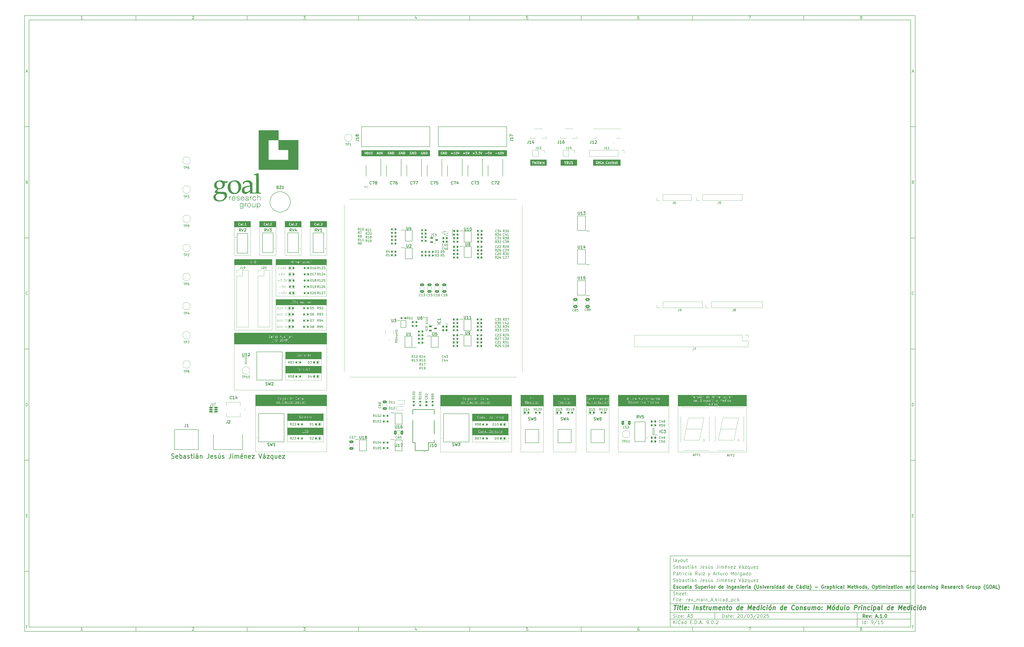
<source format=gbr>
%TF.GenerationSoftware,KiCad,Pcbnew,9.0.2*%
%TF.CreationDate,2025-11-09T22:55:19+01:00*%
%TF.ProjectId,rev_main_A,7265765f-6d61-4696-9e5f-412e6b696361,A.1.0*%
%TF.SameCoordinates,Original*%
%TF.FileFunction,Legend,Top*%
%TF.FilePolarity,Positive*%
%FSLAX46Y46*%
G04 Gerber Fmt 4.6, Leading zero omitted, Abs format (unit mm)*
G04 Created by KiCad (PCBNEW 9.0.2) date 2025-11-09 22:55:19*
%MOMM*%
%LPD*%
G01*
G04 APERTURE LIST*
G04 Aperture macros list*
%AMRoundRect*
0 Rectangle with rounded corners*
0 $1 Rounding radius*
0 $2 $3 $4 $5 $6 $7 $8 $9 X,Y pos of 4 corners*
0 Add a 4 corners polygon primitive as box body*
4,1,4,$2,$3,$4,$5,$6,$7,$8,$9,$2,$3,0*
0 Add four circle primitives for the rounded corners*
1,1,$1+$1,$2,$3*
1,1,$1+$1,$4,$5*
1,1,$1+$1,$6,$7*
1,1,$1+$1,$8,$9*
0 Add four rect primitives between the rounded corners*
20,1,$1+$1,$2,$3,$4,$5,0*
20,1,$1+$1,$4,$5,$6,$7,0*
20,1,$1+$1,$6,$7,$8,$9,0*
20,1,$1+$1,$8,$9,$2,$3,0*%
G04 Aperture macros list end*
%ADD10C,0.100000*%
%ADD11C,0.150000*%
%ADD12C,0.300000*%
%ADD13C,0.400000*%
%ADD14C,0.200000*%
%ADD15C,0.254000*%
%ADD16C,0.120000*%
%ADD17C,0.000000*%
%ADD18C,1.500000*%
%ADD19RoundRect,0.200000X-0.200000X-0.275000X0.200000X-0.275000X0.200000X0.275000X-0.200000X0.275000X0*%
%ADD20C,3.200000*%
%ADD21RoundRect,0.225000X-0.225000X-0.250000X0.225000X-0.250000X0.225000X0.250000X-0.225000X0.250000X0*%
%ADD22R,1.525000X0.650000*%
%ADD23C,3.000000*%
%ADD24RoundRect,0.200000X0.200000X0.275000X-0.200000X0.275000X-0.200000X-0.275000X0.200000X-0.275000X0*%
%ADD25R,1.700000X1.700000*%
%ADD26C,1.700000*%
%ADD27R,1.800000X3.500000*%
%ADD28R,1.528000X0.650000*%
%ADD29R,1.500000X18.500000*%
%ADD30R,50.000000X1.500000*%
%ADD31C,1.200000*%
%ADD32R,0.800000X1.600000*%
%ADD33R,2.100000X3.000000*%
%ADD34RoundRect,0.218750X-0.218750X-0.256250X0.218750X-0.256250X0.218750X0.256250X-0.218750X0.256250X0*%
%ADD35RoundRect,0.200000X0.275000X-0.200000X0.275000X0.200000X-0.275000X0.200000X-0.275000X-0.200000X0*%
%ADD36RoundRect,0.225000X0.225000X0.250000X-0.225000X0.250000X-0.225000X-0.250000X0.225000X-0.250000X0*%
%ADD37RoundRect,0.218750X0.218750X0.256250X-0.218750X0.256250X-0.218750X-0.256250X0.218750X-0.256250X0*%
%ADD38R,1.200000X0.600000*%
%ADD39RoundRect,0.225000X-0.250000X0.225000X-0.250000X-0.225000X0.250000X-0.225000X0.250000X0.225000X0*%
%ADD40R,1.431000X1.431000*%
%ADD41C,1.431000*%
%ADD42C,2.565000*%
%ADD43R,3.500000X1.600000*%
%ADD44R,1.475000X0.450000*%
%ADD45C,2.300000*%
%ADD46R,1.400000X2.100000*%
%ADD47C,2.700000*%
%ADD48RoundRect,0.250000X-0.650000X0.412500X-0.650000X-0.412500X0.650000X-0.412500X0.650000X0.412500X0*%
%ADD49R,1.800000X1.800000*%
%ADD50C,1.800000*%
%ADD51RoundRect,0.250000X0.650000X-0.325000X0.650000X0.325000X-0.650000X0.325000X-0.650000X-0.325000X0*%
%ADD52R,1.400000X0.450000*%
%ADD53R,1.524000X2.524000*%
%ADD54O,1.524000X2.524000*%
%ADD55RoundRect,0.250000X0.325000X0.650000X-0.325000X0.650000X-0.325000X-0.650000X0.325000X-0.650000X0*%
%ADD56C,5.000000*%
%ADD57R,1.250000X0.600000*%
%ADD58R,2.000000X2.000000*%
%ADD59C,2.000000*%
%ADD60R,2.000000X1.100000*%
%ADD61R,0.800000X0.800000*%
%ADD62RoundRect,0.150000X-0.650000X-0.150000X0.650000X-0.150000X0.650000X0.150000X-0.650000X0.150000X0*%
%ADD63RoundRect,0.200000X-0.275000X0.200000X-0.275000X-0.200000X0.275000X-0.200000X0.275000X0.200000X0*%
%ADD64RoundRect,0.250000X-0.325000X-0.650000X0.325000X-0.650000X0.325000X0.650000X-0.325000X0.650000X0*%
%ADD65RoundRect,0.150000X-0.512500X-0.150000X0.512500X-0.150000X0.512500X0.150000X-0.512500X0.150000X0*%
%ADD66RoundRect,0.250000X-0.650000X0.325000X-0.650000X-0.325000X0.650000X-0.325000X0.650000X0.325000X0*%
%ADD67R,1.900000X3.250000*%
%ADD68R,1.200000X0.400000*%
G04 APERTURE END LIST*
D10*
D11*
X299989000Y-253002200D02*
X407989000Y-253002200D01*
X407989000Y-285002200D01*
X299989000Y-285002200D01*
X299989000Y-253002200D01*
D10*
D11*
X10000000Y-10000000D02*
X409989000Y-10000000D01*
X409989000Y-287002200D01*
X10000000Y-287002200D01*
X10000000Y-10000000D01*
D10*
D11*
X12000000Y-12000000D02*
X407989000Y-12000000D01*
X407989000Y-285002200D01*
X12000000Y-285002200D01*
X12000000Y-12000000D01*
D10*
D11*
X60000000Y-12000000D02*
X60000000Y-10000000D01*
D10*
D11*
X110000000Y-12000000D02*
X110000000Y-10000000D01*
D10*
D11*
X160000000Y-12000000D02*
X160000000Y-10000000D01*
D10*
D11*
X210000000Y-12000000D02*
X210000000Y-10000000D01*
D10*
D11*
X260000000Y-12000000D02*
X260000000Y-10000000D01*
D10*
D11*
X310000000Y-12000000D02*
X310000000Y-10000000D01*
D10*
D11*
X360000000Y-12000000D02*
X360000000Y-10000000D01*
D10*
D11*
X36089160Y-11593604D02*
X35346303Y-11593604D01*
X35717731Y-11593604D02*
X35717731Y-10293604D01*
X35717731Y-10293604D02*
X35593922Y-10479319D01*
X35593922Y-10479319D02*
X35470112Y-10603128D01*
X35470112Y-10603128D02*
X35346303Y-10665033D01*
D10*
D11*
X85346303Y-10417414D02*
X85408207Y-10355509D01*
X85408207Y-10355509D02*
X85532017Y-10293604D01*
X85532017Y-10293604D02*
X85841541Y-10293604D01*
X85841541Y-10293604D02*
X85965350Y-10355509D01*
X85965350Y-10355509D02*
X86027255Y-10417414D01*
X86027255Y-10417414D02*
X86089160Y-10541223D01*
X86089160Y-10541223D02*
X86089160Y-10665033D01*
X86089160Y-10665033D02*
X86027255Y-10850747D01*
X86027255Y-10850747D02*
X85284398Y-11593604D01*
X85284398Y-11593604D02*
X86089160Y-11593604D01*
D10*
D11*
X135284398Y-10293604D02*
X136089160Y-10293604D01*
X136089160Y-10293604D02*
X135655826Y-10788842D01*
X135655826Y-10788842D02*
X135841541Y-10788842D01*
X135841541Y-10788842D02*
X135965350Y-10850747D01*
X135965350Y-10850747D02*
X136027255Y-10912652D01*
X136027255Y-10912652D02*
X136089160Y-11036461D01*
X136089160Y-11036461D02*
X136089160Y-11345985D01*
X136089160Y-11345985D02*
X136027255Y-11469795D01*
X136027255Y-11469795D02*
X135965350Y-11531700D01*
X135965350Y-11531700D02*
X135841541Y-11593604D01*
X135841541Y-11593604D02*
X135470112Y-11593604D01*
X135470112Y-11593604D02*
X135346303Y-11531700D01*
X135346303Y-11531700D02*
X135284398Y-11469795D01*
D10*
D11*
X185965350Y-10726938D02*
X185965350Y-11593604D01*
X185655826Y-10231700D02*
X185346303Y-11160271D01*
X185346303Y-11160271D02*
X186151064Y-11160271D01*
D10*
D11*
X236027255Y-10293604D02*
X235408207Y-10293604D01*
X235408207Y-10293604D02*
X235346303Y-10912652D01*
X235346303Y-10912652D02*
X235408207Y-10850747D01*
X235408207Y-10850747D02*
X235532017Y-10788842D01*
X235532017Y-10788842D02*
X235841541Y-10788842D01*
X235841541Y-10788842D02*
X235965350Y-10850747D01*
X235965350Y-10850747D02*
X236027255Y-10912652D01*
X236027255Y-10912652D02*
X236089160Y-11036461D01*
X236089160Y-11036461D02*
X236089160Y-11345985D01*
X236089160Y-11345985D02*
X236027255Y-11469795D01*
X236027255Y-11469795D02*
X235965350Y-11531700D01*
X235965350Y-11531700D02*
X235841541Y-11593604D01*
X235841541Y-11593604D02*
X235532017Y-11593604D01*
X235532017Y-11593604D02*
X235408207Y-11531700D01*
X235408207Y-11531700D02*
X235346303Y-11469795D01*
D10*
D11*
X285965350Y-10293604D02*
X285717731Y-10293604D01*
X285717731Y-10293604D02*
X285593922Y-10355509D01*
X285593922Y-10355509D02*
X285532017Y-10417414D01*
X285532017Y-10417414D02*
X285408207Y-10603128D01*
X285408207Y-10603128D02*
X285346303Y-10850747D01*
X285346303Y-10850747D02*
X285346303Y-11345985D01*
X285346303Y-11345985D02*
X285408207Y-11469795D01*
X285408207Y-11469795D02*
X285470112Y-11531700D01*
X285470112Y-11531700D02*
X285593922Y-11593604D01*
X285593922Y-11593604D02*
X285841541Y-11593604D01*
X285841541Y-11593604D02*
X285965350Y-11531700D01*
X285965350Y-11531700D02*
X286027255Y-11469795D01*
X286027255Y-11469795D02*
X286089160Y-11345985D01*
X286089160Y-11345985D02*
X286089160Y-11036461D01*
X286089160Y-11036461D02*
X286027255Y-10912652D01*
X286027255Y-10912652D02*
X285965350Y-10850747D01*
X285965350Y-10850747D02*
X285841541Y-10788842D01*
X285841541Y-10788842D02*
X285593922Y-10788842D01*
X285593922Y-10788842D02*
X285470112Y-10850747D01*
X285470112Y-10850747D02*
X285408207Y-10912652D01*
X285408207Y-10912652D02*
X285346303Y-11036461D01*
D10*
D11*
X335284398Y-10293604D02*
X336151064Y-10293604D01*
X336151064Y-10293604D02*
X335593922Y-11593604D01*
D10*
D11*
X385593922Y-10850747D02*
X385470112Y-10788842D01*
X385470112Y-10788842D02*
X385408207Y-10726938D01*
X385408207Y-10726938D02*
X385346303Y-10603128D01*
X385346303Y-10603128D02*
X385346303Y-10541223D01*
X385346303Y-10541223D02*
X385408207Y-10417414D01*
X385408207Y-10417414D02*
X385470112Y-10355509D01*
X385470112Y-10355509D02*
X385593922Y-10293604D01*
X385593922Y-10293604D02*
X385841541Y-10293604D01*
X385841541Y-10293604D02*
X385965350Y-10355509D01*
X385965350Y-10355509D02*
X386027255Y-10417414D01*
X386027255Y-10417414D02*
X386089160Y-10541223D01*
X386089160Y-10541223D02*
X386089160Y-10603128D01*
X386089160Y-10603128D02*
X386027255Y-10726938D01*
X386027255Y-10726938D02*
X385965350Y-10788842D01*
X385965350Y-10788842D02*
X385841541Y-10850747D01*
X385841541Y-10850747D02*
X385593922Y-10850747D01*
X385593922Y-10850747D02*
X385470112Y-10912652D01*
X385470112Y-10912652D02*
X385408207Y-10974557D01*
X385408207Y-10974557D02*
X385346303Y-11098366D01*
X385346303Y-11098366D02*
X385346303Y-11345985D01*
X385346303Y-11345985D02*
X385408207Y-11469795D01*
X385408207Y-11469795D02*
X385470112Y-11531700D01*
X385470112Y-11531700D02*
X385593922Y-11593604D01*
X385593922Y-11593604D02*
X385841541Y-11593604D01*
X385841541Y-11593604D02*
X385965350Y-11531700D01*
X385965350Y-11531700D02*
X386027255Y-11469795D01*
X386027255Y-11469795D02*
X386089160Y-11345985D01*
X386089160Y-11345985D02*
X386089160Y-11098366D01*
X386089160Y-11098366D02*
X386027255Y-10974557D01*
X386027255Y-10974557D02*
X385965350Y-10912652D01*
X385965350Y-10912652D02*
X385841541Y-10850747D01*
D10*
D11*
X60000000Y-285002200D02*
X60000000Y-287002200D01*
D10*
D11*
X110000000Y-285002200D02*
X110000000Y-287002200D01*
D10*
D11*
X160000000Y-285002200D02*
X160000000Y-287002200D01*
D10*
D11*
X210000000Y-285002200D02*
X210000000Y-287002200D01*
D10*
D11*
X260000000Y-285002200D02*
X260000000Y-287002200D01*
D10*
D11*
X310000000Y-285002200D02*
X310000000Y-287002200D01*
D10*
D11*
X360000000Y-285002200D02*
X360000000Y-287002200D01*
D10*
D11*
X36089160Y-286595804D02*
X35346303Y-286595804D01*
X35717731Y-286595804D02*
X35717731Y-285295804D01*
X35717731Y-285295804D02*
X35593922Y-285481519D01*
X35593922Y-285481519D02*
X35470112Y-285605328D01*
X35470112Y-285605328D02*
X35346303Y-285667233D01*
D10*
D11*
X85346303Y-285419614D02*
X85408207Y-285357709D01*
X85408207Y-285357709D02*
X85532017Y-285295804D01*
X85532017Y-285295804D02*
X85841541Y-285295804D01*
X85841541Y-285295804D02*
X85965350Y-285357709D01*
X85965350Y-285357709D02*
X86027255Y-285419614D01*
X86027255Y-285419614D02*
X86089160Y-285543423D01*
X86089160Y-285543423D02*
X86089160Y-285667233D01*
X86089160Y-285667233D02*
X86027255Y-285852947D01*
X86027255Y-285852947D02*
X85284398Y-286595804D01*
X85284398Y-286595804D02*
X86089160Y-286595804D01*
D10*
D11*
X135284398Y-285295804D02*
X136089160Y-285295804D01*
X136089160Y-285295804D02*
X135655826Y-285791042D01*
X135655826Y-285791042D02*
X135841541Y-285791042D01*
X135841541Y-285791042D02*
X135965350Y-285852947D01*
X135965350Y-285852947D02*
X136027255Y-285914852D01*
X136027255Y-285914852D02*
X136089160Y-286038661D01*
X136089160Y-286038661D02*
X136089160Y-286348185D01*
X136089160Y-286348185D02*
X136027255Y-286471995D01*
X136027255Y-286471995D02*
X135965350Y-286533900D01*
X135965350Y-286533900D02*
X135841541Y-286595804D01*
X135841541Y-286595804D02*
X135470112Y-286595804D01*
X135470112Y-286595804D02*
X135346303Y-286533900D01*
X135346303Y-286533900D02*
X135284398Y-286471995D01*
D10*
D11*
X185965350Y-285729138D02*
X185965350Y-286595804D01*
X185655826Y-285233900D02*
X185346303Y-286162471D01*
X185346303Y-286162471D02*
X186151064Y-286162471D01*
D10*
D11*
X236027255Y-285295804D02*
X235408207Y-285295804D01*
X235408207Y-285295804D02*
X235346303Y-285914852D01*
X235346303Y-285914852D02*
X235408207Y-285852947D01*
X235408207Y-285852947D02*
X235532017Y-285791042D01*
X235532017Y-285791042D02*
X235841541Y-285791042D01*
X235841541Y-285791042D02*
X235965350Y-285852947D01*
X235965350Y-285852947D02*
X236027255Y-285914852D01*
X236027255Y-285914852D02*
X236089160Y-286038661D01*
X236089160Y-286038661D02*
X236089160Y-286348185D01*
X236089160Y-286348185D02*
X236027255Y-286471995D01*
X236027255Y-286471995D02*
X235965350Y-286533900D01*
X235965350Y-286533900D02*
X235841541Y-286595804D01*
X235841541Y-286595804D02*
X235532017Y-286595804D01*
X235532017Y-286595804D02*
X235408207Y-286533900D01*
X235408207Y-286533900D02*
X235346303Y-286471995D01*
D10*
D11*
X285965350Y-285295804D02*
X285717731Y-285295804D01*
X285717731Y-285295804D02*
X285593922Y-285357709D01*
X285593922Y-285357709D02*
X285532017Y-285419614D01*
X285532017Y-285419614D02*
X285408207Y-285605328D01*
X285408207Y-285605328D02*
X285346303Y-285852947D01*
X285346303Y-285852947D02*
X285346303Y-286348185D01*
X285346303Y-286348185D02*
X285408207Y-286471995D01*
X285408207Y-286471995D02*
X285470112Y-286533900D01*
X285470112Y-286533900D02*
X285593922Y-286595804D01*
X285593922Y-286595804D02*
X285841541Y-286595804D01*
X285841541Y-286595804D02*
X285965350Y-286533900D01*
X285965350Y-286533900D02*
X286027255Y-286471995D01*
X286027255Y-286471995D02*
X286089160Y-286348185D01*
X286089160Y-286348185D02*
X286089160Y-286038661D01*
X286089160Y-286038661D02*
X286027255Y-285914852D01*
X286027255Y-285914852D02*
X285965350Y-285852947D01*
X285965350Y-285852947D02*
X285841541Y-285791042D01*
X285841541Y-285791042D02*
X285593922Y-285791042D01*
X285593922Y-285791042D02*
X285470112Y-285852947D01*
X285470112Y-285852947D02*
X285408207Y-285914852D01*
X285408207Y-285914852D02*
X285346303Y-286038661D01*
D10*
D11*
X335284398Y-285295804D02*
X336151064Y-285295804D01*
X336151064Y-285295804D02*
X335593922Y-286595804D01*
D10*
D11*
X385593922Y-285852947D02*
X385470112Y-285791042D01*
X385470112Y-285791042D02*
X385408207Y-285729138D01*
X385408207Y-285729138D02*
X385346303Y-285605328D01*
X385346303Y-285605328D02*
X385346303Y-285543423D01*
X385346303Y-285543423D02*
X385408207Y-285419614D01*
X385408207Y-285419614D02*
X385470112Y-285357709D01*
X385470112Y-285357709D02*
X385593922Y-285295804D01*
X385593922Y-285295804D02*
X385841541Y-285295804D01*
X385841541Y-285295804D02*
X385965350Y-285357709D01*
X385965350Y-285357709D02*
X386027255Y-285419614D01*
X386027255Y-285419614D02*
X386089160Y-285543423D01*
X386089160Y-285543423D02*
X386089160Y-285605328D01*
X386089160Y-285605328D02*
X386027255Y-285729138D01*
X386027255Y-285729138D02*
X385965350Y-285791042D01*
X385965350Y-285791042D02*
X385841541Y-285852947D01*
X385841541Y-285852947D02*
X385593922Y-285852947D01*
X385593922Y-285852947D02*
X385470112Y-285914852D01*
X385470112Y-285914852D02*
X385408207Y-285976757D01*
X385408207Y-285976757D02*
X385346303Y-286100566D01*
X385346303Y-286100566D02*
X385346303Y-286348185D01*
X385346303Y-286348185D02*
X385408207Y-286471995D01*
X385408207Y-286471995D02*
X385470112Y-286533900D01*
X385470112Y-286533900D02*
X385593922Y-286595804D01*
X385593922Y-286595804D02*
X385841541Y-286595804D01*
X385841541Y-286595804D02*
X385965350Y-286533900D01*
X385965350Y-286533900D02*
X386027255Y-286471995D01*
X386027255Y-286471995D02*
X386089160Y-286348185D01*
X386089160Y-286348185D02*
X386089160Y-286100566D01*
X386089160Y-286100566D02*
X386027255Y-285976757D01*
X386027255Y-285976757D02*
X385965350Y-285914852D01*
X385965350Y-285914852D02*
X385841541Y-285852947D01*
D10*
D11*
X10000000Y-60000000D02*
X12000000Y-60000000D01*
D10*
D11*
X10000000Y-110000000D02*
X12000000Y-110000000D01*
D10*
D11*
X10000000Y-160000000D02*
X12000000Y-160000000D01*
D10*
D11*
X10000000Y-210000000D02*
X12000000Y-210000000D01*
D10*
D11*
X10000000Y-260000000D02*
X12000000Y-260000000D01*
D10*
D11*
X10690476Y-35222176D02*
X11309523Y-35222176D01*
X10566666Y-35593604D02*
X10999999Y-34293604D01*
X10999999Y-34293604D02*
X11433333Y-35593604D01*
D10*
D11*
X11092857Y-84912652D02*
X11278571Y-84974557D01*
X11278571Y-84974557D02*
X11340476Y-85036461D01*
X11340476Y-85036461D02*
X11402380Y-85160271D01*
X11402380Y-85160271D02*
X11402380Y-85345985D01*
X11402380Y-85345985D02*
X11340476Y-85469795D01*
X11340476Y-85469795D02*
X11278571Y-85531700D01*
X11278571Y-85531700D02*
X11154761Y-85593604D01*
X11154761Y-85593604D02*
X10659523Y-85593604D01*
X10659523Y-85593604D02*
X10659523Y-84293604D01*
X10659523Y-84293604D02*
X11092857Y-84293604D01*
X11092857Y-84293604D02*
X11216666Y-84355509D01*
X11216666Y-84355509D02*
X11278571Y-84417414D01*
X11278571Y-84417414D02*
X11340476Y-84541223D01*
X11340476Y-84541223D02*
X11340476Y-84665033D01*
X11340476Y-84665033D02*
X11278571Y-84788842D01*
X11278571Y-84788842D02*
X11216666Y-84850747D01*
X11216666Y-84850747D02*
X11092857Y-84912652D01*
X11092857Y-84912652D02*
X10659523Y-84912652D01*
D10*
D11*
X11402380Y-135469795D02*
X11340476Y-135531700D01*
X11340476Y-135531700D02*
X11154761Y-135593604D01*
X11154761Y-135593604D02*
X11030952Y-135593604D01*
X11030952Y-135593604D02*
X10845238Y-135531700D01*
X10845238Y-135531700D02*
X10721428Y-135407890D01*
X10721428Y-135407890D02*
X10659523Y-135284080D01*
X10659523Y-135284080D02*
X10597619Y-135036461D01*
X10597619Y-135036461D02*
X10597619Y-134850747D01*
X10597619Y-134850747D02*
X10659523Y-134603128D01*
X10659523Y-134603128D02*
X10721428Y-134479319D01*
X10721428Y-134479319D02*
X10845238Y-134355509D01*
X10845238Y-134355509D02*
X11030952Y-134293604D01*
X11030952Y-134293604D02*
X11154761Y-134293604D01*
X11154761Y-134293604D02*
X11340476Y-134355509D01*
X11340476Y-134355509D02*
X11402380Y-134417414D01*
D10*
D11*
X10659523Y-185593604D02*
X10659523Y-184293604D01*
X10659523Y-184293604D02*
X10969047Y-184293604D01*
X10969047Y-184293604D02*
X11154761Y-184355509D01*
X11154761Y-184355509D02*
X11278571Y-184479319D01*
X11278571Y-184479319D02*
X11340476Y-184603128D01*
X11340476Y-184603128D02*
X11402380Y-184850747D01*
X11402380Y-184850747D02*
X11402380Y-185036461D01*
X11402380Y-185036461D02*
X11340476Y-185284080D01*
X11340476Y-185284080D02*
X11278571Y-185407890D01*
X11278571Y-185407890D02*
X11154761Y-185531700D01*
X11154761Y-185531700D02*
X10969047Y-185593604D01*
X10969047Y-185593604D02*
X10659523Y-185593604D01*
D10*
D11*
X10721428Y-234912652D02*
X11154762Y-234912652D01*
X11340476Y-235593604D02*
X10721428Y-235593604D01*
X10721428Y-235593604D02*
X10721428Y-234293604D01*
X10721428Y-234293604D02*
X11340476Y-234293604D01*
D10*
D11*
X11185714Y-284912652D02*
X10752380Y-284912652D01*
X10752380Y-285593604D02*
X10752380Y-284293604D01*
X10752380Y-284293604D02*
X11371428Y-284293604D01*
D10*
D11*
X409989000Y-60000000D02*
X407989000Y-60000000D01*
D10*
D11*
X409989000Y-110000000D02*
X407989000Y-110000000D01*
D10*
D11*
X409989000Y-160000000D02*
X407989000Y-160000000D01*
D10*
D11*
X409989000Y-210000000D02*
X407989000Y-210000000D01*
D10*
D11*
X409989000Y-260000000D02*
X407989000Y-260000000D01*
D10*
D11*
X408679476Y-35222176D02*
X409298523Y-35222176D01*
X408555666Y-35593604D02*
X408988999Y-34293604D01*
X408988999Y-34293604D02*
X409422333Y-35593604D01*
D10*
D11*
X409081857Y-84912652D02*
X409267571Y-84974557D01*
X409267571Y-84974557D02*
X409329476Y-85036461D01*
X409329476Y-85036461D02*
X409391380Y-85160271D01*
X409391380Y-85160271D02*
X409391380Y-85345985D01*
X409391380Y-85345985D02*
X409329476Y-85469795D01*
X409329476Y-85469795D02*
X409267571Y-85531700D01*
X409267571Y-85531700D02*
X409143761Y-85593604D01*
X409143761Y-85593604D02*
X408648523Y-85593604D01*
X408648523Y-85593604D02*
X408648523Y-84293604D01*
X408648523Y-84293604D02*
X409081857Y-84293604D01*
X409081857Y-84293604D02*
X409205666Y-84355509D01*
X409205666Y-84355509D02*
X409267571Y-84417414D01*
X409267571Y-84417414D02*
X409329476Y-84541223D01*
X409329476Y-84541223D02*
X409329476Y-84665033D01*
X409329476Y-84665033D02*
X409267571Y-84788842D01*
X409267571Y-84788842D02*
X409205666Y-84850747D01*
X409205666Y-84850747D02*
X409081857Y-84912652D01*
X409081857Y-84912652D02*
X408648523Y-84912652D01*
D10*
D11*
X409391380Y-135469795D02*
X409329476Y-135531700D01*
X409329476Y-135531700D02*
X409143761Y-135593604D01*
X409143761Y-135593604D02*
X409019952Y-135593604D01*
X409019952Y-135593604D02*
X408834238Y-135531700D01*
X408834238Y-135531700D02*
X408710428Y-135407890D01*
X408710428Y-135407890D02*
X408648523Y-135284080D01*
X408648523Y-135284080D02*
X408586619Y-135036461D01*
X408586619Y-135036461D02*
X408586619Y-134850747D01*
X408586619Y-134850747D02*
X408648523Y-134603128D01*
X408648523Y-134603128D02*
X408710428Y-134479319D01*
X408710428Y-134479319D02*
X408834238Y-134355509D01*
X408834238Y-134355509D02*
X409019952Y-134293604D01*
X409019952Y-134293604D02*
X409143761Y-134293604D01*
X409143761Y-134293604D02*
X409329476Y-134355509D01*
X409329476Y-134355509D02*
X409391380Y-134417414D01*
D10*
D11*
X408648523Y-185593604D02*
X408648523Y-184293604D01*
X408648523Y-184293604D02*
X408958047Y-184293604D01*
X408958047Y-184293604D02*
X409143761Y-184355509D01*
X409143761Y-184355509D02*
X409267571Y-184479319D01*
X409267571Y-184479319D02*
X409329476Y-184603128D01*
X409329476Y-184603128D02*
X409391380Y-184850747D01*
X409391380Y-184850747D02*
X409391380Y-185036461D01*
X409391380Y-185036461D02*
X409329476Y-185284080D01*
X409329476Y-185284080D02*
X409267571Y-185407890D01*
X409267571Y-185407890D02*
X409143761Y-185531700D01*
X409143761Y-185531700D02*
X408958047Y-185593604D01*
X408958047Y-185593604D02*
X408648523Y-185593604D01*
D10*
D11*
X408710428Y-234912652D02*
X409143762Y-234912652D01*
X409329476Y-235593604D02*
X408710428Y-235593604D01*
X408710428Y-235593604D02*
X408710428Y-234293604D01*
X408710428Y-234293604D02*
X409329476Y-234293604D01*
D10*
D11*
X409174714Y-284912652D02*
X408741380Y-284912652D01*
X408741380Y-285593604D02*
X408741380Y-284293604D01*
X408741380Y-284293604D02*
X409360428Y-284293604D01*
D10*
D11*
X323444826Y-280788328D02*
X323444826Y-279288328D01*
X323444826Y-279288328D02*
X323801969Y-279288328D01*
X323801969Y-279288328D02*
X324016255Y-279359757D01*
X324016255Y-279359757D02*
X324159112Y-279502614D01*
X324159112Y-279502614D02*
X324230541Y-279645471D01*
X324230541Y-279645471D02*
X324301969Y-279931185D01*
X324301969Y-279931185D02*
X324301969Y-280145471D01*
X324301969Y-280145471D02*
X324230541Y-280431185D01*
X324230541Y-280431185D02*
X324159112Y-280574042D01*
X324159112Y-280574042D02*
X324016255Y-280716900D01*
X324016255Y-280716900D02*
X323801969Y-280788328D01*
X323801969Y-280788328D02*
X323444826Y-280788328D01*
X325587684Y-280788328D02*
X325587684Y-280002614D01*
X325587684Y-280002614D02*
X325516255Y-279859757D01*
X325516255Y-279859757D02*
X325373398Y-279788328D01*
X325373398Y-279788328D02*
X325087684Y-279788328D01*
X325087684Y-279788328D02*
X324944826Y-279859757D01*
X325587684Y-280716900D02*
X325444826Y-280788328D01*
X325444826Y-280788328D02*
X325087684Y-280788328D01*
X325087684Y-280788328D02*
X324944826Y-280716900D01*
X324944826Y-280716900D02*
X324873398Y-280574042D01*
X324873398Y-280574042D02*
X324873398Y-280431185D01*
X324873398Y-280431185D02*
X324944826Y-280288328D01*
X324944826Y-280288328D02*
X325087684Y-280216900D01*
X325087684Y-280216900D02*
X325444826Y-280216900D01*
X325444826Y-280216900D02*
X325587684Y-280145471D01*
X326087684Y-279788328D02*
X326659112Y-279788328D01*
X326301969Y-279288328D02*
X326301969Y-280574042D01*
X326301969Y-280574042D02*
X326373398Y-280716900D01*
X326373398Y-280716900D02*
X326516255Y-280788328D01*
X326516255Y-280788328D02*
X326659112Y-280788328D01*
X327730541Y-280716900D02*
X327587684Y-280788328D01*
X327587684Y-280788328D02*
X327301970Y-280788328D01*
X327301970Y-280788328D02*
X327159112Y-280716900D01*
X327159112Y-280716900D02*
X327087684Y-280574042D01*
X327087684Y-280574042D02*
X327087684Y-280002614D01*
X327087684Y-280002614D02*
X327159112Y-279859757D01*
X327159112Y-279859757D02*
X327301970Y-279788328D01*
X327301970Y-279788328D02*
X327587684Y-279788328D01*
X327587684Y-279788328D02*
X327730541Y-279859757D01*
X327730541Y-279859757D02*
X327801970Y-280002614D01*
X327801970Y-280002614D02*
X327801970Y-280145471D01*
X327801970Y-280145471D02*
X327087684Y-280288328D01*
X328444826Y-280645471D02*
X328516255Y-280716900D01*
X328516255Y-280716900D02*
X328444826Y-280788328D01*
X328444826Y-280788328D02*
X328373398Y-280716900D01*
X328373398Y-280716900D02*
X328444826Y-280645471D01*
X328444826Y-280645471D02*
X328444826Y-280788328D01*
X328444826Y-279859757D02*
X328516255Y-279931185D01*
X328516255Y-279931185D02*
X328444826Y-280002614D01*
X328444826Y-280002614D02*
X328373398Y-279931185D01*
X328373398Y-279931185D02*
X328444826Y-279859757D01*
X328444826Y-279859757D02*
X328444826Y-280002614D01*
X330230541Y-279431185D02*
X330301969Y-279359757D01*
X330301969Y-279359757D02*
X330444827Y-279288328D01*
X330444827Y-279288328D02*
X330801969Y-279288328D01*
X330801969Y-279288328D02*
X330944827Y-279359757D01*
X330944827Y-279359757D02*
X331016255Y-279431185D01*
X331016255Y-279431185D02*
X331087684Y-279574042D01*
X331087684Y-279574042D02*
X331087684Y-279716900D01*
X331087684Y-279716900D02*
X331016255Y-279931185D01*
X331016255Y-279931185D02*
X330159112Y-280788328D01*
X330159112Y-280788328D02*
X331087684Y-280788328D01*
X332016255Y-279288328D02*
X332159112Y-279288328D01*
X332159112Y-279288328D02*
X332301969Y-279359757D01*
X332301969Y-279359757D02*
X332373398Y-279431185D01*
X332373398Y-279431185D02*
X332444826Y-279574042D01*
X332444826Y-279574042D02*
X332516255Y-279859757D01*
X332516255Y-279859757D02*
X332516255Y-280216900D01*
X332516255Y-280216900D02*
X332444826Y-280502614D01*
X332444826Y-280502614D02*
X332373398Y-280645471D01*
X332373398Y-280645471D02*
X332301969Y-280716900D01*
X332301969Y-280716900D02*
X332159112Y-280788328D01*
X332159112Y-280788328D02*
X332016255Y-280788328D01*
X332016255Y-280788328D02*
X331873398Y-280716900D01*
X331873398Y-280716900D02*
X331801969Y-280645471D01*
X331801969Y-280645471D02*
X331730540Y-280502614D01*
X331730540Y-280502614D02*
X331659112Y-280216900D01*
X331659112Y-280216900D02*
X331659112Y-279859757D01*
X331659112Y-279859757D02*
X331730540Y-279574042D01*
X331730540Y-279574042D02*
X331801969Y-279431185D01*
X331801969Y-279431185D02*
X331873398Y-279359757D01*
X331873398Y-279359757D02*
X332016255Y-279288328D01*
X334230540Y-279216900D02*
X332944826Y-281145471D01*
X335016255Y-279288328D02*
X335159112Y-279288328D01*
X335159112Y-279288328D02*
X335301969Y-279359757D01*
X335301969Y-279359757D02*
X335373398Y-279431185D01*
X335373398Y-279431185D02*
X335444826Y-279574042D01*
X335444826Y-279574042D02*
X335516255Y-279859757D01*
X335516255Y-279859757D02*
X335516255Y-280216900D01*
X335516255Y-280216900D02*
X335444826Y-280502614D01*
X335444826Y-280502614D02*
X335373398Y-280645471D01*
X335373398Y-280645471D02*
X335301969Y-280716900D01*
X335301969Y-280716900D02*
X335159112Y-280788328D01*
X335159112Y-280788328D02*
X335016255Y-280788328D01*
X335016255Y-280788328D02*
X334873398Y-280716900D01*
X334873398Y-280716900D02*
X334801969Y-280645471D01*
X334801969Y-280645471D02*
X334730540Y-280502614D01*
X334730540Y-280502614D02*
X334659112Y-280216900D01*
X334659112Y-280216900D02*
X334659112Y-279859757D01*
X334659112Y-279859757D02*
X334730540Y-279574042D01*
X334730540Y-279574042D02*
X334801969Y-279431185D01*
X334801969Y-279431185D02*
X334873398Y-279359757D01*
X334873398Y-279359757D02*
X335016255Y-279288328D01*
X336016254Y-279288328D02*
X336944826Y-279288328D01*
X336944826Y-279288328D02*
X336444826Y-279859757D01*
X336444826Y-279859757D02*
X336659111Y-279859757D01*
X336659111Y-279859757D02*
X336801969Y-279931185D01*
X336801969Y-279931185D02*
X336873397Y-280002614D01*
X336873397Y-280002614D02*
X336944826Y-280145471D01*
X336944826Y-280145471D02*
X336944826Y-280502614D01*
X336944826Y-280502614D02*
X336873397Y-280645471D01*
X336873397Y-280645471D02*
X336801969Y-280716900D01*
X336801969Y-280716900D02*
X336659111Y-280788328D01*
X336659111Y-280788328D02*
X336230540Y-280788328D01*
X336230540Y-280788328D02*
X336087683Y-280716900D01*
X336087683Y-280716900D02*
X336016254Y-280645471D01*
X338659111Y-279216900D02*
X337373397Y-281145471D01*
X339087683Y-279431185D02*
X339159111Y-279359757D01*
X339159111Y-279359757D02*
X339301969Y-279288328D01*
X339301969Y-279288328D02*
X339659111Y-279288328D01*
X339659111Y-279288328D02*
X339801969Y-279359757D01*
X339801969Y-279359757D02*
X339873397Y-279431185D01*
X339873397Y-279431185D02*
X339944826Y-279574042D01*
X339944826Y-279574042D02*
X339944826Y-279716900D01*
X339944826Y-279716900D02*
X339873397Y-279931185D01*
X339873397Y-279931185D02*
X339016254Y-280788328D01*
X339016254Y-280788328D02*
X339944826Y-280788328D01*
X340873397Y-279288328D02*
X341016254Y-279288328D01*
X341016254Y-279288328D02*
X341159111Y-279359757D01*
X341159111Y-279359757D02*
X341230540Y-279431185D01*
X341230540Y-279431185D02*
X341301968Y-279574042D01*
X341301968Y-279574042D02*
X341373397Y-279859757D01*
X341373397Y-279859757D02*
X341373397Y-280216900D01*
X341373397Y-280216900D02*
X341301968Y-280502614D01*
X341301968Y-280502614D02*
X341230540Y-280645471D01*
X341230540Y-280645471D02*
X341159111Y-280716900D01*
X341159111Y-280716900D02*
X341016254Y-280788328D01*
X341016254Y-280788328D02*
X340873397Y-280788328D01*
X340873397Y-280788328D02*
X340730540Y-280716900D01*
X340730540Y-280716900D02*
X340659111Y-280645471D01*
X340659111Y-280645471D02*
X340587682Y-280502614D01*
X340587682Y-280502614D02*
X340516254Y-280216900D01*
X340516254Y-280216900D02*
X340516254Y-279859757D01*
X340516254Y-279859757D02*
X340587682Y-279574042D01*
X340587682Y-279574042D02*
X340659111Y-279431185D01*
X340659111Y-279431185D02*
X340730540Y-279359757D01*
X340730540Y-279359757D02*
X340873397Y-279288328D01*
X341944825Y-279431185D02*
X342016253Y-279359757D01*
X342016253Y-279359757D02*
X342159111Y-279288328D01*
X342159111Y-279288328D02*
X342516253Y-279288328D01*
X342516253Y-279288328D02*
X342659111Y-279359757D01*
X342659111Y-279359757D02*
X342730539Y-279431185D01*
X342730539Y-279431185D02*
X342801968Y-279574042D01*
X342801968Y-279574042D02*
X342801968Y-279716900D01*
X342801968Y-279716900D02*
X342730539Y-279931185D01*
X342730539Y-279931185D02*
X341873396Y-280788328D01*
X341873396Y-280788328D02*
X342801968Y-280788328D01*
X344159110Y-279288328D02*
X343444824Y-279288328D01*
X343444824Y-279288328D02*
X343373396Y-280002614D01*
X343373396Y-280002614D02*
X343444824Y-279931185D01*
X343444824Y-279931185D02*
X343587682Y-279859757D01*
X343587682Y-279859757D02*
X343944824Y-279859757D01*
X343944824Y-279859757D02*
X344087682Y-279931185D01*
X344087682Y-279931185D02*
X344159110Y-280002614D01*
X344159110Y-280002614D02*
X344230539Y-280145471D01*
X344230539Y-280145471D02*
X344230539Y-280502614D01*
X344230539Y-280502614D02*
X344159110Y-280645471D01*
X344159110Y-280645471D02*
X344087682Y-280716900D01*
X344087682Y-280716900D02*
X343944824Y-280788328D01*
X343944824Y-280788328D02*
X343587682Y-280788328D01*
X343587682Y-280788328D02*
X343444824Y-280716900D01*
X343444824Y-280716900D02*
X343373396Y-280645471D01*
D10*
D11*
X299989000Y-281502200D02*
X407989000Y-281502200D01*
D10*
D11*
X301444826Y-283588328D02*
X301444826Y-282088328D01*
X302301969Y-283588328D02*
X301659112Y-282731185D01*
X302301969Y-282088328D02*
X301444826Y-282945471D01*
X302944826Y-283588328D02*
X302944826Y-282588328D01*
X302944826Y-282088328D02*
X302873398Y-282159757D01*
X302873398Y-282159757D02*
X302944826Y-282231185D01*
X302944826Y-282231185D02*
X303016255Y-282159757D01*
X303016255Y-282159757D02*
X302944826Y-282088328D01*
X302944826Y-282088328D02*
X302944826Y-282231185D01*
X304516255Y-283445471D02*
X304444827Y-283516900D01*
X304444827Y-283516900D02*
X304230541Y-283588328D01*
X304230541Y-283588328D02*
X304087684Y-283588328D01*
X304087684Y-283588328D02*
X303873398Y-283516900D01*
X303873398Y-283516900D02*
X303730541Y-283374042D01*
X303730541Y-283374042D02*
X303659112Y-283231185D01*
X303659112Y-283231185D02*
X303587684Y-282945471D01*
X303587684Y-282945471D02*
X303587684Y-282731185D01*
X303587684Y-282731185D02*
X303659112Y-282445471D01*
X303659112Y-282445471D02*
X303730541Y-282302614D01*
X303730541Y-282302614D02*
X303873398Y-282159757D01*
X303873398Y-282159757D02*
X304087684Y-282088328D01*
X304087684Y-282088328D02*
X304230541Y-282088328D01*
X304230541Y-282088328D02*
X304444827Y-282159757D01*
X304444827Y-282159757D02*
X304516255Y-282231185D01*
X305801970Y-283588328D02*
X305801970Y-282802614D01*
X305801970Y-282802614D02*
X305730541Y-282659757D01*
X305730541Y-282659757D02*
X305587684Y-282588328D01*
X305587684Y-282588328D02*
X305301970Y-282588328D01*
X305301970Y-282588328D02*
X305159112Y-282659757D01*
X305801970Y-283516900D02*
X305659112Y-283588328D01*
X305659112Y-283588328D02*
X305301970Y-283588328D01*
X305301970Y-283588328D02*
X305159112Y-283516900D01*
X305159112Y-283516900D02*
X305087684Y-283374042D01*
X305087684Y-283374042D02*
X305087684Y-283231185D01*
X305087684Y-283231185D02*
X305159112Y-283088328D01*
X305159112Y-283088328D02*
X305301970Y-283016900D01*
X305301970Y-283016900D02*
X305659112Y-283016900D01*
X305659112Y-283016900D02*
X305801970Y-282945471D01*
X307159113Y-283588328D02*
X307159113Y-282088328D01*
X307159113Y-283516900D02*
X307016255Y-283588328D01*
X307016255Y-283588328D02*
X306730541Y-283588328D01*
X306730541Y-283588328D02*
X306587684Y-283516900D01*
X306587684Y-283516900D02*
X306516255Y-283445471D01*
X306516255Y-283445471D02*
X306444827Y-283302614D01*
X306444827Y-283302614D02*
X306444827Y-282874042D01*
X306444827Y-282874042D02*
X306516255Y-282731185D01*
X306516255Y-282731185D02*
X306587684Y-282659757D01*
X306587684Y-282659757D02*
X306730541Y-282588328D01*
X306730541Y-282588328D02*
X307016255Y-282588328D01*
X307016255Y-282588328D02*
X307159113Y-282659757D01*
X309016255Y-282802614D02*
X309516255Y-282802614D01*
X309730541Y-283588328D02*
X309016255Y-283588328D01*
X309016255Y-283588328D02*
X309016255Y-282088328D01*
X309016255Y-282088328D02*
X309730541Y-282088328D01*
X310373398Y-283445471D02*
X310444827Y-283516900D01*
X310444827Y-283516900D02*
X310373398Y-283588328D01*
X310373398Y-283588328D02*
X310301970Y-283516900D01*
X310301970Y-283516900D02*
X310373398Y-283445471D01*
X310373398Y-283445471D02*
X310373398Y-283588328D01*
X311087684Y-283588328D02*
X311087684Y-282088328D01*
X311087684Y-282088328D02*
X311444827Y-282088328D01*
X311444827Y-282088328D02*
X311659113Y-282159757D01*
X311659113Y-282159757D02*
X311801970Y-282302614D01*
X311801970Y-282302614D02*
X311873399Y-282445471D01*
X311873399Y-282445471D02*
X311944827Y-282731185D01*
X311944827Y-282731185D02*
X311944827Y-282945471D01*
X311944827Y-282945471D02*
X311873399Y-283231185D01*
X311873399Y-283231185D02*
X311801970Y-283374042D01*
X311801970Y-283374042D02*
X311659113Y-283516900D01*
X311659113Y-283516900D02*
X311444827Y-283588328D01*
X311444827Y-283588328D02*
X311087684Y-283588328D01*
X312587684Y-283445471D02*
X312659113Y-283516900D01*
X312659113Y-283516900D02*
X312587684Y-283588328D01*
X312587684Y-283588328D02*
X312516256Y-283516900D01*
X312516256Y-283516900D02*
X312587684Y-283445471D01*
X312587684Y-283445471D02*
X312587684Y-283588328D01*
X313230542Y-283159757D02*
X313944828Y-283159757D01*
X313087685Y-283588328D02*
X313587685Y-282088328D01*
X313587685Y-282088328D02*
X314087685Y-283588328D01*
X314587684Y-283445471D02*
X314659113Y-283516900D01*
X314659113Y-283516900D02*
X314587684Y-283588328D01*
X314587684Y-283588328D02*
X314516256Y-283516900D01*
X314516256Y-283516900D02*
X314587684Y-283445471D01*
X314587684Y-283445471D02*
X314587684Y-283588328D01*
X316516256Y-283588328D02*
X316801970Y-283588328D01*
X316801970Y-283588328D02*
X316944827Y-283516900D01*
X316944827Y-283516900D02*
X317016256Y-283445471D01*
X317016256Y-283445471D02*
X317159113Y-283231185D01*
X317159113Y-283231185D02*
X317230542Y-282945471D01*
X317230542Y-282945471D02*
X317230542Y-282374042D01*
X317230542Y-282374042D02*
X317159113Y-282231185D01*
X317159113Y-282231185D02*
X317087685Y-282159757D01*
X317087685Y-282159757D02*
X316944827Y-282088328D01*
X316944827Y-282088328D02*
X316659113Y-282088328D01*
X316659113Y-282088328D02*
X316516256Y-282159757D01*
X316516256Y-282159757D02*
X316444827Y-282231185D01*
X316444827Y-282231185D02*
X316373399Y-282374042D01*
X316373399Y-282374042D02*
X316373399Y-282731185D01*
X316373399Y-282731185D02*
X316444827Y-282874042D01*
X316444827Y-282874042D02*
X316516256Y-282945471D01*
X316516256Y-282945471D02*
X316659113Y-283016900D01*
X316659113Y-283016900D02*
X316944827Y-283016900D01*
X316944827Y-283016900D02*
X317087685Y-282945471D01*
X317087685Y-282945471D02*
X317159113Y-282874042D01*
X317159113Y-282874042D02*
X317230542Y-282731185D01*
X317873398Y-283445471D02*
X317944827Y-283516900D01*
X317944827Y-283516900D02*
X317873398Y-283588328D01*
X317873398Y-283588328D02*
X317801970Y-283516900D01*
X317801970Y-283516900D02*
X317873398Y-283445471D01*
X317873398Y-283445471D02*
X317873398Y-283588328D01*
X318873399Y-282088328D02*
X319016256Y-282088328D01*
X319016256Y-282088328D02*
X319159113Y-282159757D01*
X319159113Y-282159757D02*
X319230542Y-282231185D01*
X319230542Y-282231185D02*
X319301970Y-282374042D01*
X319301970Y-282374042D02*
X319373399Y-282659757D01*
X319373399Y-282659757D02*
X319373399Y-283016900D01*
X319373399Y-283016900D02*
X319301970Y-283302614D01*
X319301970Y-283302614D02*
X319230542Y-283445471D01*
X319230542Y-283445471D02*
X319159113Y-283516900D01*
X319159113Y-283516900D02*
X319016256Y-283588328D01*
X319016256Y-283588328D02*
X318873399Y-283588328D01*
X318873399Y-283588328D02*
X318730542Y-283516900D01*
X318730542Y-283516900D02*
X318659113Y-283445471D01*
X318659113Y-283445471D02*
X318587684Y-283302614D01*
X318587684Y-283302614D02*
X318516256Y-283016900D01*
X318516256Y-283016900D02*
X318516256Y-282659757D01*
X318516256Y-282659757D02*
X318587684Y-282374042D01*
X318587684Y-282374042D02*
X318659113Y-282231185D01*
X318659113Y-282231185D02*
X318730542Y-282159757D01*
X318730542Y-282159757D02*
X318873399Y-282088328D01*
X320016255Y-283445471D02*
X320087684Y-283516900D01*
X320087684Y-283516900D02*
X320016255Y-283588328D01*
X320016255Y-283588328D02*
X319944827Y-283516900D01*
X319944827Y-283516900D02*
X320016255Y-283445471D01*
X320016255Y-283445471D02*
X320016255Y-283588328D01*
X320659113Y-282231185D02*
X320730541Y-282159757D01*
X320730541Y-282159757D02*
X320873399Y-282088328D01*
X320873399Y-282088328D02*
X321230541Y-282088328D01*
X321230541Y-282088328D02*
X321373399Y-282159757D01*
X321373399Y-282159757D02*
X321444827Y-282231185D01*
X321444827Y-282231185D02*
X321516256Y-282374042D01*
X321516256Y-282374042D02*
X321516256Y-282516900D01*
X321516256Y-282516900D02*
X321444827Y-282731185D01*
X321444827Y-282731185D02*
X320587684Y-283588328D01*
X320587684Y-283588328D02*
X321516256Y-283588328D01*
D10*
D11*
X299989000Y-278502200D02*
X407989000Y-278502200D01*
D10*
D12*
X387400653Y-280780528D02*
X386900653Y-280066242D01*
X386543510Y-280780528D02*
X386543510Y-279280528D01*
X386543510Y-279280528D02*
X387114939Y-279280528D01*
X387114939Y-279280528D02*
X387257796Y-279351957D01*
X387257796Y-279351957D02*
X387329225Y-279423385D01*
X387329225Y-279423385D02*
X387400653Y-279566242D01*
X387400653Y-279566242D02*
X387400653Y-279780528D01*
X387400653Y-279780528D02*
X387329225Y-279923385D01*
X387329225Y-279923385D02*
X387257796Y-279994814D01*
X387257796Y-279994814D02*
X387114939Y-280066242D01*
X387114939Y-280066242D02*
X386543510Y-280066242D01*
X388614939Y-280709100D02*
X388472082Y-280780528D01*
X388472082Y-280780528D02*
X388186368Y-280780528D01*
X388186368Y-280780528D02*
X388043510Y-280709100D01*
X388043510Y-280709100D02*
X387972082Y-280566242D01*
X387972082Y-280566242D02*
X387972082Y-279994814D01*
X387972082Y-279994814D02*
X388043510Y-279851957D01*
X388043510Y-279851957D02*
X388186368Y-279780528D01*
X388186368Y-279780528D02*
X388472082Y-279780528D01*
X388472082Y-279780528D02*
X388614939Y-279851957D01*
X388614939Y-279851957D02*
X388686368Y-279994814D01*
X388686368Y-279994814D02*
X388686368Y-280137671D01*
X388686368Y-280137671D02*
X387972082Y-280280528D01*
X389186367Y-279780528D02*
X389543510Y-280780528D01*
X389543510Y-280780528D02*
X389900653Y-279780528D01*
X390472081Y-280637671D02*
X390543510Y-280709100D01*
X390543510Y-280709100D02*
X390472081Y-280780528D01*
X390472081Y-280780528D02*
X390400653Y-280709100D01*
X390400653Y-280709100D02*
X390472081Y-280637671D01*
X390472081Y-280637671D02*
X390472081Y-280780528D01*
X390472081Y-279851957D02*
X390543510Y-279923385D01*
X390543510Y-279923385D02*
X390472081Y-279994814D01*
X390472081Y-279994814D02*
X390400653Y-279923385D01*
X390400653Y-279923385D02*
X390472081Y-279851957D01*
X390472081Y-279851957D02*
X390472081Y-279994814D01*
X392257796Y-280351957D02*
X392972082Y-280351957D01*
X392114939Y-280780528D02*
X392614939Y-279280528D01*
X392614939Y-279280528D02*
X393114939Y-280780528D01*
X393614938Y-280637671D02*
X393686367Y-280709100D01*
X393686367Y-280709100D02*
X393614938Y-280780528D01*
X393614938Y-280780528D02*
X393543510Y-280709100D01*
X393543510Y-280709100D02*
X393614938Y-280637671D01*
X393614938Y-280637671D02*
X393614938Y-280780528D01*
X395114939Y-280780528D02*
X394257796Y-280780528D01*
X394686367Y-280780528D02*
X394686367Y-279280528D01*
X394686367Y-279280528D02*
X394543510Y-279494814D01*
X394543510Y-279494814D02*
X394400653Y-279637671D01*
X394400653Y-279637671D02*
X394257796Y-279709100D01*
X395757795Y-280637671D02*
X395829224Y-280709100D01*
X395829224Y-280709100D02*
X395757795Y-280780528D01*
X395757795Y-280780528D02*
X395686367Y-280709100D01*
X395686367Y-280709100D02*
X395757795Y-280637671D01*
X395757795Y-280637671D02*
X395757795Y-280780528D01*
X396757796Y-279280528D02*
X396900653Y-279280528D01*
X396900653Y-279280528D02*
X397043510Y-279351957D01*
X397043510Y-279351957D02*
X397114939Y-279423385D01*
X397114939Y-279423385D02*
X397186367Y-279566242D01*
X397186367Y-279566242D02*
X397257796Y-279851957D01*
X397257796Y-279851957D02*
X397257796Y-280209100D01*
X397257796Y-280209100D02*
X397186367Y-280494814D01*
X397186367Y-280494814D02*
X397114939Y-280637671D01*
X397114939Y-280637671D02*
X397043510Y-280709100D01*
X397043510Y-280709100D02*
X396900653Y-280780528D01*
X396900653Y-280780528D02*
X396757796Y-280780528D01*
X396757796Y-280780528D02*
X396614939Y-280709100D01*
X396614939Y-280709100D02*
X396543510Y-280637671D01*
X396543510Y-280637671D02*
X396472081Y-280494814D01*
X396472081Y-280494814D02*
X396400653Y-280209100D01*
X396400653Y-280209100D02*
X396400653Y-279851957D01*
X396400653Y-279851957D02*
X396472081Y-279566242D01*
X396472081Y-279566242D02*
X396543510Y-279423385D01*
X396543510Y-279423385D02*
X396614939Y-279351957D01*
X396614939Y-279351957D02*
X396757796Y-279280528D01*
D10*
D11*
X301373398Y-280716900D02*
X301587684Y-280788328D01*
X301587684Y-280788328D02*
X301944826Y-280788328D01*
X301944826Y-280788328D02*
X302087684Y-280716900D01*
X302087684Y-280716900D02*
X302159112Y-280645471D01*
X302159112Y-280645471D02*
X302230541Y-280502614D01*
X302230541Y-280502614D02*
X302230541Y-280359757D01*
X302230541Y-280359757D02*
X302159112Y-280216900D01*
X302159112Y-280216900D02*
X302087684Y-280145471D01*
X302087684Y-280145471D02*
X301944826Y-280074042D01*
X301944826Y-280074042D02*
X301659112Y-280002614D01*
X301659112Y-280002614D02*
X301516255Y-279931185D01*
X301516255Y-279931185D02*
X301444826Y-279859757D01*
X301444826Y-279859757D02*
X301373398Y-279716900D01*
X301373398Y-279716900D02*
X301373398Y-279574042D01*
X301373398Y-279574042D02*
X301444826Y-279431185D01*
X301444826Y-279431185D02*
X301516255Y-279359757D01*
X301516255Y-279359757D02*
X301659112Y-279288328D01*
X301659112Y-279288328D02*
X302016255Y-279288328D01*
X302016255Y-279288328D02*
X302230541Y-279359757D01*
X302873397Y-280788328D02*
X302873397Y-279788328D01*
X302873397Y-279288328D02*
X302801969Y-279359757D01*
X302801969Y-279359757D02*
X302873397Y-279431185D01*
X302873397Y-279431185D02*
X302944826Y-279359757D01*
X302944826Y-279359757D02*
X302873397Y-279288328D01*
X302873397Y-279288328D02*
X302873397Y-279431185D01*
X303444826Y-279788328D02*
X304230541Y-279788328D01*
X304230541Y-279788328D02*
X303444826Y-280788328D01*
X303444826Y-280788328D02*
X304230541Y-280788328D01*
X305373398Y-280716900D02*
X305230541Y-280788328D01*
X305230541Y-280788328D02*
X304944827Y-280788328D01*
X304944827Y-280788328D02*
X304801969Y-280716900D01*
X304801969Y-280716900D02*
X304730541Y-280574042D01*
X304730541Y-280574042D02*
X304730541Y-280002614D01*
X304730541Y-280002614D02*
X304801969Y-279859757D01*
X304801969Y-279859757D02*
X304944827Y-279788328D01*
X304944827Y-279788328D02*
X305230541Y-279788328D01*
X305230541Y-279788328D02*
X305373398Y-279859757D01*
X305373398Y-279859757D02*
X305444827Y-280002614D01*
X305444827Y-280002614D02*
X305444827Y-280145471D01*
X305444827Y-280145471D02*
X304730541Y-280288328D01*
X306087683Y-280645471D02*
X306159112Y-280716900D01*
X306159112Y-280716900D02*
X306087683Y-280788328D01*
X306087683Y-280788328D02*
X306016255Y-280716900D01*
X306016255Y-280716900D02*
X306087683Y-280645471D01*
X306087683Y-280645471D02*
X306087683Y-280788328D01*
X306087683Y-279859757D02*
X306159112Y-279931185D01*
X306159112Y-279931185D02*
X306087683Y-280002614D01*
X306087683Y-280002614D02*
X306016255Y-279931185D01*
X306016255Y-279931185D02*
X306087683Y-279859757D01*
X306087683Y-279859757D02*
X306087683Y-280002614D01*
X307873398Y-280359757D02*
X308587684Y-280359757D01*
X307730541Y-280788328D02*
X308230541Y-279288328D01*
X308230541Y-279288328D02*
X308730541Y-280788328D01*
X309087683Y-279288328D02*
X310016255Y-279288328D01*
X310016255Y-279288328D02*
X309516255Y-279859757D01*
X309516255Y-279859757D02*
X309730540Y-279859757D01*
X309730540Y-279859757D02*
X309873398Y-279931185D01*
X309873398Y-279931185D02*
X309944826Y-280002614D01*
X309944826Y-280002614D02*
X310016255Y-280145471D01*
X310016255Y-280145471D02*
X310016255Y-280502614D01*
X310016255Y-280502614D02*
X309944826Y-280645471D01*
X309944826Y-280645471D02*
X309873398Y-280716900D01*
X309873398Y-280716900D02*
X309730540Y-280788328D01*
X309730540Y-280788328D02*
X309301969Y-280788328D01*
X309301969Y-280788328D02*
X309159112Y-280716900D01*
X309159112Y-280716900D02*
X309087683Y-280645471D01*
D10*
D11*
X386444826Y-283588328D02*
X386444826Y-282088328D01*
X387801970Y-283588328D02*
X387801970Y-282088328D01*
X387801970Y-283516900D02*
X387659112Y-283588328D01*
X387659112Y-283588328D02*
X387373398Y-283588328D01*
X387373398Y-283588328D02*
X387230541Y-283516900D01*
X387230541Y-283516900D02*
X387159112Y-283445471D01*
X387159112Y-283445471D02*
X387087684Y-283302614D01*
X387087684Y-283302614D02*
X387087684Y-282874042D01*
X387087684Y-282874042D02*
X387159112Y-282731185D01*
X387159112Y-282731185D02*
X387230541Y-282659757D01*
X387230541Y-282659757D02*
X387373398Y-282588328D01*
X387373398Y-282588328D02*
X387659112Y-282588328D01*
X387659112Y-282588328D02*
X387801970Y-282659757D01*
X388516255Y-283445471D02*
X388587684Y-283516900D01*
X388587684Y-283516900D02*
X388516255Y-283588328D01*
X388516255Y-283588328D02*
X388444827Y-283516900D01*
X388444827Y-283516900D02*
X388516255Y-283445471D01*
X388516255Y-283445471D02*
X388516255Y-283588328D01*
X388516255Y-282659757D02*
X388587684Y-282731185D01*
X388587684Y-282731185D02*
X388516255Y-282802614D01*
X388516255Y-282802614D02*
X388444827Y-282731185D01*
X388444827Y-282731185D02*
X388516255Y-282659757D01*
X388516255Y-282659757D02*
X388516255Y-282802614D01*
X390444827Y-283588328D02*
X390730541Y-283588328D01*
X390730541Y-283588328D02*
X390873398Y-283516900D01*
X390873398Y-283516900D02*
X390944827Y-283445471D01*
X390944827Y-283445471D02*
X391087684Y-283231185D01*
X391087684Y-283231185D02*
X391159113Y-282945471D01*
X391159113Y-282945471D02*
X391159113Y-282374042D01*
X391159113Y-282374042D02*
X391087684Y-282231185D01*
X391087684Y-282231185D02*
X391016256Y-282159757D01*
X391016256Y-282159757D02*
X390873398Y-282088328D01*
X390873398Y-282088328D02*
X390587684Y-282088328D01*
X390587684Y-282088328D02*
X390444827Y-282159757D01*
X390444827Y-282159757D02*
X390373398Y-282231185D01*
X390373398Y-282231185D02*
X390301970Y-282374042D01*
X390301970Y-282374042D02*
X390301970Y-282731185D01*
X390301970Y-282731185D02*
X390373398Y-282874042D01*
X390373398Y-282874042D02*
X390444827Y-282945471D01*
X390444827Y-282945471D02*
X390587684Y-283016900D01*
X390587684Y-283016900D02*
X390873398Y-283016900D01*
X390873398Y-283016900D02*
X391016256Y-282945471D01*
X391016256Y-282945471D02*
X391087684Y-282874042D01*
X391087684Y-282874042D02*
X391159113Y-282731185D01*
X392873398Y-282016900D02*
X391587684Y-283945471D01*
X394159113Y-283588328D02*
X393301970Y-283588328D01*
X393730541Y-283588328D02*
X393730541Y-282088328D01*
X393730541Y-282088328D02*
X393587684Y-282302614D01*
X393587684Y-282302614D02*
X393444827Y-282445471D01*
X393444827Y-282445471D02*
X393301970Y-282516900D01*
X395516255Y-282088328D02*
X394801969Y-282088328D01*
X394801969Y-282088328D02*
X394730541Y-282802614D01*
X394730541Y-282802614D02*
X394801969Y-282731185D01*
X394801969Y-282731185D02*
X394944827Y-282659757D01*
X394944827Y-282659757D02*
X395301969Y-282659757D01*
X395301969Y-282659757D02*
X395444827Y-282731185D01*
X395444827Y-282731185D02*
X395516255Y-282802614D01*
X395516255Y-282802614D02*
X395587684Y-282945471D01*
X395587684Y-282945471D02*
X395587684Y-283302614D01*
X395587684Y-283302614D02*
X395516255Y-283445471D01*
X395516255Y-283445471D02*
X395444827Y-283516900D01*
X395444827Y-283516900D02*
X395301969Y-283588328D01*
X395301969Y-283588328D02*
X394944827Y-283588328D01*
X394944827Y-283588328D02*
X394801969Y-283516900D01*
X394801969Y-283516900D02*
X394730541Y-283445471D01*
D10*
D11*
X299989000Y-274502200D02*
X407989000Y-274502200D01*
D10*
D13*
X301680728Y-275206638D02*
X302823585Y-275206638D01*
X302002157Y-277206638D02*
X302252157Y-275206638D01*
X303240252Y-277206638D02*
X303406919Y-275873304D01*
X303490252Y-275206638D02*
X303383109Y-275301876D01*
X303383109Y-275301876D02*
X303466443Y-275397114D01*
X303466443Y-275397114D02*
X303573586Y-275301876D01*
X303573586Y-275301876D02*
X303490252Y-275206638D01*
X303490252Y-275206638D02*
X303466443Y-275397114D01*
X304073586Y-275873304D02*
X304835490Y-275873304D01*
X304442633Y-275206638D02*
X304228348Y-276920923D01*
X304228348Y-276920923D02*
X304299776Y-277111400D01*
X304299776Y-277111400D02*
X304478348Y-277206638D01*
X304478348Y-277206638D02*
X304668824Y-277206638D01*
X305621205Y-277206638D02*
X305442633Y-277111400D01*
X305442633Y-277111400D02*
X305371205Y-276920923D01*
X305371205Y-276920923D02*
X305585490Y-275206638D01*
X307156919Y-277111400D02*
X306954538Y-277206638D01*
X306954538Y-277206638D02*
X306573585Y-277206638D01*
X306573585Y-277206638D02*
X306395014Y-277111400D01*
X306395014Y-277111400D02*
X306323585Y-276920923D01*
X306323585Y-276920923D02*
X306418824Y-276159019D01*
X306418824Y-276159019D02*
X306537871Y-275968542D01*
X306537871Y-275968542D02*
X306740252Y-275873304D01*
X306740252Y-275873304D02*
X307121204Y-275873304D01*
X307121204Y-275873304D02*
X307299776Y-275968542D01*
X307299776Y-275968542D02*
X307371204Y-276159019D01*
X307371204Y-276159019D02*
X307347395Y-276349495D01*
X307347395Y-276349495D02*
X306371204Y-276539971D01*
X308121205Y-277016161D02*
X308204538Y-277111400D01*
X308204538Y-277111400D02*
X308097395Y-277206638D01*
X308097395Y-277206638D02*
X308014062Y-277111400D01*
X308014062Y-277111400D02*
X308121205Y-277016161D01*
X308121205Y-277016161D02*
X308097395Y-277206638D01*
X308252157Y-275968542D02*
X308335490Y-276063780D01*
X308335490Y-276063780D02*
X308228348Y-276159019D01*
X308228348Y-276159019D02*
X308145014Y-276063780D01*
X308145014Y-276063780D02*
X308252157Y-275968542D01*
X308252157Y-275968542D02*
X308228348Y-276159019D01*
X310573586Y-277206638D02*
X310823586Y-275206638D01*
X311692634Y-275873304D02*
X311525967Y-277206638D01*
X311668824Y-276063780D02*
X311775967Y-275968542D01*
X311775967Y-275968542D02*
X311978348Y-275873304D01*
X311978348Y-275873304D02*
X312264062Y-275873304D01*
X312264062Y-275873304D02*
X312442634Y-275968542D01*
X312442634Y-275968542D02*
X312514062Y-276159019D01*
X312514062Y-276159019D02*
X312383110Y-277206638D01*
X313252158Y-277111400D02*
X313430729Y-277206638D01*
X313430729Y-277206638D02*
X313811682Y-277206638D01*
X313811682Y-277206638D02*
X314014063Y-277111400D01*
X314014063Y-277111400D02*
X314133110Y-276920923D01*
X314133110Y-276920923D02*
X314145015Y-276825685D01*
X314145015Y-276825685D02*
X314073586Y-276635209D01*
X314073586Y-276635209D02*
X313895015Y-276539971D01*
X313895015Y-276539971D02*
X313609301Y-276539971D01*
X313609301Y-276539971D02*
X313430729Y-276444733D01*
X313430729Y-276444733D02*
X313359301Y-276254257D01*
X313359301Y-276254257D02*
X313371206Y-276159019D01*
X313371206Y-276159019D02*
X313490253Y-275968542D01*
X313490253Y-275968542D02*
X313692634Y-275873304D01*
X313692634Y-275873304D02*
X313978348Y-275873304D01*
X313978348Y-275873304D02*
X314156920Y-275968542D01*
X314835492Y-275873304D02*
X315597396Y-275873304D01*
X315204539Y-275206638D02*
X314990254Y-276920923D01*
X314990254Y-276920923D02*
X315061682Y-277111400D01*
X315061682Y-277111400D02*
X315240254Y-277206638D01*
X315240254Y-277206638D02*
X315430730Y-277206638D01*
X316097396Y-277206638D02*
X316264063Y-275873304D01*
X316216444Y-276254257D02*
X316335491Y-276063780D01*
X316335491Y-276063780D02*
X316442634Y-275968542D01*
X316442634Y-275968542D02*
X316645015Y-275873304D01*
X316645015Y-275873304D02*
X316835491Y-275873304D01*
X318359301Y-275873304D02*
X318192634Y-277206638D01*
X317502158Y-275873304D02*
X317371206Y-276920923D01*
X317371206Y-276920923D02*
X317442634Y-277111400D01*
X317442634Y-277111400D02*
X317621206Y-277206638D01*
X317621206Y-277206638D02*
X317906920Y-277206638D01*
X317906920Y-277206638D02*
X318109301Y-277111400D01*
X318109301Y-277111400D02*
X318216444Y-277016161D01*
X319145015Y-277206638D02*
X319311682Y-275873304D01*
X319287872Y-276063780D02*
X319395015Y-275968542D01*
X319395015Y-275968542D02*
X319597396Y-275873304D01*
X319597396Y-275873304D02*
X319883110Y-275873304D01*
X319883110Y-275873304D02*
X320061682Y-275968542D01*
X320061682Y-275968542D02*
X320133110Y-276159019D01*
X320133110Y-276159019D02*
X320002158Y-277206638D01*
X320133110Y-276159019D02*
X320252158Y-275968542D01*
X320252158Y-275968542D02*
X320454539Y-275873304D01*
X320454539Y-275873304D02*
X320740253Y-275873304D01*
X320740253Y-275873304D02*
X320918825Y-275968542D01*
X320918825Y-275968542D02*
X320990253Y-276159019D01*
X320990253Y-276159019D02*
X320859301Y-277206638D01*
X322585492Y-277111400D02*
X322383111Y-277206638D01*
X322383111Y-277206638D02*
X322002158Y-277206638D01*
X322002158Y-277206638D02*
X321823587Y-277111400D01*
X321823587Y-277111400D02*
X321752158Y-276920923D01*
X321752158Y-276920923D02*
X321847397Y-276159019D01*
X321847397Y-276159019D02*
X321966444Y-275968542D01*
X321966444Y-275968542D02*
X322168825Y-275873304D01*
X322168825Y-275873304D02*
X322549777Y-275873304D01*
X322549777Y-275873304D02*
X322728349Y-275968542D01*
X322728349Y-275968542D02*
X322799777Y-276159019D01*
X322799777Y-276159019D02*
X322775968Y-276349495D01*
X322775968Y-276349495D02*
X321799777Y-276539971D01*
X323692635Y-275873304D02*
X323525968Y-277206638D01*
X323668825Y-276063780D02*
X323775968Y-275968542D01*
X323775968Y-275968542D02*
X323978349Y-275873304D01*
X323978349Y-275873304D02*
X324264063Y-275873304D01*
X324264063Y-275873304D02*
X324442635Y-275968542D01*
X324442635Y-275968542D02*
X324514063Y-276159019D01*
X324514063Y-276159019D02*
X324383111Y-277206638D01*
X325216445Y-275873304D02*
X325978349Y-275873304D01*
X325585492Y-275206638D02*
X325371207Y-276920923D01*
X325371207Y-276920923D02*
X325442635Y-277111400D01*
X325442635Y-277111400D02*
X325621207Y-277206638D01*
X325621207Y-277206638D02*
X325811683Y-277206638D01*
X326764064Y-277206638D02*
X326585492Y-277111400D01*
X326585492Y-277111400D02*
X326502159Y-277016161D01*
X326502159Y-277016161D02*
X326430730Y-276825685D01*
X326430730Y-276825685D02*
X326502159Y-276254257D01*
X326502159Y-276254257D02*
X326621206Y-276063780D01*
X326621206Y-276063780D02*
X326728349Y-275968542D01*
X326728349Y-275968542D02*
X326930730Y-275873304D01*
X326930730Y-275873304D02*
X327216444Y-275873304D01*
X327216444Y-275873304D02*
X327395016Y-275968542D01*
X327395016Y-275968542D02*
X327478349Y-276063780D01*
X327478349Y-276063780D02*
X327549778Y-276254257D01*
X327549778Y-276254257D02*
X327478349Y-276825685D01*
X327478349Y-276825685D02*
X327359302Y-277016161D01*
X327359302Y-277016161D02*
X327252159Y-277111400D01*
X327252159Y-277111400D02*
X327049778Y-277206638D01*
X327049778Y-277206638D02*
X326764064Y-277206638D01*
X330668826Y-277206638D02*
X330918826Y-275206638D01*
X330680731Y-277111400D02*
X330478350Y-277206638D01*
X330478350Y-277206638D02*
X330097398Y-277206638D01*
X330097398Y-277206638D02*
X329918826Y-277111400D01*
X329918826Y-277111400D02*
X329835493Y-277016161D01*
X329835493Y-277016161D02*
X329764064Y-276825685D01*
X329764064Y-276825685D02*
X329835493Y-276254257D01*
X329835493Y-276254257D02*
X329954540Y-276063780D01*
X329954540Y-276063780D02*
X330061683Y-275968542D01*
X330061683Y-275968542D02*
X330264064Y-275873304D01*
X330264064Y-275873304D02*
X330645017Y-275873304D01*
X330645017Y-275873304D02*
X330823588Y-275968542D01*
X332395017Y-277111400D02*
X332192636Y-277206638D01*
X332192636Y-277206638D02*
X331811683Y-277206638D01*
X331811683Y-277206638D02*
X331633112Y-277111400D01*
X331633112Y-277111400D02*
X331561683Y-276920923D01*
X331561683Y-276920923D02*
X331656922Y-276159019D01*
X331656922Y-276159019D02*
X331775969Y-275968542D01*
X331775969Y-275968542D02*
X331978350Y-275873304D01*
X331978350Y-275873304D02*
X332359302Y-275873304D01*
X332359302Y-275873304D02*
X332537874Y-275968542D01*
X332537874Y-275968542D02*
X332609302Y-276159019D01*
X332609302Y-276159019D02*
X332585493Y-276349495D01*
X332585493Y-276349495D02*
X331609302Y-276539971D01*
X334859303Y-277206638D02*
X335109303Y-275206638D01*
X335109303Y-275206638D02*
X335597398Y-276635209D01*
X335597398Y-276635209D02*
X336442637Y-275206638D01*
X336442637Y-275206638D02*
X336192637Y-277206638D01*
X337918827Y-277111400D02*
X337716446Y-277206638D01*
X337716446Y-277206638D02*
X337335493Y-277206638D01*
X337335493Y-277206638D02*
X337156922Y-277111400D01*
X337156922Y-277111400D02*
X337085493Y-276920923D01*
X337085493Y-276920923D02*
X337180732Y-276159019D01*
X337180732Y-276159019D02*
X337299779Y-275968542D01*
X337299779Y-275968542D02*
X337502160Y-275873304D01*
X337502160Y-275873304D02*
X337883112Y-275873304D01*
X337883112Y-275873304D02*
X338061684Y-275968542D01*
X338061684Y-275968542D02*
X338133112Y-276159019D01*
X338133112Y-276159019D02*
X338109303Y-276349495D01*
X338109303Y-276349495D02*
X337133112Y-276539971D01*
X339716446Y-277206638D02*
X339966446Y-275206638D01*
X339728351Y-277111400D02*
X339525970Y-277206638D01*
X339525970Y-277206638D02*
X339145018Y-277206638D01*
X339145018Y-277206638D02*
X338966446Y-277111400D01*
X338966446Y-277111400D02*
X338883113Y-277016161D01*
X338883113Y-277016161D02*
X338811684Y-276825685D01*
X338811684Y-276825685D02*
X338883113Y-276254257D01*
X338883113Y-276254257D02*
X339002160Y-276063780D01*
X339002160Y-276063780D02*
X339109303Y-275968542D01*
X339109303Y-275968542D02*
X339311684Y-275873304D01*
X339311684Y-275873304D02*
X339692637Y-275873304D01*
X339692637Y-275873304D02*
X339871208Y-275968542D01*
X340668827Y-277206638D02*
X340835494Y-275873304D01*
X340918827Y-275206638D02*
X340811684Y-275301876D01*
X340811684Y-275301876D02*
X340895018Y-275397114D01*
X340895018Y-275397114D02*
X341002161Y-275301876D01*
X341002161Y-275301876D02*
X340918827Y-275206638D01*
X340918827Y-275206638D02*
X340895018Y-275397114D01*
X342490256Y-277111400D02*
X342287875Y-277206638D01*
X342287875Y-277206638D02*
X341906923Y-277206638D01*
X341906923Y-277206638D02*
X341728351Y-277111400D01*
X341728351Y-277111400D02*
X341645018Y-277016161D01*
X341645018Y-277016161D02*
X341573589Y-276825685D01*
X341573589Y-276825685D02*
X341645018Y-276254257D01*
X341645018Y-276254257D02*
X341764065Y-276063780D01*
X341764065Y-276063780D02*
X341871208Y-275968542D01*
X341871208Y-275968542D02*
X342073589Y-275873304D01*
X342073589Y-275873304D02*
X342454542Y-275873304D01*
X342454542Y-275873304D02*
X342633113Y-275968542D01*
X343335494Y-277206638D02*
X343502161Y-275873304D01*
X343585494Y-275206638D02*
X343478351Y-275301876D01*
X343478351Y-275301876D02*
X343561685Y-275397114D01*
X343561685Y-275397114D02*
X343668828Y-275301876D01*
X343668828Y-275301876D02*
X343585494Y-275206638D01*
X343585494Y-275206638D02*
X343561685Y-275397114D01*
X344573590Y-277206638D02*
X344395018Y-277111400D01*
X344395018Y-277111400D02*
X344311685Y-277016161D01*
X344311685Y-277016161D02*
X344240256Y-276825685D01*
X344240256Y-276825685D02*
X344311685Y-276254257D01*
X344311685Y-276254257D02*
X344430732Y-276063780D01*
X344430732Y-276063780D02*
X344537875Y-275968542D01*
X344537875Y-275968542D02*
X344740256Y-275873304D01*
X344740256Y-275873304D02*
X345025970Y-275873304D01*
X345025970Y-275873304D02*
X345204542Y-275968542D01*
X345204542Y-275968542D02*
X345287875Y-276063780D01*
X345287875Y-276063780D02*
X345359304Y-276254257D01*
X345359304Y-276254257D02*
X345287875Y-276825685D01*
X345287875Y-276825685D02*
X345168828Y-277016161D01*
X345168828Y-277016161D02*
X345061685Y-277111400D01*
X345061685Y-277111400D02*
X344859304Y-277206638D01*
X344859304Y-277206638D02*
X344573590Y-277206638D01*
X345216447Y-275111400D02*
X344895018Y-275397114D01*
X346264066Y-275873304D02*
X346097399Y-277206638D01*
X346240256Y-276063780D02*
X346347399Y-275968542D01*
X346347399Y-275968542D02*
X346549780Y-275873304D01*
X346549780Y-275873304D02*
X346835494Y-275873304D01*
X346835494Y-275873304D02*
X347014066Y-275968542D01*
X347014066Y-275968542D02*
X347085494Y-276159019D01*
X347085494Y-276159019D02*
X346954542Y-277206638D01*
X350287876Y-277206638D02*
X350537876Y-275206638D01*
X350299781Y-277111400D02*
X350097400Y-277206638D01*
X350097400Y-277206638D02*
X349716448Y-277206638D01*
X349716448Y-277206638D02*
X349537876Y-277111400D01*
X349537876Y-277111400D02*
X349454543Y-277016161D01*
X349454543Y-277016161D02*
X349383114Y-276825685D01*
X349383114Y-276825685D02*
X349454543Y-276254257D01*
X349454543Y-276254257D02*
X349573590Y-276063780D01*
X349573590Y-276063780D02*
X349680733Y-275968542D01*
X349680733Y-275968542D02*
X349883114Y-275873304D01*
X349883114Y-275873304D02*
X350264067Y-275873304D01*
X350264067Y-275873304D02*
X350442638Y-275968542D01*
X352014067Y-277111400D02*
X351811686Y-277206638D01*
X351811686Y-277206638D02*
X351430733Y-277206638D01*
X351430733Y-277206638D02*
X351252162Y-277111400D01*
X351252162Y-277111400D02*
X351180733Y-276920923D01*
X351180733Y-276920923D02*
X351275972Y-276159019D01*
X351275972Y-276159019D02*
X351395019Y-275968542D01*
X351395019Y-275968542D02*
X351597400Y-275873304D01*
X351597400Y-275873304D02*
X351978352Y-275873304D01*
X351978352Y-275873304D02*
X352156924Y-275968542D01*
X352156924Y-275968542D02*
X352228352Y-276159019D01*
X352228352Y-276159019D02*
X352204543Y-276349495D01*
X352204543Y-276349495D02*
X351228352Y-276539971D01*
X355645020Y-277016161D02*
X355537877Y-277111400D01*
X355537877Y-277111400D02*
X355240258Y-277206638D01*
X355240258Y-277206638D02*
X355049782Y-277206638D01*
X355049782Y-277206638D02*
X354775972Y-277111400D01*
X354775972Y-277111400D02*
X354609306Y-276920923D01*
X354609306Y-276920923D02*
X354537877Y-276730447D01*
X354537877Y-276730447D02*
X354490258Y-276349495D01*
X354490258Y-276349495D02*
X354525972Y-276063780D01*
X354525972Y-276063780D02*
X354668829Y-275682828D01*
X354668829Y-275682828D02*
X354787877Y-275492352D01*
X354787877Y-275492352D02*
X355002163Y-275301876D01*
X355002163Y-275301876D02*
X355299782Y-275206638D01*
X355299782Y-275206638D02*
X355490258Y-275206638D01*
X355490258Y-275206638D02*
X355764068Y-275301876D01*
X355764068Y-275301876D02*
X355847401Y-275397114D01*
X356764068Y-277206638D02*
X356585496Y-277111400D01*
X356585496Y-277111400D02*
X356502163Y-277016161D01*
X356502163Y-277016161D02*
X356430734Y-276825685D01*
X356430734Y-276825685D02*
X356502163Y-276254257D01*
X356502163Y-276254257D02*
X356621210Y-276063780D01*
X356621210Y-276063780D02*
X356728353Y-275968542D01*
X356728353Y-275968542D02*
X356930734Y-275873304D01*
X356930734Y-275873304D02*
X357216448Y-275873304D01*
X357216448Y-275873304D02*
X357395020Y-275968542D01*
X357395020Y-275968542D02*
X357478353Y-276063780D01*
X357478353Y-276063780D02*
X357549782Y-276254257D01*
X357549782Y-276254257D02*
X357478353Y-276825685D01*
X357478353Y-276825685D02*
X357359306Y-277016161D01*
X357359306Y-277016161D02*
X357252163Y-277111400D01*
X357252163Y-277111400D02*
X357049782Y-277206638D01*
X357049782Y-277206638D02*
X356764068Y-277206638D01*
X358454544Y-275873304D02*
X358287877Y-277206638D01*
X358430734Y-276063780D02*
X358537877Y-275968542D01*
X358537877Y-275968542D02*
X358740258Y-275873304D01*
X358740258Y-275873304D02*
X359025972Y-275873304D01*
X359025972Y-275873304D02*
X359204544Y-275968542D01*
X359204544Y-275968542D02*
X359275972Y-276159019D01*
X359275972Y-276159019D02*
X359145020Y-277206638D01*
X360014068Y-277111400D02*
X360192639Y-277206638D01*
X360192639Y-277206638D02*
X360573592Y-277206638D01*
X360573592Y-277206638D02*
X360775973Y-277111400D01*
X360775973Y-277111400D02*
X360895020Y-276920923D01*
X360895020Y-276920923D02*
X360906925Y-276825685D01*
X360906925Y-276825685D02*
X360835496Y-276635209D01*
X360835496Y-276635209D02*
X360656925Y-276539971D01*
X360656925Y-276539971D02*
X360371211Y-276539971D01*
X360371211Y-276539971D02*
X360192639Y-276444733D01*
X360192639Y-276444733D02*
X360121211Y-276254257D01*
X360121211Y-276254257D02*
X360133116Y-276159019D01*
X360133116Y-276159019D02*
X360252163Y-275968542D01*
X360252163Y-275968542D02*
X360454544Y-275873304D01*
X360454544Y-275873304D02*
X360740258Y-275873304D01*
X360740258Y-275873304D02*
X360918830Y-275968542D01*
X362740259Y-275873304D02*
X362573592Y-277206638D01*
X361883116Y-275873304D02*
X361752164Y-276920923D01*
X361752164Y-276920923D02*
X361823592Y-277111400D01*
X361823592Y-277111400D02*
X362002164Y-277206638D01*
X362002164Y-277206638D02*
X362287878Y-277206638D01*
X362287878Y-277206638D02*
X362490259Y-277111400D01*
X362490259Y-277111400D02*
X362597402Y-277016161D01*
X363525973Y-277206638D02*
X363692640Y-275873304D01*
X363668830Y-276063780D02*
X363775973Y-275968542D01*
X363775973Y-275968542D02*
X363978354Y-275873304D01*
X363978354Y-275873304D02*
X364264068Y-275873304D01*
X364264068Y-275873304D02*
X364442640Y-275968542D01*
X364442640Y-275968542D02*
X364514068Y-276159019D01*
X364514068Y-276159019D02*
X364383116Y-277206638D01*
X364514068Y-276159019D02*
X364633116Y-275968542D01*
X364633116Y-275968542D02*
X364835497Y-275873304D01*
X364835497Y-275873304D02*
X365121211Y-275873304D01*
X365121211Y-275873304D02*
X365299783Y-275968542D01*
X365299783Y-275968542D02*
X365371211Y-276159019D01*
X365371211Y-276159019D02*
X365240259Y-277206638D01*
X366478355Y-277206638D02*
X366299783Y-277111400D01*
X366299783Y-277111400D02*
X366216450Y-277016161D01*
X366216450Y-277016161D02*
X366145021Y-276825685D01*
X366145021Y-276825685D02*
X366216450Y-276254257D01*
X366216450Y-276254257D02*
X366335497Y-276063780D01*
X366335497Y-276063780D02*
X366442640Y-275968542D01*
X366442640Y-275968542D02*
X366645021Y-275873304D01*
X366645021Y-275873304D02*
X366930735Y-275873304D01*
X366930735Y-275873304D02*
X367109307Y-275968542D01*
X367109307Y-275968542D02*
X367192640Y-276063780D01*
X367192640Y-276063780D02*
X367264069Y-276254257D01*
X367264069Y-276254257D02*
X367192640Y-276825685D01*
X367192640Y-276825685D02*
X367073593Y-277016161D01*
X367073593Y-277016161D02*
X366966450Y-277111400D01*
X366966450Y-277111400D02*
X366764069Y-277206638D01*
X366764069Y-277206638D02*
X366478355Y-277206638D01*
X368025974Y-277016161D02*
X368109307Y-277111400D01*
X368109307Y-277111400D02*
X368002164Y-277206638D01*
X368002164Y-277206638D02*
X367918831Y-277111400D01*
X367918831Y-277111400D02*
X368025974Y-277016161D01*
X368025974Y-277016161D02*
X368002164Y-277206638D01*
X368156926Y-275968542D02*
X368240259Y-276063780D01*
X368240259Y-276063780D02*
X368133117Y-276159019D01*
X368133117Y-276159019D02*
X368049783Y-276063780D01*
X368049783Y-276063780D02*
X368156926Y-275968542D01*
X368156926Y-275968542D02*
X368133117Y-276159019D01*
X370478355Y-277206638D02*
X370728355Y-275206638D01*
X370728355Y-275206638D02*
X371216450Y-276635209D01*
X371216450Y-276635209D02*
X372061689Y-275206638D01*
X372061689Y-275206638D02*
X371811689Y-277206638D01*
X373049784Y-277206638D02*
X372871212Y-277111400D01*
X372871212Y-277111400D02*
X372787879Y-277016161D01*
X372787879Y-277016161D02*
X372716450Y-276825685D01*
X372716450Y-276825685D02*
X372787879Y-276254257D01*
X372787879Y-276254257D02*
X372906926Y-276063780D01*
X372906926Y-276063780D02*
X373014069Y-275968542D01*
X373014069Y-275968542D02*
X373216450Y-275873304D01*
X373216450Y-275873304D02*
X373502164Y-275873304D01*
X373502164Y-275873304D02*
X373680736Y-275968542D01*
X373680736Y-275968542D02*
X373764069Y-276063780D01*
X373764069Y-276063780D02*
X373835498Y-276254257D01*
X373835498Y-276254257D02*
X373764069Y-276825685D01*
X373764069Y-276825685D02*
X373645022Y-277016161D01*
X373645022Y-277016161D02*
X373537879Y-277111400D01*
X373537879Y-277111400D02*
X373335498Y-277206638D01*
X373335498Y-277206638D02*
X373049784Y-277206638D01*
X373692641Y-275111400D02*
X373371212Y-275397114D01*
X375430736Y-277206638D02*
X375680736Y-275206638D01*
X375442641Y-277111400D02*
X375240260Y-277206638D01*
X375240260Y-277206638D02*
X374859308Y-277206638D01*
X374859308Y-277206638D02*
X374680736Y-277111400D01*
X374680736Y-277111400D02*
X374597403Y-277016161D01*
X374597403Y-277016161D02*
X374525974Y-276825685D01*
X374525974Y-276825685D02*
X374597403Y-276254257D01*
X374597403Y-276254257D02*
X374716450Y-276063780D01*
X374716450Y-276063780D02*
X374823593Y-275968542D01*
X374823593Y-275968542D02*
X375025974Y-275873304D01*
X375025974Y-275873304D02*
X375406927Y-275873304D01*
X375406927Y-275873304D02*
X375585498Y-275968542D01*
X377406927Y-275873304D02*
X377240260Y-277206638D01*
X376549784Y-275873304D02*
X376418832Y-276920923D01*
X376418832Y-276920923D02*
X376490260Y-277111400D01*
X376490260Y-277111400D02*
X376668832Y-277206638D01*
X376668832Y-277206638D02*
X376954546Y-277206638D01*
X376954546Y-277206638D02*
X377156927Y-277111400D01*
X377156927Y-277111400D02*
X377264070Y-277016161D01*
X378478356Y-277206638D02*
X378299784Y-277111400D01*
X378299784Y-277111400D02*
X378228356Y-276920923D01*
X378228356Y-276920923D02*
X378442641Y-275206638D01*
X379525975Y-277206638D02*
X379347403Y-277111400D01*
X379347403Y-277111400D02*
X379264070Y-277016161D01*
X379264070Y-277016161D02*
X379192641Y-276825685D01*
X379192641Y-276825685D02*
X379264070Y-276254257D01*
X379264070Y-276254257D02*
X379383117Y-276063780D01*
X379383117Y-276063780D02*
X379490260Y-275968542D01*
X379490260Y-275968542D02*
X379692641Y-275873304D01*
X379692641Y-275873304D02*
X379978355Y-275873304D01*
X379978355Y-275873304D02*
X380156927Y-275968542D01*
X380156927Y-275968542D02*
X380240260Y-276063780D01*
X380240260Y-276063780D02*
X380311689Y-276254257D01*
X380311689Y-276254257D02*
X380240260Y-276825685D01*
X380240260Y-276825685D02*
X380121213Y-277016161D01*
X380121213Y-277016161D02*
X380014070Y-277111400D01*
X380014070Y-277111400D02*
X379811689Y-277206638D01*
X379811689Y-277206638D02*
X379525975Y-277206638D01*
X382573594Y-277206638D02*
X382823594Y-275206638D01*
X382823594Y-275206638D02*
X383585499Y-275206638D01*
X383585499Y-275206638D02*
X383764070Y-275301876D01*
X383764070Y-275301876D02*
X383847404Y-275397114D01*
X383847404Y-275397114D02*
X383918832Y-275587590D01*
X383918832Y-275587590D02*
X383883118Y-275873304D01*
X383883118Y-275873304D02*
X383764070Y-276063780D01*
X383764070Y-276063780D02*
X383656928Y-276159019D01*
X383656928Y-276159019D02*
X383454547Y-276254257D01*
X383454547Y-276254257D02*
X382692642Y-276254257D01*
X384573594Y-277206638D02*
X384740261Y-275873304D01*
X384692642Y-276254257D02*
X384811689Y-276063780D01*
X384811689Y-276063780D02*
X384918832Y-275968542D01*
X384918832Y-275968542D02*
X385121213Y-275873304D01*
X385121213Y-275873304D02*
X385311689Y-275873304D01*
X385811689Y-277206638D02*
X385978356Y-275873304D01*
X386061689Y-275206638D02*
X385954546Y-275301876D01*
X385954546Y-275301876D02*
X386037880Y-275397114D01*
X386037880Y-275397114D02*
X386145023Y-275301876D01*
X386145023Y-275301876D02*
X386061689Y-275206638D01*
X386061689Y-275206638D02*
X386037880Y-275397114D01*
X386930737Y-275873304D02*
X386764070Y-277206638D01*
X386906927Y-276063780D02*
X387014070Y-275968542D01*
X387014070Y-275968542D02*
X387216451Y-275873304D01*
X387216451Y-275873304D02*
X387502165Y-275873304D01*
X387502165Y-275873304D02*
X387680737Y-275968542D01*
X387680737Y-275968542D02*
X387752165Y-276159019D01*
X387752165Y-276159019D02*
X387621213Y-277206638D01*
X389442642Y-277111400D02*
X389240261Y-277206638D01*
X389240261Y-277206638D02*
X388859309Y-277206638D01*
X388859309Y-277206638D02*
X388680737Y-277111400D01*
X388680737Y-277111400D02*
X388597404Y-277016161D01*
X388597404Y-277016161D02*
X388525975Y-276825685D01*
X388525975Y-276825685D02*
X388597404Y-276254257D01*
X388597404Y-276254257D02*
X388716451Y-276063780D01*
X388716451Y-276063780D02*
X388823594Y-275968542D01*
X388823594Y-275968542D02*
X389025975Y-275873304D01*
X389025975Y-275873304D02*
X389406928Y-275873304D01*
X389406928Y-275873304D02*
X389585499Y-275968542D01*
X390287880Y-277206638D02*
X390454547Y-275873304D01*
X390537880Y-275206638D02*
X390430737Y-275301876D01*
X390430737Y-275301876D02*
X390514071Y-275397114D01*
X390514071Y-275397114D02*
X390621214Y-275301876D01*
X390621214Y-275301876D02*
X390537880Y-275206638D01*
X390537880Y-275206638D02*
X390514071Y-275397114D01*
X391406928Y-275873304D02*
X391156928Y-277873304D01*
X391395023Y-275968542D02*
X391597404Y-275873304D01*
X391597404Y-275873304D02*
X391978356Y-275873304D01*
X391978356Y-275873304D02*
X392156928Y-275968542D01*
X392156928Y-275968542D02*
X392240261Y-276063780D01*
X392240261Y-276063780D02*
X392311690Y-276254257D01*
X392311690Y-276254257D02*
X392240261Y-276825685D01*
X392240261Y-276825685D02*
X392121214Y-277016161D01*
X392121214Y-277016161D02*
X392014071Y-277111400D01*
X392014071Y-277111400D02*
X391811690Y-277206638D01*
X391811690Y-277206638D02*
X391430737Y-277206638D01*
X391430737Y-277206638D02*
X391252166Y-277111400D01*
X393906928Y-277206638D02*
X394037880Y-276159019D01*
X394037880Y-276159019D02*
X393966452Y-275968542D01*
X393966452Y-275968542D02*
X393787880Y-275873304D01*
X393787880Y-275873304D02*
X393406928Y-275873304D01*
X393406928Y-275873304D02*
X393204547Y-275968542D01*
X393918833Y-277111400D02*
X393716452Y-277206638D01*
X393716452Y-277206638D02*
X393240261Y-277206638D01*
X393240261Y-277206638D02*
X393061690Y-277111400D01*
X393061690Y-277111400D02*
X392990261Y-276920923D01*
X392990261Y-276920923D02*
X393014071Y-276730447D01*
X393014071Y-276730447D02*
X393133119Y-276539971D01*
X393133119Y-276539971D02*
X393335500Y-276444733D01*
X393335500Y-276444733D02*
X393811690Y-276444733D01*
X393811690Y-276444733D02*
X394014071Y-276349495D01*
X395145024Y-277206638D02*
X394966452Y-277111400D01*
X394966452Y-277111400D02*
X394895024Y-276920923D01*
X394895024Y-276920923D02*
X395109309Y-275206638D01*
X398287881Y-277206638D02*
X398537881Y-275206638D01*
X398299786Y-277111400D02*
X398097405Y-277206638D01*
X398097405Y-277206638D02*
X397716453Y-277206638D01*
X397716453Y-277206638D02*
X397537881Y-277111400D01*
X397537881Y-277111400D02*
X397454548Y-277016161D01*
X397454548Y-277016161D02*
X397383119Y-276825685D01*
X397383119Y-276825685D02*
X397454548Y-276254257D01*
X397454548Y-276254257D02*
X397573595Y-276063780D01*
X397573595Y-276063780D02*
X397680738Y-275968542D01*
X397680738Y-275968542D02*
X397883119Y-275873304D01*
X397883119Y-275873304D02*
X398264072Y-275873304D01*
X398264072Y-275873304D02*
X398442643Y-275968542D01*
X400014072Y-277111400D02*
X399811691Y-277206638D01*
X399811691Y-277206638D02*
X399430738Y-277206638D01*
X399430738Y-277206638D02*
X399252167Y-277111400D01*
X399252167Y-277111400D02*
X399180738Y-276920923D01*
X399180738Y-276920923D02*
X399275977Y-276159019D01*
X399275977Y-276159019D02*
X399395024Y-275968542D01*
X399395024Y-275968542D02*
X399597405Y-275873304D01*
X399597405Y-275873304D02*
X399978357Y-275873304D01*
X399978357Y-275873304D02*
X400156929Y-275968542D01*
X400156929Y-275968542D02*
X400228357Y-276159019D01*
X400228357Y-276159019D02*
X400204548Y-276349495D01*
X400204548Y-276349495D02*
X399228357Y-276539971D01*
X402478358Y-277206638D02*
X402728358Y-275206638D01*
X402728358Y-275206638D02*
X403216453Y-276635209D01*
X403216453Y-276635209D02*
X404061692Y-275206638D01*
X404061692Y-275206638D02*
X403811692Y-277206638D01*
X405537882Y-277111400D02*
X405335501Y-277206638D01*
X405335501Y-277206638D02*
X404954548Y-277206638D01*
X404954548Y-277206638D02*
X404775977Y-277111400D01*
X404775977Y-277111400D02*
X404704548Y-276920923D01*
X404704548Y-276920923D02*
X404799787Y-276159019D01*
X404799787Y-276159019D02*
X404918834Y-275968542D01*
X404918834Y-275968542D02*
X405121215Y-275873304D01*
X405121215Y-275873304D02*
X405502167Y-275873304D01*
X405502167Y-275873304D02*
X405680739Y-275968542D01*
X405680739Y-275968542D02*
X405752167Y-276159019D01*
X405752167Y-276159019D02*
X405728358Y-276349495D01*
X405728358Y-276349495D02*
X404752167Y-276539971D01*
X407335501Y-277206638D02*
X407585501Y-275206638D01*
X407347406Y-277111400D02*
X407145025Y-277206638D01*
X407145025Y-277206638D02*
X406764073Y-277206638D01*
X406764073Y-277206638D02*
X406585501Y-277111400D01*
X406585501Y-277111400D02*
X406502168Y-277016161D01*
X406502168Y-277016161D02*
X406430739Y-276825685D01*
X406430739Y-276825685D02*
X406502168Y-276254257D01*
X406502168Y-276254257D02*
X406621215Y-276063780D01*
X406621215Y-276063780D02*
X406728358Y-275968542D01*
X406728358Y-275968542D02*
X406930739Y-275873304D01*
X406930739Y-275873304D02*
X407311692Y-275873304D01*
X407311692Y-275873304D02*
X407490263Y-275968542D01*
X408287882Y-277206638D02*
X408454549Y-275873304D01*
X408537882Y-275206638D02*
X408430739Y-275301876D01*
X408430739Y-275301876D02*
X408514073Y-275397114D01*
X408514073Y-275397114D02*
X408621216Y-275301876D01*
X408621216Y-275301876D02*
X408537882Y-275206638D01*
X408537882Y-275206638D02*
X408514073Y-275397114D01*
X410109311Y-277111400D02*
X409906930Y-277206638D01*
X409906930Y-277206638D02*
X409525978Y-277206638D01*
X409525978Y-277206638D02*
X409347406Y-277111400D01*
X409347406Y-277111400D02*
X409264073Y-277016161D01*
X409264073Y-277016161D02*
X409192644Y-276825685D01*
X409192644Y-276825685D02*
X409264073Y-276254257D01*
X409264073Y-276254257D02*
X409383120Y-276063780D01*
X409383120Y-276063780D02*
X409490263Y-275968542D01*
X409490263Y-275968542D02*
X409692644Y-275873304D01*
X409692644Y-275873304D02*
X410073597Y-275873304D01*
X410073597Y-275873304D02*
X410252168Y-275968542D01*
X410954549Y-277206638D02*
X411121216Y-275873304D01*
X411204549Y-275206638D02*
X411097406Y-275301876D01*
X411097406Y-275301876D02*
X411180740Y-275397114D01*
X411180740Y-275397114D02*
X411287883Y-275301876D01*
X411287883Y-275301876D02*
X411204549Y-275206638D01*
X411204549Y-275206638D02*
X411180740Y-275397114D01*
X412192645Y-277206638D02*
X412014073Y-277111400D01*
X412014073Y-277111400D02*
X411930740Y-277016161D01*
X411930740Y-277016161D02*
X411859311Y-276825685D01*
X411859311Y-276825685D02*
X411930740Y-276254257D01*
X411930740Y-276254257D02*
X412049787Y-276063780D01*
X412049787Y-276063780D02*
X412156930Y-275968542D01*
X412156930Y-275968542D02*
X412359311Y-275873304D01*
X412359311Y-275873304D02*
X412645025Y-275873304D01*
X412645025Y-275873304D02*
X412823597Y-275968542D01*
X412823597Y-275968542D02*
X412906930Y-276063780D01*
X412906930Y-276063780D02*
X412978359Y-276254257D01*
X412978359Y-276254257D02*
X412906930Y-276825685D01*
X412906930Y-276825685D02*
X412787883Y-277016161D01*
X412787883Y-277016161D02*
X412680740Y-277111400D01*
X412680740Y-277111400D02*
X412478359Y-277206638D01*
X412478359Y-277206638D02*
X412192645Y-277206638D01*
X412835502Y-275111400D02*
X412514073Y-275397114D01*
X413883121Y-275873304D02*
X413716454Y-277206638D01*
X413859311Y-276063780D02*
X413966454Y-275968542D01*
X413966454Y-275968542D02*
X414168835Y-275873304D01*
X414168835Y-275873304D02*
X414454549Y-275873304D01*
X414454549Y-275873304D02*
X414633121Y-275968542D01*
X414633121Y-275968542D02*
X414704549Y-276159019D01*
X414704549Y-276159019D02*
X414573597Y-277206638D01*
D10*
D11*
X301944826Y-272602614D02*
X301444826Y-272602614D01*
X301444826Y-273388328D02*
X301444826Y-271888328D01*
X301444826Y-271888328D02*
X302159112Y-271888328D01*
X302730540Y-273388328D02*
X302730540Y-272388328D01*
X302730540Y-271888328D02*
X302659112Y-271959757D01*
X302659112Y-271959757D02*
X302730540Y-272031185D01*
X302730540Y-272031185D02*
X302801969Y-271959757D01*
X302801969Y-271959757D02*
X302730540Y-271888328D01*
X302730540Y-271888328D02*
X302730540Y-272031185D01*
X303659112Y-273388328D02*
X303516255Y-273316900D01*
X303516255Y-273316900D02*
X303444826Y-273174042D01*
X303444826Y-273174042D02*
X303444826Y-271888328D01*
X304801969Y-273316900D02*
X304659112Y-273388328D01*
X304659112Y-273388328D02*
X304373398Y-273388328D01*
X304373398Y-273388328D02*
X304230540Y-273316900D01*
X304230540Y-273316900D02*
X304159112Y-273174042D01*
X304159112Y-273174042D02*
X304159112Y-272602614D01*
X304159112Y-272602614D02*
X304230540Y-272459757D01*
X304230540Y-272459757D02*
X304373398Y-272388328D01*
X304373398Y-272388328D02*
X304659112Y-272388328D01*
X304659112Y-272388328D02*
X304801969Y-272459757D01*
X304801969Y-272459757D02*
X304873398Y-272602614D01*
X304873398Y-272602614D02*
X304873398Y-272745471D01*
X304873398Y-272745471D02*
X304159112Y-272888328D01*
X305516254Y-273245471D02*
X305587683Y-273316900D01*
X305587683Y-273316900D02*
X305516254Y-273388328D01*
X305516254Y-273388328D02*
X305444826Y-273316900D01*
X305444826Y-273316900D02*
X305516254Y-273245471D01*
X305516254Y-273245471D02*
X305516254Y-273388328D01*
X305516254Y-272459757D02*
X305587683Y-272531185D01*
X305587683Y-272531185D02*
X305516254Y-272602614D01*
X305516254Y-272602614D02*
X305444826Y-272531185D01*
X305444826Y-272531185D02*
X305516254Y-272459757D01*
X305516254Y-272459757D02*
X305516254Y-272602614D01*
X307373397Y-273388328D02*
X307373397Y-272388328D01*
X307373397Y-272674042D02*
X307444826Y-272531185D01*
X307444826Y-272531185D02*
X307516255Y-272459757D01*
X307516255Y-272459757D02*
X307659112Y-272388328D01*
X307659112Y-272388328D02*
X307801969Y-272388328D01*
X308873397Y-273316900D02*
X308730540Y-273388328D01*
X308730540Y-273388328D02*
X308444826Y-273388328D01*
X308444826Y-273388328D02*
X308301968Y-273316900D01*
X308301968Y-273316900D02*
X308230540Y-273174042D01*
X308230540Y-273174042D02*
X308230540Y-272602614D01*
X308230540Y-272602614D02*
X308301968Y-272459757D01*
X308301968Y-272459757D02*
X308444826Y-272388328D01*
X308444826Y-272388328D02*
X308730540Y-272388328D01*
X308730540Y-272388328D02*
X308873397Y-272459757D01*
X308873397Y-272459757D02*
X308944826Y-272602614D01*
X308944826Y-272602614D02*
X308944826Y-272745471D01*
X308944826Y-272745471D02*
X308230540Y-272888328D01*
X309444825Y-272388328D02*
X309801968Y-273388328D01*
X309801968Y-273388328D02*
X310159111Y-272388328D01*
X310373397Y-273531185D02*
X311516254Y-273531185D01*
X311873396Y-273388328D02*
X311873396Y-272388328D01*
X311873396Y-272531185D02*
X311944825Y-272459757D01*
X311944825Y-272459757D02*
X312087682Y-272388328D01*
X312087682Y-272388328D02*
X312301968Y-272388328D01*
X312301968Y-272388328D02*
X312444825Y-272459757D01*
X312444825Y-272459757D02*
X312516254Y-272602614D01*
X312516254Y-272602614D02*
X312516254Y-273388328D01*
X312516254Y-272602614D02*
X312587682Y-272459757D01*
X312587682Y-272459757D02*
X312730539Y-272388328D01*
X312730539Y-272388328D02*
X312944825Y-272388328D01*
X312944825Y-272388328D02*
X313087682Y-272459757D01*
X313087682Y-272459757D02*
X313159111Y-272602614D01*
X313159111Y-272602614D02*
X313159111Y-273388328D01*
X314516254Y-273388328D02*
X314516254Y-272602614D01*
X314516254Y-272602614D02*
X314444825Y-272459757D01*
X314444825Y-272459757D02*
X314301968Y-272388328D01*
X314301968Y-272388328D02*
X314016254Y-272388328D01*
X314016254Y-272388328D02*
X313873396Y-272459757D01*
X314516254Y-273316900D02*
X314373396Y-273388328D01*
X314373396Y-273388328D02*
X314016254Y-273388328D01*
X314016254Y-273388328D02*
X313873396Y-273316900D01*
X313873396Y-273316900D02*
X313801968Y-273174042D01*
X313801968Y-273174042D02*
X313801968Y-273031185D01*
X313801968Y-273031185D02*
X313873396Y-272888328D01*
X313873396Y-272888328D02*
X314016254Y-272816900D01*
X314016254Y-272816900D02*
X314373396Y-272816900D01*
X314373396Y-272816900D02*
X314516254Y-272745471D01*
X315230539Y-273388328D02*
X315230539Y-272388328D01*
X315230539Y-271888328D02*
X315159111Y-271959757D01*
X315159111Y-271959757D02*
X315230539Y-272031185D01*
X315230539Y-272031185D02*
X315301968Y-271959757D01*
X315301968Y-271959757D02*
X315230539Y-271888328D01*
X315230539Y-271888328D02*
X315230539Y-272031185D01*
X315944825Y-272388328D02*
X315944825Y-273388328D01*
X315944825Y-272531185D02*
X316016254Y-272459757D01*
X316016254Y-272459757D02*
X316159111Y-272388328D01*
X316159111Y-272388328D02*
X316373397Y-272388328D01*
X316373397Y-272388328D02*
X316516254Y-272459757D01*
X316516254Y-272459757D02*
X316587683Y-272602614D01*
X316587683Y-272602614D02*
X316587683Y-273388328D01*
X316944826Y-273531185D02*
X318087683Y-273531185D01*
X318373397Y-272959757D02*
X319087683Y-272959757D01*
X318230540Y-273388328D02*
X318730540Y-271888328D01*
X318730540Y-271888328D02*
X319230540Y-273388328D01*
X319730539Y-273245471D02*
X319801968Y-273316900D01*
X319801968Y-273316900D02*
X319730539Y-273388328D01*
X319730539Y-273388328D02*
X319659111Y-273316900D01*
X319659111Y-273316900D02*
X319730539Y-273245471D01*
X319730539Y-273245471D02*
X319730539Y-273388328D01*
X320444825Y-273388328D02*
X320444825Y-271888328D01*
X320587683Y-272816900D02*
X321016254Y-273388328D01*
X321016254Y-272388328D02*
X320444825Y-272959757D01*
X321659111Y-273388328D02*
X321659111Y-272388328D01*
X321659111Y-271888328D02*
X321587683Y-271959757D01*
X321587683Y-271959757D02*
X321659111Y-272031185D01*
X321659111Y-272031185D02*
X321730540Y-271959757D01*
X321730540Y-271959757D02*
X321659111Y-271888328D01*
X321659111Y-271888328D02*
X321659111Y-272031185D01*
X323016255Y-273316900D02*
X322873397Y-273388328D01*
X322873397Y-273388328D02*
X322587683Y-273388328D01*
X322587683Y-273388328D02*
X322444826Y-273316900D01*
X322444826Y-273316900D02*
X322373397Y-273245471D01*
X322373397Y-273245471D02*
X322301969Y-273102614D01*
X322301969Y-273102614D02*
X322301969Y-272674042D01*
X322301969Y-272674042D02*
X322373397Y-272531185D01*
X322373397Y-272531185D02*
X322444826Y-272459757D01*
X322444826Y-272459757D02*
X322587683Y-272388328D01*
X322587683Y-272388328D02*
X322873397Y-272388328D01*
X322873397Y-272388328D02*
X323016255Y-272459757D01*
X324301969Y-273388328D02*
X324301969Y-272602614D01*
X324301969Y-272602614D02*
X324230540Y-272459757D01*
X324230540Y-272459757D02*
X324087683Y-272388328D01*
X324087683Y-272388328D02*
X323801969Y-272388328D01*
X323801969Y-272388328D02*
X323659111Y-272459757D01*
X324301969Y-273316900D02*
X324159111Y-273388328D01*
X324159111Y-273388328D02*
X323801969Y-273388328D01*
X323801969Y-273388328D02*
X323659111Y-273316900D01*
X323659111Y-273316900D02*
X323587683Y-273174042D01*
X323587683Y-273174042D02*
X323587683Y-273031185D01*
X323587683Y-273031185D02*
X323659111Y-272888328D01*
X323659111Y-272888328D02*
X323801969Y-272816900D01*
X323801969Y-272816900D02*
X324159111Y-272816900D01*
X324159111Y-272816900D02*
X324301969Y-272745471D01*
X325659112Y-273388328D02*
X325659112Y-271888328D01*
X325659112Y-273316900D02*
X325516254Y-273388328D01*
X325516254Y-273388328D02*
X325230540Y-273388328D01*
X325230540Y-273388328D02*
X325087683Y-273316900D01*
X325087683Y-273316900D02*
X325016254Y-273245471D01*
X325016254Y-273245471D02*
X324944826Y-273102614D01*
X324944826Y-273102614D02*
X324944826Y-272674042D01*
X324944826Y-272674042D02*
X325016254Y-272531185D01*
X325016254Y-272531185D02*
X325087683Y-272459757D01*
X325087683Y-272459757D02*
X325230540Y-272388328D01*
X325230540Y-272388328D02*
X325516254Y-272388328D01*
X325516254Y-272388328D02*
X325659112Y-272459757D01*
X326016255Y-273531185D02*
X327159112Y-273531185D01*
X327516254Y-272388328D02*
X327516254Y-273888328D01*
X327516254Y-272459757D02*
X327659112Y-272388328D01*
X327659112Y-272388328D02*
X327944826Y-272388328D01*
X327944826Y-272388328D02*
X328087683Y-272459757D01*
X328087683Y-272459757D02*
X328159112Y-272531185D01*
X328159112Y-272531185D02*
X328230540Y-272674042D01*
X328230540Y-272674042D02*
X328230540Y-273102614D01*
X328230540Y-273102614D02*
X328159112Y-273245471D01*
X328159112Y-273245471D02*
X328087683Y-273316900D01*
X328087683Y-273316900D02*
X327944826Y-273388328D01*
X327944826Y-273388328D02*
X327659112Y-273388328D01*
X327659112Y-273388328D02*
X327516254Y-273316900D01*
X329516255Y-273316900D02*
X329373397Y-273388328D01*
X329373397Y-273388328D02*
X329087683Y-273388328D01*
X329087683Y-273388328D02*
X328944826Y-273316900D01*
X328944826Y-273316900D02*
X328873397Y-273245471D01*
X328873397Y-273245471D02*
X328801969Y-273102614D01*
X328801969Y-273102614D02*
X328801969Y-272674042D01*
X328801969Y-272674042D02*
X328873397Y-272531185D01*
X328873397Y-272531185D02*
X328944826Y-272459757D01*
X328944826Y-272459757D02*
X329087683Y-272388328D01*
X329087683Y-272388328D02*
X329373397Y-272388328D01*
X329373397Y-272388328D02*
X329516255Y-272459757D01*
X330159111Y-273388328D02*
X330159111Y-271888328D01*
X330159111Y-272459757D02*
X330301969Y-272388328D01*
X330301969Y-272388328D02*
X330587683Y-272388328D01*
X330587683Y-272388328D02*
X330730540Y-272459757D01*
X330730540Y-272459757D02*
X330801969Y-272531185D01*
X330801969Y-272531185D02*
X330873397Y-272674042D01*
X330873397Y-272674042D02*
X330873397Y-273102614D01*
X330873397Y-273102614D02*
X330801969Y-273245471D01*
X330801969Y-273245471D02*
X330730540Y-273316900D01*
X330730540Y-273316900D02*
X330587683Y-273388328D01*
X330587683Y-273388328D02*
X330301969Y-273388328D01*
X330301969Y-273388328D02*
X330159111Y-273316900D01*
D10*
D11*
X299989000Y-268502200D02*
X407989000Y-268502200D01*
D10*
D11*
X301373398Y-270616900D02*
X301587684Y-270688328D01*
X301587684Y-270688328D02*
X301944826Y-270688328D01*
X301944826Y-270688328D02*
X302087684Y-270616900D01*
X302087684Y-270616900D02*
X302159112Y-270545471D01*
X302159112Y-270545471D02*
X302230541Y-270402614D01*
X302230541Y-270402614D02*
X302230541Y-270259757D01*
X302230541Y-270259757D02*
X302159112Y-270116900D01*
X302159112Y-270116900D02*
X302087684Y-270045471D01*
X302087684Y-270045471D02*
X301944826Y-269974042D01*
X301944826Y-269974042D02*
X301659112Y-269902614D01*
X301659112Y-269902614D02*
X301516255Y-269831185D01*
X301516255Y-269831185D02*
X301444826Y-269759757D01*
X301444826Y-269759757D02*
X301373398Y-269616900D01*
X301373398Y-269616900D02*
X301373398Y-269474042D01*
X301373398Y-269474042D02*
X301444826Y-269331185D01*
X301444826Y-269331185D02*
X301516255Y-269259757D01*
X301516255Y-269259757D02*
X301659112Y-269188328D01*
X301659112Y-269188328D02*
X302016255Y-269188328D01*
X302016255Y-269188328D02*
X302230541Y-269259757D01*
X302873397Y-270688328D02*
X302873397Y-269188328D01*
X303516255Y-270688328D02*
X303516255Y-269902614D01*
X303516255Y-269902614D02*
X303444826Y-269759757D01*
X303444826Y-269759757D02*
X303301969Y-269688328D01*
X303301969Y-269688328D02*
X303087683Y-269688328D01*
X303087683Y-269688328D02*
X302944826Y-269759757D01*
X302944826Y-269759757D02*
X302873397Y-269831185D01*
X304801969Y-270616900D02*
X304659112Y-270688328D01*
X304659112Y-270688328D02*
X304373398Y-270688328D01*
X304373398Y-270688328D02*
X304230540Y-270616900D01*
X304230540Y-270616900D02*
X304159112Y-270474042D01*
X304159112Y-270474042D02*
X304159112Y-269902614D01*
X304159112Y-269902614D02*
X304230540Y-269759757D01*
X304230540Y-269759757D02*
X304373398Y-269688328D01*
X304373398Y-269688328D02*
X304659112Y-269688328D01*
X304659112Y-269688328D02*
X304801969Y-269759757D01*
X304801969Y-269759757D02*
X304873398Y-269902614D01*
X304873398Y-269902614D02*
X304873398Y-270045471D01*
X304873398Y-270045471D02*
X304159112Y-270188328D01*
X306087683Y-270616900D02*
X305944826Y-270688328D01*
X305944826Y-270688328D02*
X305659112Y-270688328D01*
X305659112Y-270688328D02*
X305516254Y-270616900D01*
X305516254Y-270616900D02*
X305444826Y-270474042D01*
X305444826Y-270474042D02*
X305444826Y-269902614D01*
X305444826Y-269902614D02*
X305516254Y-269759757D01*
X305516254Y-269759757D02*
X305659112Y-269688328D01*
X305659112Y-269688328D02*
X305944826Y-269688328D01*
X305944826Y-269688328D02*
X306087683Y-269759757D01*
X306087683Y-269759757D02*
X306159112Y-269902614D01*
X306159112Y-269902614D02*
X306159112Y-270045471D01*
X306159112Y-270045471D02*
X305444826Y-270188328D01*
X306587683Y-269688328D02*
X307159111Y-269688328D01*
X306801968Y-269188328D02*
X306801968Y-270474042D01*
X306801968Y-270474042D02*
X306873397Y-270616900D01*
X306873397Y-270616900D02*
X307016254Y-270688328D01*
X307016254Y-270688328D02*
X307159111Y-270688328D01*
X307659111Y-270545471D02*
X307730540Y-270616900D01*
X307730540Y-270616900D02*
X307659111Y-270688328D01*
X307659111Y-270688328D02*
X307587683Y-270616900D01*
X307587683Y-270616900D02*
X307659111Y-270545471D01*
X307659111Y-270545471D02*
X307659111Y-270688328D01*
X307659111Y-269759757D02*
X307730540Y-269831185D01*
X307730540Y-269831185D02*
X307659111Y-269902614D01*
X307659111Y-269902614D02*
X307587683Y-269831185D01*
X307587683Y-269831185D02*
X307659111Y-269759757D01*
X307659111Y-269759757D02*
X307659111Y-269902614D01*
D10*
D12*
X301543510Y-266894814D02*
X302043510Y-266894814D01*
X302257796Y-267680528D02*
X301543510Y-267680528D01*
X301543510Y-267680528D02*
X301543510Y-266180528D01*
X301543510Y-266180528D02*
X302257796Y-266180528D01*
X302829225Y-267609100D02*
X302972082Y-267680528D01*
X302972082Y-267680528D02*
X303257796Y-267680528D01*
X303257796Y-267680528D02*
X303400653Y-267609100D01*
X303400653Y-267609100D02*
X303472082Y-267466242D01*
X303472082Y-267466242D02*
X303472082Y-267394814D01*
X303472082Y-267394814D02*
X303400653Y-267251957D01*
X303400653Y-267251957D02*
X303257796Y-267180528D01*
X303257796Y-267180528D02*
X303043511Y-267180528D01*
X303043511Y-267180528D02*
X302900653Y-267109100D01*
X302900653Y-267109100D02*
X302829225Y-266966242D01*
X302829225Y-266966242D02*
X302829225Y-266894814D01*
X302829225Y-266894814D02*
X302900653Y-266751957D01*
X302900653Y-266751957D02*
X303043511Y-266680528D01*
X303043511Y-266680528D02*
X303257796Y-266680528D01*
X303257796Y-266680528D02*
X303400653Y-266751957D01*
X304757797Y-267609100D02*
X304614939Y-267680528D01*
X304614939Y-267680528D02*
X304329225Y-267680528D01*
X304329225Y-267680528D02*
X304186368Y-267609100D01*
X304186368Y-267609100D02*
X304114939Y-267537671D01*
X304114939Y-267537671D02*
X304043511Y-267394814D01*
X304043511Y-267394814D02*
X304043511Y-266966242D01*
X304043511Y-266966242D02*
X304114939Y-266823385D01*
X304114939Y-266823385D02*
X304186368Y-266751957D01*
X304186368Y-266751957D02*
X304329225Y-266680528D01*
X304329225Y-266680528D02*
X304614939Y-266680528D01*
X304614939Y-266680528D02*
X304757797Y-266751957D01*
X306043511Y-266680528D02*
X306043511Y-267680528D01*
X305400653Y-266680528D02*
X305400653Y-267466242D01*
X305400653Y-267466242D02*
X305472082Y-267609100D01*
X305472082Y-267609100D02*
X305614939Y-267680528D01*
X305614939Y-267680528D02*
X305829225Y-267680528D01*
X305829225Y-267680528D02*
X305972082Y-267609100D01*
X305972082Y-267609100D02*
X306043511Y-267537671D01*
X307329225Y-267609100D02*
X307186368Y-267680528D01*
X307186368Y-267680528D02*
X306900654Y-267680528D01*
X306900654Y-267680528D02*
X306757796Y-267609100D01*
X306757796Y-267609100D02*
X306686368Y-267466242D01*
X306686368Y-267466242D02*
X306686368Y-266894814D01*
X306686368Y-266894814D02*
X306757796Y-266751957D01*
X306757796Y-266751957D02*
X306900654Y-266680528D01*
X306900654Y-266680528D02*
X307186368Y-266680528D01*
X307186368Y-266680528D02*
X307329225Y-266751957D01*
X307329225Y-266751957D02*
X307400654Y-266894814D01*
X307400654Y-266894814D02*
X307400654Y-267037671D01*
X307400654Y-267037671D02*
X306686368Y-267180528D01*
X308257796Y-267680528D02*
X308114939Y-267609100D01*
X308114939Y-267609100D02*
X308043510Y-267466242D01*
X308043510Y-267466242D02*
X308043510Y-266180528D01*
X309472082Y-267680528D02*
X309472082Y-266894814D01*
X309472082Y-266894814D02*
X309400653Y-266751957D01*
X309400653Y-266751957D02*
X309257796Y-266680528D01*
X309257796Y-266680528D02*
X308972082Y-266680528D01*
X308972082Y-266680528D02*
X308829224Y-266751957D01*
X309472082Y-267609100D02*
X309329224Y-267680528D01*
X309329224Y-267680528D02*
X308972082Y-267680528D01*
X308972082Y-267680528D02*
X308829224Y-267609100D01*
X308829224Y-267609100D02*
X308757796Y-267466242D01*
X308757796Y-267466242D02*
X308757796Y-267323385D01*
X308757796Y-267323385D02*
X308829224Y-267180528D01*
X308829224Y-267180528D02*
X308972082Y-267109100D01*
X308972082Y-267109100D02*
X309329224Y-267109100D01*
X309329224Y-267109100D02*
X309472082Y-267037671D01*
X311257796Y-267609100D02*
X311472082Y-267680528D01*
X311472082Y-267680528D02*
X311829224Y-267680528D01*
X311829224Y-267680528D02*
X311972082Y-267609100D01*
X311972082Y-267609100D02*
X312043510Y-267537671D01*
X312043510Y-267537671D02*
X312114939Y-267394814D01*
X312114939Y-267394814D02*
X312114939Y-267251957D01*
X312114939Y-267251957D02*
X312043510Y-267109100D01*
X312043510Y-267109100D02*
X311972082Y-267037671D01*
X311972082Y-267037671D02*
X311829224Y-266966242D01*
X311829224Y-266966242D02*
X311543510Y-266894814D01*
X311543510Y-266894814D02*
X311400653Y-266823385D01*
X311400653Y-266823385D02*
X311329224Y-266751957D01*
X311329224Y-266751957D02*
X311257796Y-266609100D01*
X311257796Y-266609100D02*
X311257796Y-266466242D01*
X311257796Y-266466242D02*
X311329224Y-266323385D01*
X311329224Y-266323385D02*
X311400653Y-266251957D01*
X311400653Y-266251957D02*
X311543510Y-266180528D01*
X311543510Y-266180528D02*
X311900653Y-266180528D01*
X311900653Y-266180528D02*
X312114939Y-266251957D01*
X313400653Y-266680528D02*
X313400653Y-267680528D01*
X312757795Y-266680528D02*
X312757795Y-267466242D01*
X312757795Y-267466242D02*
X312829224Y-267609100D01*
X312829224Y-267609100D02*
X312972081Y-267680528D01*
X312972081Y-267680528D02*
X313186367Y-267680528D01*
X313186367Y-267680528D02*
X313329224Y-267609100D01*
X313329224Y-267609100D02*
X313400653Y-267537671D01*
X314114938Y-266680528D02*
X314114938Y-268180528D01*
X314114938Y-266751957D02*
X314257796Y-266680528D01*
X314257796Y-266680528D02*
X314543510Y-266680528D01*
X314543510Y-266680528D02*
X314686367Y-266751957D01*
X314686367Y-266751957D02*
X314757796Y-266823385D01*
X314757796Y-266823385D02*
X314829224Y-266966242D01*
X314829224Y-266966242D02*
X314829224Y-267394814D01*
X314829224Y-267394814D02*
X314757796Y-267537671D01*
X314757796Y-267537671D02*
X314686367Y-267609100D01*
X314686367Y-267609100D02*
X314543510Y-267680528D01*
X314543510Y-267680528D02*
X314257796Y-267680528D01*
X314257796Y-267680528D02*
X314114938Y-267609100D01*
X316043510Y-267609100D02*
X315900653Y-267680528D01*
X315900653Y-267680528D02*
X315614939Y-267680528D01*
X315614939Y-267680528D02*
X315472081Y-267609100D01*
X315472081Y-267609100D02*
X315400653Y-267466242D01*
X315400653Y-267466242D02*
X315400653Y-266894814D01*
X315400653Y-266894814D02*
X315472081Y-266751957D01*
X315472081Y-266751957D02*
X315614939Y-266680528D01*
X315614939Y-266680528D02*
X315900653Y-266680528D01*
X315900653Y-266680528D02*
X316043510Y-266751957D01*
X316043510Y-266751957D02*
X316114939Y-266894814D01*
X316114939Y-266894814D02*
X316114939Y-267037671D01*
X316114939Y-267037671D02*
X315400653Y-267180528D01*
X316757795Y-267680528D02*
X316757795Y-266680528D01*
X316757795Y-266966242D02*
X316829224Y-266823385D01*
X316829224Y-266823385D02*
X316900653Y-266751957D01*
X316900653Y-266751957D02*
X317043510Y-266680528D01*
X317043510Y-266680528D02*
X317186367Y-266680528D01*
X317686366Y-267680528D02*
X317686366Y-266680528D01*
X317686366Y-266180528D02*
X317614938Y-266251957D01*
X317614938Y-266251957D02*
X317686366Y-266323385D01*
X317686366Y-266323385D02*
X317757795Y-266251957D01*
X317757795Y-266251957D02*
X317686366Y-266180528D01*
X317686366Y-266180528D02*
X317686366Y-266323385D01*
X318614938Y-267680528D02*
X318472081Y-267609100D01*
X318472081Y-267609100D02*
X318400652Y-267537671D01*
X318400652Y-267537671D02*
X318329224Y-267394814D01*
X318329224Y-267394814D02*
X318329224Y-266966242D01*
X318329224Y-266966242D02*
X318400652Y-266823385D01*
X318400652Y-266823385D02*
X318472081Y-266751957D01*
X318472081Y-266751957D02*
X318614938Y-266680528D01*
X318614938Y-266680528D02*
X318829224Y-266680528D01*
X318829224Y-266680528D02*
X318972081Y-266751957D01*
X318972081Y-266751957D02*
X319043510Y-266823385D01*
X319043510Y-266823385D02*
X319114938Y-266966242D01*
X319114938Y-266966242D02*
X319114938Y-267394814D01*
X319114938Y-267394814D02*
X319043510Y-267537671D01*
X319043510Y-267537671D02*
X318972081Y-267609100D01*
X318972081Y-267609100D02*
X318829224Y-267680528D01*
X318829224Y-267680528D02*
X318614938Y-267680528D01*
X319757795Y-267680528D02*
X319757795Y-266680528D01*
X319757795Y-266966242D02*
X319829224Y-266823385D01*
X319829224Y-266823385D02*
X319900653Y-266751957D01*
X319900653Y-266751957D02*
X320043510Y-266680528D01*
X320043510Y-266680528D02*
X320186367Y-266680528D01*
X322472081Y-267680528D02*
X322472081Y-266180528D01*
X322472081Y-267609100D02*
X322329223Y-267680528D01*
X322329223Y-267680528D02*
X322043509Y-267680528D01*
X322043509Y-267680528D02*
X321900652Y-267609100D01*
X321900652Y-267609100D02*
X321829223Y-267537671D01*
X321829223Y-267537671D02*
X321757795Y-267394814D01*
X321757795Y-267394814D02*
X321757795Y-266966242D01*
X321757795Y-266966242D02*
X321829223Y-266823385D01*
X321829223Y-266823385D02*
X321900652Y-266751957D01*
X321900652Y-266751957D02*
X322043509Y-266680528D01*
X322043509Y-266680528D02*
X322329223Y-266680528D01*
X322329223Y-266680528D02*
X322472081Y-266751957D01*
X323757795Y-267609100D02*
X323614938Y-267680528D01*
X323614938Y-267680528D02*
X323329224Y-267680528D01*
X323329224Y-267680528D02*
X323186366Y-267609100D01*
X323186366Y-267609100D02*
X323114938Y-267466242D01*
X323114938Y-267466242D02*
X323114938Y-266894814D01*
X323114938Y-266894814D02*
X323186366Y-266751957D01*
X323186366Y-266751957D02*
X323329224Y-266680528D01*
X323329224Y-266680528D02*
X323614938Y-266680528D01*
X323614938Y-266680528D02*
X323757795Y-266751957D01*
X323757795Y-266751957D02*
X323829224Y-266894814D01*
X323829224Y-266894814D02*
X323829224Y-267037671D01*
X323829224Y-267037671D02*
X323114938Y-267180528D01*
X325614937Y-267680528D02*
X325614937Y-266180528D01*
X326329223Y-266680528D02*
X326329223Y-267680528D01*
X326329223Y-266823385D02*
X326400652Y-266751957D01*
X326400652Y-266751957D02*
X326543509Y-266680528D01*
X326543509Y-266680528D02*
X326757795Y-266680528D01*
X326757795Y-266680528D02*
X326900652Y-266751957D01*
X326900652Y-266751957D02*
X326972081Y-266894814D01*
X326972081Y-266894814D02*
X326972081Y-267680528D01*
X328329224Y-266680528D02*
X328329224Y-267894814D01*
X328329224Y-267894814D02*
X328257795Y-268037671D01*
X328257795Y-268037671D02*
X328186366Y-268109100D01*
X328186366Y-268109100D02*
X328043509Y-268180528D01*
X328043509Y-268180528D02*
X327829224Y-268180528D01*
X327829224Y-268180528D02*
X327686366Y-268109100D01*
X328329224Y-267609100D02*
X328186366Y-267680528D01*
X328186366Y-267680528D02*
X327900652Y-267680528D01*
X327900652Y-267680528D02*
X327757795Y-267609100D01*
X327757795Y-267609100D02*
X327686366Y-267537671D01*
X327686366Y-267537671D02*
X327614938Y-267394814D01*
X327614938Y-267394814D02*
X327614938Y-266966242D01*
X327614938Y-266966242D02*
X327686366Y-266823385D01*
X327686366Y-266823385D02*
X327757795Y-266751957D01*
X327757795Y-266751957D02*
X327900652Y-266680528D01*
X327900652Y-266680528D02*
X328186366Y-266680528D01*
X328186366Y-266680528D02*
X328329224Y-266751957D01*
X329614938Y-267609100D02*
X329472081Y-267680528D01*
X329472081Y-267680528D02*
X329186367Y-267680528D01*
X329186367Y-267680528D02*
X329043509Y-267609100D01*
X329043509Y-267609100D02*
X328972081Y-267466242D01*
X328972081Y-267466242D02*
X328972081Y-266894814D01*
X328972081Y-266894814D02*
X329043509Y-266751957D01*
X329043509Y-266751957D02*
X329186367Y-266680528D01*
X329186367Y-266680528D02*
X329472081Y-266680528D01*
X329472081Y-266680528D02*
X329614938Y-266751957D01*
X329614938Y-266751957D02*
X329686367Y-266894814D01*
X329686367Y-266894814D02*
X329686367Y-267037671D01*
X329686367Y-267037671D02*
X328972081Y-267180528D01*
X330329223Y-266680528D02*
X330329223Y-267680528D01*
X330329223Y-266823385D02*
X330400652Y-266751957D01*
X330400652Y-266751957D02*
X330543509Y-266680528D01*
X330543509Y-266680528D02*
X330757795Y-266680528D01*
X330757795Y-266680528D02*
X330900652Y-266751957D01*
X330900652Y-266751957D02*
X330972081Y-266894814D01*
X330972081Y-266894814D02*
X330972081Y-267680528D01*
X331686366Y-267680528D02*
X331686366Y-266680528D01*
X331686366Y-266180528D02*
X331614938Y-266251957D01*
X331614938Y-266251957D02*
X331686366Y-266323385D01*
X331686366Y-266323385D02*
X331757795Y-266251957D01*
X331757795Y-266251957D02*
X331686366Y-266180528D01*
X331686366Y-266180528D02*
X331686366Y-266323385D01*
X332972081Y-267609100D02*
X332829224Y-267680528D01*
X332829224Y-267680528D02*
X332543510Y-267680528D01*
X332543510Y-267680528D02*
X332400652Y-267609100D01*
X332400652Y-267609100D02*
X332329224Y-267466242D01*
X332329224Y-267466242D02*
X332329224Y-266894814D01*
X332329224Y-266894814D02*
X332400652Y-266751957D01*
X332400652Y-266751957D02*
X332543510Y-266680528D01*
X332543510Y-266680528D02*
X332829224Y-266680528D01*
X332829224Y-266680528D02*
X332972081Y-266751957D01*
X332972081Y-266751957D02*
X333043510Y-266894814D01*
X333043510Y-266894814D02*
X333043510Y-267037671D01*
X333043510Y-267037671D02*
X332329224Y-267180528D01*
X333686366Y-267680528D02*
X333686366Y-266680528D01*
X333686366Y-266966242D02*
X333757795Y-266823385D01*
X333757795Y-266823385D02*
X333829224Y-266751957D01*
X333829224Y-266751957D02*
X333972081Y-266680528D01*
X333972081Y-266680528D02*
X334114938Y-266680528D01*
X334614937Y-267680528D02*
X334614937Y-266680528D01*
X334757795Y-266109100D02*
X334543509Y-266323385D01*
X335972081Y-267680528D02*
X335972081Y-266894814D01*
X335972081Y-266894814D02*
X335900652Y-266751957D01*
X335900652Y-266751957D02*
X335757795Y-266680528D01*
X335757795Y-266680528D02*
X335472081Y-266680528D01*
X335472081Y-266680528D02*
X335329223Y-266751957D01*
X335972081Y-267609100D02*
X335829223Y-267680528D01*
X335829223Y-267680528D02*
X335472081Y-267680528D01*
X335472081Y-267680528D02*
X335329223Y-267609100D01*
X335329223Y-267609100D02*
X335257795Y-267466242D01*
X335257795Y-267466242D02*
X335257795Y-267323385D01*
X335257795Y-267323385D02*
X335329223Y-267180528D01*
X335329223Y-267180528D02*
X335472081Y-267109100D01*
X335472081Y-267109100D02*
X335829223Y-267109100D01*
X335829223Y-267109100D02*
X335972081Y-267037671D01*
X338257795Y-268251957D02*
X338186366Y-268180528D01*
X338186366Y-268180528D02*
X338043509Y-267966242D01*
X338043509Y-267966242D02*
X337972081Y-267823385D01*
X337972081Y-267823385D02*
X337900652Y-267609100D01*
X337900652Y-267609100D02*
X337829223Y-267251957D01*
X337829223Y-267251957D02*
X337829223Y-266966242D01*
X337829223Y-266966242D02*
X337900652Y-266609100D01*
X337900652Y-266609100D02*
X337972081Y-266394814D01*
X337972081Y-266394814D02*
X338043509Y-266251957D01*
X338043509Y-266251957D02*
X338186366Y-266037671D01*
X338186366Y-266037671D02*
X338257795Y-265966242D01*
X338829223Y-266180528D02*
X338829223Y-267394814D01*
X338829223Y-267394814D02*
X338900652Y-267537671D01*
X338900652Y-267537671D02*
X338972081Y-267609100D01*
X338972081Y-267609100D02*
X339114938Y-267680528D01*
X339114938Y-267680528D02*
X339400652Y-267680528D01*
X339400652Y-267680528D02*
X339543509Y-267609100D01*
X339543509Y-267609100D02*
X339614938Y-267537671D01*
X339614938Y-267537671D02*
X339686366Y-267394814D01*
X339686366Y-267394814D02*
X339686366Y-266180528D01*
X340400652Y-266680528D02*
X340400652Y-267680528D01*
X340400652Y-266823385D02*
X340472081Y-266751957D01*
X340472081Y-266751957D02*
X340614938Y-266680528D01*
X340614938Y-266680528D02*
X340829224Y-266680528D01*
X340829224Y-266680528D02*
X340972081Y-266751957D01*
X340972081Y-266751957D02*
X341043510Y-266894814D01*
X341043510Y-266894814D02*
X341043510Y-267680528D01*
X341757795Y-267680528D02*
X341757795Y-266680528D01*
X341757795Y-266180528D02*
X341686367Y-266251957D01*
X341686367Y-266251957D02*
X341757795Y-266323385D01*
X341757795Y-266323385D02*
X341829224Y-266251957D01*
X341829224Y-266251957D02*
X341757795Y-266180528D01*
X341757795Y-266180528D02*
X341757795Y-266323385D01*
X342329224Y-266680528D02*
X342686367Y-267680528D01*
X342686367Y-267680528D02*
X343043510Y-266680528D01*
X344186367Y-267609100D02*
X344043510Y-267680528D01*
X344043510Y-267680528D02*
X343757796Y-267680528D01*
X343757796Y-267680528D02*
X343614938Y-267609100D01*
X343614938Y-267609100D02*
X343543510Y-267466242D01*
X343543510Y-267466242D02*
X343543510Y-266894814D01*
X343543510Y-266894814D02*
X343614938Y-266751957D01*
X343614938Y-266751957D02*
X343757796Y-266680528D01*
X343757796Y-266680528D02*
X344043510Y-266680528D01*
X344043510Y-266680528D02*
X344186367Y-266751957D01*
X344186367Y-266751957D02*
X344257796Y-266894814D01*
X344257796Y-266894814D02*
X344257796Y-267037671D01*
X344257796Y-267037671D02*
X343543510Y-267180528D01*
X344900652Y-267680528D02*
X344900652Y-266680528D01*
X344900652Y-266966242D02*
X344972081Y-266823385D01*
X344972081Y-266823385D02*
X345043510Y-266751957D01*
X345043510Y-266751957D02*
X345186367Y-266680528D01*
X345186367Y-266680528D02*
X345329224Y-266680528D01*
X345757795Y-267609100D02*
X345900652Y-267680528D01*
X345900652Y-267680528D02*
X346186366Y-267680528D01*
X346186366Y-267680528D02*
X346329223Y-267609100D01*
X346329223Y-267609100D02*
X346400652Y-267466242D01*
X346400652Y-267466242D02*
X346400652Y-267394814D01*
X346400652Y-267394814D02*
X346329223Y-267251957D01*
X346329223Y-267251957D02*
X346186366Y-267180528D01*
X346186366Y-267180528D02*
X345972081Y-267180528D01*
X345972081Y-267180528D02*
X345829223Y-267109100D01*
X345829223Y-267109100D02*
X345757795Y-266966242D01*
X345757795Y-266966242D02*
X345757795Y-266894814D01*
X345757795Y-266894814D02*
X345829223Y-266751957D01*
X345829223Y-266751957D02*
X345972081Y-266680528D01*
X345972081Y-266680528D02*
X346186366Y-266680528D01*
X346186366Y-266680528D02*
X346329223Y-266751957D01*
X347043509Y-267680528D02*
X347043509Y-266680528D01*
X347043509Y-266180528D02*
X346972081Y-266251957D01*
X346972081Y-266251957D02*
X347043509Y-266323385D01*
X347043509Y-266323385D02*
X347114938Y-266251957D01*
X347114938Y-266251957D02*
X347043509Y-266180528D01*
X347043509Y-266180528D02*
X347043509Y-266323385D01*
X348400653Y-267680528D02*
X348400653Y-266180528D01*
X348400653Y-267609100D02*
X348257795Y-267680528D01*
X348257795Y-267680528D02*
X347972081Y-267680528D01*
X347972081Y-267680528D02*
X347829224Y-267609100D01*
X347829224Y-267609100D02*
X347757795Y-267537671D01*
X347757795Y-267537671D02*
X347686367Y-267394814D01*
X347686367Y-267394814D02*
X347686367Y-266966242D01*
X347686367Y-266966242D02*
X347757795Y-266823385D01*
X347757795Y-266823385D02*
X347829224Y-266751957D01*
X347829224Y-266751957D02*
X347972081Y-266680528D01*
X347972081Y-266680528D02*
X348257795Y-266680528D01*
X348257795Y-266680528D02*
X348400653Y-266751957D01*
X349757796Y-267680528D02*
X349757796Y-266894814D01*
X349757796Y-266894814D02*
X349686367Y-266751957D01*
X349686367Y-266751957D02*
X349543510Y-266680528D01*
X349543510Y-266680528D02*
X349257796Y-266680528D01*
X349257796Y-266680528D02*
X349114938Y-266751957D01*
X349757796Y-267609100D02*
X349614938Y-267680528D01*
X349614938Y-267680528D02*
X349257796Y-267680528D01*
X349257796Y-267680528D02*
X349114938Y-267609100D01*
X349114938Y-267609100D02*
X349043510Y-267466242D01*
X349043510Y-267466242D02*
X349043510Y-267323385D01*
X349043510Y-267323385D02*
X349114938Y-267180528D01*
X349114938Y-267180528D02*
X349257796Y-267109100D01*
X349257796Y-267109100D02*
X349614938Y-267109100D01*
X349614938Y-267109100D02*
X349757796Y-267037671D01*
X351114939Y-267680528D02*
X351114939Y-266180528D01*
X351114939Y-267609100D02*
X350972081Y-267680528D01*
X350972081Y-267680528D02*
X350686367Y-267680528D01*
X350686367Y-267680528D02*
X350543510Y-267609100D01*
X350543510Y-267609100D02*
X350472081Y-267537671D01*
X350472081Y-267537671D02*
X350400653Y-267394814D01*
X350400653Y-267394814D02*
X350400653Y-266966242D01*
X350400653Y-266966242D02*
X350472081Y-266823385D01*
X350472081Y-266823385D02*
X350543510Y-266751957D01*
X350543510Y-266751957D02*
X350686367Y-266680528D01*
X350686367Y-266680528D02*
X350972081Y-266680528D01*
X350972081Y-266680528D02*
X351114939Y-266751957D01*
X353614939Y-267680528D02*
X353614939Y-266180528D01*
X353614939Y-267609100D02*
X353472081Y-267680528D01*
X353472081Y-267680528D02*
X353186367Y-267680528D01*
X353186367Y-267680528D02*
X353043510Y-267609100D01*
X353043510Y-267609100D02*
X352972081Y-267537671D01*
X352972081Y-267537671D02*
X352900653Y-267394814D01*
X352900653Y-267394814D02*
X352900653Y-266966242D01*
X352900653Y-266966242D02*
X352972081Y-266823385D01*
X352972081Y-266823385D02*
X353043510Y-266751957D01*
X353043510Y-266751957D02*
X353186367Y-266680528D01*
X353186367Y-266680528D02*
X353472081Y-266680528D01*
X353472081Y-266680528D02*
X353614939Y-266751957D01*
X354900653Y-267609100D02*
X354757796Y-267680528D01*
X354757796Y-267680528D02*
X354472082Y-267680528D01*
X354472082Y-267680528D02*
X354329224Y-267609100D01*
X354329224Y-267609100D02*
X354257796Y-267466242D01*
X354257796Y-267466242D02*
X354257796Y-266894814D01*
X354257796Y-266894814D02*
X354329224Y-266751957D01*
X354329224Y-266751957D02*
X354472082Y-266680528D01*
X354472082Y-266680528D02*
X354757796Y-266680528D01*
X354757796Y-266680528D02*
X354900653Y-266751957D01*
X354900653Y-266751957D02*
X354972082Y-266894814D01*
X354972082Y-266894814D02*
X354972082Y-267037671D01*
X354972082Y-267037671D02*
X354257796Y-267180528D01*
X357614938Y-267537671D02*
X357543510Y-267609100D01*
X357543510Y-267609100D02*
X357329224Y-267680528D01*
X357329224Y-267680528D02*
X357186367Y-267680528D01*
X357186367Y-267680528D02*
X356972081Y-267609100D01*
X356972081Y-267609100D02*
X356829224Y-267466242D01*
X356829224Y-267466242D02*
X356757795Y-267323385D01*
X356757795Y-267323385D02*
X356686367Y-267037671D01*
X356686367Y-267037671D02*
X356686367Y-266823385D01*
X356686367Y-266823385D02*
X356757795Y-266537671D01*
X356757795Y-266537671D02*
X356829224Y-266394814D01*
X356829224Y-266394814D02*
X356972081Y-266251957D01*
X356972081Y-266251957D02*
X357186367Y-266180528D01*
X357186367Y-266180528D02*
X357329224Y-266180528D01*
X357329224Y-266180528D02*
X357543510Y-266251957D01*
X357543510Y-266251957D02*
X357614938Y-266323385D01*
X358900653Y-267680528D02*
X358900653Y-266894814D01*
X358900653Y-266894814D02*
X358829224Y-266751957D01*
X358829224Y-266751957D02*
X358686367Y-266680528D01*
X358686367Y-266680528D02*
X358400653Y-266680528D01*
X358400653Y-266680528D02*
X358257795Y-266751957D01*
X358900653Y-267609100D02*
X358757795Y-267680528D01*
X358757795Y-267680528D02*
X358400653Y-267680528D01*
X358400653Y-267680528D02*
X358257795Y-267609100D01*
X358257795Y-267609100D02*
X358186367Y-267466242D01*
X358186367Y-267466242D02*
X358186367Y-267323385D01*
X358186367Y-267323385D02*
X358257795Y-267180528D01*
X358257795Y-267180528D02*
X358400653Y-267109100D01*
X358400653Y-267109100D02*
X358757795Y-267109100D01*
X358757795Y-267109100D02*
X358900653Y-267037671D01*
X358686367Y-266109100D02*
X358472081Y-266323385D01*
X360257796Y-267680528D02*
X360257796Y-266180528D01*
X360257796Y-267609100D02*
X360114938Y-267680528D01*
X360114938Y-267680528D02*
X359829224Y-267680528D01*
X359829224Y-267680528D02*
X359686367Y-267609100D01*
X359686367Y-267609100D02*
X359614938Y-267537671D01*
X359614938Y-267537671D02*
X359543510Y-267394814D01*
X359543510Y-267394814D02*
X359543510Y-266966242D01*
X359543510Y-266966242D02*
X359614938Y-266823385D01*
X359614938Y-266823385D02*
X359686367Y-266751957D01*
X359686367Y-266751957D02*
X359829224Y-266680528D01*
X359829224Y-266680528D02*
X360114938Y-266680528D01*
X360114938Y-266680528D02*
X360257796Y-266751957D01*
X360972081Y-267680528D02*
X360972081Y-266680528D01*
X360972081Y-266180528D02*
X360900653Y-266251957D01*
X360900653Y-266251957D02*
X360972081Y-266323385D01*
X360972081Y-266323385D02*
X361043510Y-266251957D01*
X361043510Y-266251957D02*
X360972081Y-266180528D01*
X360972081Y-266180528D02*
X360972081Y-266323385D01*
X361543510Y-266680528D02*
X362329225Y-266680528D01*
X362329225Y-266680528D02*
X361543510Y-267680528D01*
X361543510Y-267680528D02*
X362329225Y-267680528D01*
X362757796Y-268251957D02*
X362829225Y-268180528D01*
X362829225Y-268180528D02*
X362972082Y-267966242D01*
X362972082Y-267966242D02*
X363043511Y-267823385D01*
X363043511Y-267823385D02*
X363114939Y-267609100D01*
X363114939Y-267609100D02*
X363186368Y-267251957D01*
X363186368Y-267251957D02*
X363186368Y-266966242D01*
X363186368Y-266966242D02*
X363114939Y-266609100D01*
X363114939Y-266609100D02*
X363043511Y-266394814D01*
X363043511Y-266394814D02*
X362972082Y-266251957D01*
X362972082Y-266251957D02*
X362829225Y-266037671D01*
X362829225Y-266037671D02*
X362757796Y-265966242D01*
X365043510Y-267109100D02*
X366186368Y-267109100D01*
X368829225Y-266251957D02*
X368686368Y-266180528D01*
X368686368Y-266180528D02*
X368472082Y-266180528D01*
X368472082Y-266180528D02*
X368257796Y-266251957D01*
X368257796Y-266251957D02*
X368114939Y-266394814D01*
X368114939Y-266394814D02*
X368043510Y-266537671D01*
X368043510Y-266537671D02*
X367972082Y-266823385D01*
X367972082Y-266823385D02*
X367972082Y-267037671D01*
X367972082Y-267037671D02*
X368043510Y-267323385D01*
X368043510Y-267323385D02*
X368114939Y-267466242D01*
X368114939Y-267466242D02*
X368257796Y-267609100D01*
X368257796Y-267609100D02*
X368472082Y-267680528D01*
X368472082Y-267680528D02*
X368614939Y-267680528D01*
X368614939Y-267680528D02*
X368829225Y-267609100D01*
X368829225Y-267609100D02*
X368900653Y-267537671D01*
X368900653Y-267537671D02*
X368900653Y-267037671D01*
X368900653Y-267037671D02*
X368614939Y-267037671D01*
X369543510Y-267680528D02*
X369543510Y-266680528D01*
X369543510Y-266966242D02*
X369614939Y-266823385D01*
X369614939Y-266823385D02*
X369686368Y-266751957D01*
X369686368Y-266751957D02*
X369829225Y-266680528D01*
X369829225Y-266680528D02*
X369972082Y-266680528D01*
X371114939Y-267680528D02*
X371114939Y-266894814D01*
X371114939Y-266894814D02*
X371043510Y-266751957D01*
X371043510Y-266751957D02*
X370900653Y-266680528D01*
X370900653Y-266680528D02*
X370614939Y-266680528D01*
X370614939Y-266680528D02*
X370472081Y-266751957D01*
X371114939Y-267609100D02*
X370972081Y-267680528D01*
X370972081Y-267680528D02*
X370614939Y-267680528D01*
X370614939Y-267680528D02*
X370472081Y-267609100D01*
X370472081Y-267609100D02*
X370400653Y-267466242D01*
X370400653Y-267466242D02*
X370400653Y-267323385D01*
X370400653Y-267323385D02*
X370472081Y-267180528D01*
X370472081Y-267180528D02*
X370614939Y-267109100D01*
X370614939Y-267109100D02*
X370972081Y-267109100D01*
X370972081Y-267109100D02*
X371114939Y-267037671D01*
X371829224Y-266680528D02*
X371829224Y-268180528D01*
X371829224Y-266751957D02*
X371972082Y-266680528D01*
X371972082Y-266680528D02*
X372257796Y-266680528D01*
X372257796Y-266680528D02*
X372400653Y-266751957D01*
X372400653Y-266751957D02*
X372472082Y-266823385D01*
X372472082Y-266823385D02*
X372543510Y-266966242D01*
X372543510Y-266966242D02*
X372543510Y-267394814D01*
X372543510Y-267394814D02*
X372472082Y-267537671D01*
X372472082Y-267537671D02*
X372400653Y-267609100D01*
X372400653Y-267609100D02*
X372257796Y-267680528D01*
X372257796Y-267680528D02*
X371972082Y-267680528D01*
X371972082Y-267680528D02*
X371829224Y-267609100D01*
X373186367Y-267680528D02*
X373186367Y-266180528D01*
X373829225Y-267680528D02*
X373829225Y-266894814D01*
X373829225Y-266894814D02*
X373757796Y-266751957D01*
X373757796Y-266751957D02*
X373614939Y-266680528D01*
X373614939Y-266680528D02*
X373400653Y-266680528D01*
X373400653Y-266680528D02*
X373257796Y-266751957D01*
X373257796Y-266751957D02*
X373186367Y-266823385D01*
X374543510Y-267680528D02*
X374543510Y-266680528D01*
X374543510Y-266180528D02*
X374472082Y-266251957D01*
X374472082Y-266251957D02*
X374543510Y-266323385D01*
X374543510Y-266323385D02*
X374614939Y-266251957D01*
X374614939Y-266251957D02*
X374543510Y-266180528D01*
X374543510Y-266180528D02*
X374543510Y-266323385D01*
X375900654Y-267609100D02*
X375757796Y-267680528D01*
X375757796Y-267680528D02*
X375472082Y-267680528D01*
X375472082Y-267680528D02*
X375329225Y-267609100D01*
X375329225Y-267609100D02*
X375257796Y-267537671D01*
X375257796Y-267537671D02*
X375186368Y-267394814D01*
X375186368Y-267394814D02*
X375186368Y-266966242D01*
X375186368Y-266966242D02*
X375257796Y-266823385D01*
X375257796Y-266823385D02*
X375329225Y-266751957D01*
X375329225Y-266751957D02*
X375472082Y-266680528D01*
X375472082Y-266680528D02*
X375757796Y-266680528D01*
X375757796Y-266680528D02*
X375900654Y-266751957D01*
X377186368Y-267680528D02*
X377186368Y-266894814D01*
X377186368Y-266894814D02*
X377114939Y-266751957D01*
X377114939Y-266751957D02*
X376972082Y-266680528D01*
X376972082Y-266680528D02*
X376686368Y-266680528D01*
X376686368Y-266680528D02*
X376543510Y-266751957D01*
X377186368Y-267609100D02*
X377043510Y-267680528D01*
X377043510Y-267680528D02*
X376686368Y-267680528D01*
X376686368Y-267680528D02*
X376543510Y-267609100D01*
X376543510Y-267609100D02*
X376472082Y-267466242D01*
X376472082Y-267466242D02*
X376472082Y-267323385D01*
X376472082Y-267323385D02*
X376543510Y-267180528D01*
X376543510Y-267180528D02*
X376686368Y-267109100D01*
X376686368Y-267109100D02*
X377043510Y-267109100D01*
X377043510Y-267109100D02*
X377186368Y-267037671D01*
X378114939Y-267680528D02*
X377972082Y-267609100D01*
X377972082Y-267609100D02*
X377900653Y-267466242D01*
X377900653Y-267466242D02*
X377900653Y-266180528D01*
X379829224Y-267680528D02*
X379829224Y-266180528D01*
X379829224Y-266180528D02*
X380329224Y-267251957D01*
X380329224Y-267251957D02*
X380829224Y-266180528D01*
X380829224Y-266180528D02*
X380829224Y-267680528D01*
X382114939Y-267609100D02*
X381972082Y-267680528D01*
X381972082Y-267680528D02*
X381686368Y-267680528D01*
X381686368Y-267680528D02*
X381543510Y-267609100D01*
X381543510Y-267609100D02*
X381472082Y-267466242D01*
X381472082Y-267466242D02*
X381472082Y-266894814D01*
X381472082Y-266894814D02*
X381543510Y-266751957D01*
X381543510Y-266751957D02*
X381686368Y-266680528D01*
X381686368Y-266680528D02*
X381972082Y-266680528D01*
X381972082Y-266680528D02*
X382114939Y-266751957D01*
X382114939Y-266751957D02*
X382186368Y-266894814D01*
X382186368Y-266894814D02*
X382186368Y-267037671D01*
X382186368Y-267037671D02*
X381472082Y-267180528D01*
X382614939Y-266680528D02*
X383186367Y-266680528D01*
X382829224Y-266180528D02*
X382829224Y-267466242D01*
X382829224Y-267466242D02*
X382900653Y-267609100D01*
X382900653Y-267609100D02*
X383043510Y-267680528D01*
X383043510Y-267680528D02*
X383186367Y-267680528D01*
X383686367Y-267680528D02*
X383686367Y-266180528D01*
X384329225Y-267680528D02*
X384329225Y-266894814D01*
X384329225Y-266894814D02*
X384257796Y-266751957D01*
X384257796Y-266751957D02*
X384114939Y-266680528D01*
X384114939Y-266680528D02*
X383900653Y-266680528D01*
X383900653Y-266680528D02*
X383757796Y-266751957D01*
X383757796Y-266751957D02*
X383686367Y-266823385D01*
X385257796Y-267680528D02*
X385114939Y-267609100D01*
X385114939Y-267609100D02*
X385043510Y-267537671D01*
X385043510Y-267537671D02*
X384972082Y-267394814D01*
X384972082Y-267394814D02*
X384972082Y-266966242D01*
X384972082Y-266966242D02*
X385043510Y-266823385D01*
X385043510Y-266823385D02*
X385114939Y-266751957D01*
X385114939Y-266751957D02*
X385257796Y-266680528D01*
X385257796Y-266680528D02*
X385472082Y-266680528D01*
X385472082Y-266680528D02*
X385614939Y-266751957D01*
X385614939Y-266751957D02*
X385686368Y-266823385D01*
X385686368Y-266823385D02*
X385757796Y-266966242D01*
X385757796Y-266966242D02*
X385757796Y-267394814D01*
X385757796Y-267394814D02*
X385686368Y-267537671D01*
X385686368Y-267537671D02*
X385614939Y-267609100D01*
X385614939Y-267609100D02*
X385472082Y-267680528D01*
X385472082Y-267680528D02*
X385257796Y-267680528D01*
X387043511Y-267680528D02*
X387043511Y-266180528D01*
X387043511Y-267609100D02*
X386900653Y-267680528D01*
X386900653Y-267680528D02*
X386614939Y-267680528D01*
X386614939Y-267680528D02*
X386472082Y-267609100D01*
X386472082Y-267609100D02*
X386400653Y-267537671D01*
X386400653Y-267537671D02*
X386329225Y-267394814D01*
X386329225Y-267394814D02*
X386329225Y-266966242D01*
X386329225Y-266966242D02*
X386400653Y-266823385D01*
X386400653Y-266823385D02*
X386472082Y-266751957D01*
X386472082Y-266751957D02*
X386614939Y-266680528D01*
X386614939Y-266680528D02*
X386900653Y-266680528D01*
X386900653Y-266680528D02*
X387043511Y-266751957D01*
X387686368Y-267609100D02*
X387829225Y-267680528D01*
X387829225Y-267680528D02*
X388114939Y-267680528D01*
X388114939Y-267680528D02*
X388257796Y-267609100D01*
X388257796Y-267609100D02*
X388329225Y-267466242D01*
X388329225Y-267466242D02*
X388329225Y-267394814D01*
X388329225Y-267394814D02*
X388257796Y-267251957D01*
X388257796Y-267251957D02*
X388114939Y-267180528D01*
X388114939Y-267180528D02*
X387900654Y-267180528D01*
X387900654Y-267180528D02*
X387757796Y-267109100D01*
X387757796Y-267109100D02*
X387686368Y-266966242D01*
X387686368Y-266966242D02*
X387686368Y-266894814D01*
X387686368Y-266894814D02*
X387757796Y-266751957D01*
X387757796Y-266751957D02*
X387900654Y-266680528D01*
X387900654Y-266680528D02*
X388114939Y-266680528D01*
X388114939Y-266680528D02*
X388257796Y-266751957D01*
X389043511Y-267609100D02*
X389043511Y-267680528D01*
X389043511Y-267680528D02*
X388972082Y-267823385D01*
X388972082Y-267823385D02*
X388900654Y-267894814D01*
X391114940Y-266180528D02*
X391400654Y-266180528D01*
X391400654Y-266180528D02*
X391543511Y-266251957D01*
X391543511Y-266251957D02*
X391686368Y-266394814D01*
X391686368Y-266394814D02*
X391757797Y-266680528D01*
X391757797Y-266680528D02*
X391757797Y-267180528D01*
X391757797Y-267180528D02*
X391686368Y-267466242D01*
X391686368Y-267466242D02*
X391543511Y-267609100D01*
X391543511Y-267609100D02*
X391400654Y-267680528D01*
X391400654Y-267680528D02*
X391114940Y-267680528D01*
X391114940Y-267680528D02*
X390972083Y-267609100D01*
X390972083Y-267609100D02*
X390829225Y-267466242D01*
X390829225Y-267466242D02*
X390757797Y-267180528D01*
X390757797Y-267180528D02*
X390757797Y-266680528D01*
X390757797Y-266680528D02*
X390829225Y-266394814D01*
X390829225Y-266394814D02*
X390972083Y-266251957D01*
X390972083Y-266251957D02*
X391114940Y-266180528D01*
X392400654Y-266680528D02*
X392400654Y-268180528D01*
X392400654Y-266751957D02*
X392543512Y-266680528D01*
X392543512Y-266680528D02*
X392829226Y-266680528D01*
X392829226Y-266680528D02*
X392972083Y-266751957D01*
X392972083Y-266751957D02*
X393043512Y-266823385D01*
X393043512Y-266823385D02*
X393114940Y-266966242D01*
X393114940Y-266966242D02*
X393114940Y-267394814D01*
X393114940Y-267394814D02*
X393043512Y-267537671D01*
X393043512Y-267537671D02*
X392972083Y-267609100D01*
X392972083Y-267609100D02*
X392829226Y-267680528D01*
X392829226Y-267680528D02*
X392543512Y-267680528D01*
X392543512Y-267680528D02*
X392400654Y-267609100D01*
X393543512Y-266680528D02*
X394114940Y-266680528D01*
X393757797Y-266180528D02*
X393757797Y-267466242D01*
X393757797Y-267466242D02*
X393829226Y-267609100D01*
X393829226Y-267609100D02*
X393972083Y-267680528D01*
X393972083Y-267680528D02*
X394114940Y-267680528D01*
X394614940Y-267680528D02*
X394614940Y-266680528D01*
X394614940Y-266180528D02*
X394543512Y-266251957D01*
X394543512Y-266251957D02*
X394614940Y-266323385D01*
X394614940Y-266323385D02*
X394686369Y-266251957D01*
X394686369Y-266251957D02*
X394614940Y-266180528D01*
X394614940Y-266180528D02*
X394614940Y-266323385D01*
X395329226Y-267680528D02*
X395329226Y-266680528D01*
X395329226Y-266823385D02*
X395400655Y-266751957D01*
X395400655Y-266751957D02*
X395543512Y-266680528D01*
X395543512Y-266680528D02*
X395757798Y-266680528D01*
X395757798Y-266680528D02*
X395900655Y-266751957D01*
X395900655Y-266751957D02*
X395972084Y-266894814D01*
X395972084Y-266894814D02*
X395972084Y-267680528D01*
X395972084Y-266894814D02*
X396043512Y-266751957D01*
X396043512Y-266751957D02*
X396186369Y-266680528D01*
X396186369Y-266680528D02*
X396400655Y-266680528D01*
X396400655Y-266680528D02*
X396543512Y-266751957D01*
X396543512Y-266751957D02*
X396614941Y-266894814D01*
X396614941Y-266894814D02*
X396614941Y-267680528D01*
X397329226Y-267680528D02*
X397329226Y-266680528D01*
X397329226Y-266180528D02*
X397257798Y-266251957D01*
X397257798Y-266251957D02*
X397329226Y-266323385D01*
X397329226Y-266323385D02*
X397400655Y-266251957D01*
X397400655Y-266251957D02*
X397329226Y-266180528D01*
X397329226Y-266180528D02*
X397329226Y-266323385D01*
X397900655Y-266680528D02*
X398686370Y-266680528D01*
X398686370Y-266680528D02*
X397900655Y-267680528D01*
X397900655Y-267680528D02*
X398686370Y-267680528D01*
X399900656Y-267680528D02*
X399900656Y-266894814D01*
X399900656Y-266894814D02*
X399829227Y-266751957D01*
X399829227Y-266751957D02*
X399686370Y-266680528D01*
X399686370Y-266680528D02*
X399400656Y-266680528D01*
X399400656Y-266680528D02*
X399257798Y-266751957D01*
X399900656Y-267609100D02*
X399757798Y-267680528D01*
X399757798Y-267680528D02*
X399400656Y-267680528D01*
X399400656Y-267680528D02*
X399257798Y-267609100D01*
X399257798Y-267609100D02*
X399186370Y-267466242D01*
X399186370Y-267466242D02*
X399186370Y-267323385D01*
X399186370Y-267323385D02*
X399257798Y-267180528D01*
X399257798Y-267180528D02*
X399400656Y-267109100D01*
X399400656Y-267109100D02*
X399757798Y-267109100D01*
X399757798Y-267109100D02*
X399900656Y-267037671D01*
X400400656Y-266680528D02*
X400972084Y-266680528D01*
X400614941Y-266180528D02*
X400614941Y-267466242D01*
X400614941Y-267466242D02*
X400686370Y-267609100D01*
X400686370Y-267609100D02*
X400829227Y-267680528D01*
X400829227Y-267680528D02*
X400972084Y-267680528D01*
X401472084Y-267680528D02*
X401472084Y-266680528D01*
X401472084Y-266180528D02*
X401400656Y-266251957D01*
X401400656Y-266251957D02*
X401472084Y-266323385D01*
X401472084Y-266323385D02*
X401543513Y-266251957D01*
X401543513Y-266251957D02*
X401472084Y-266180528D01*
X401472084Y-266180528D02*
X401472084Y-266323385D01*
X402400656Y-267680528D02*
X402257799Y-267609100D01*
X402257799Y-267609100D02*
X402186370Y-267537671D01*
X402186370Y-267537671D02*
X402114942Y-267394814D01*
X402114942Y-267394814D02*
X402114942Y-266966242D01*
X402114942Y-266966242D02*
X402186370Y-266823385D01*
X402186370Y-266823385D02*
X402257799Y-266751957D01*
X402257799Y-266751957D02*
X402400656Y-266680528D01*
X402400656Y-266680528D02*
X402614942Y-266680528D01*
X402614942Y-266680528D02*
X402757799Y-266751957D01*
X402757799Y-266751957D02*
X402829228Y-266823385D01*
X402829228Y-266823385D02*
X402900656Y-266966242D01*
X402900656Y-266966242D02*
X402900656Y-267394814D01*
X402900656Y-267394814D02*
X402829228Y-267537671D01*
X402829228Y-267537671D02*
X402757799Y-267609100D01*
X402757799Y-267609100D02*
X402614942Y-267680528D01*
X402614942Y-267680528D02*
X402400656Y-267680528D01*
X403543513Y-266680528D02*
X403543513Y-267680528D01*
X403543513Y-266823385D02*
X403614942Y-266751957D01*
X403614942Y-266751957D02*
X403757799Y-266680528D01*
X403757799Y-266680528D02*
X403972085Y-266680528D01*
X403972085Y-266680528D02*
X404114942Y-266751957D01*
X404114942Y-266751957D02*
X404186371Y-266894814D01*
X404186371Y-266894814D02*
X404186371Y-267680528D01*
X406686371Y-267680528D02*
X406686371Y-266894814D01*
X406686371Y-266894814D02*
X406614942Y-266751957D01*
X406614942Y-266751957D02*
X406472085Y-266680528D01*
X406472085Y-266680528D02*
X406186371Y-266680528D01*
X406186371Y-266680528D02*
X406043513Y-266751957D01*
X406686371Y-267609100D02*
X406543513Y-267680528D01*
X406543513Y-267680528D02*
X406186371Y-267680528D01*
X406186371Y-267680528D02*
X406043513Y-267609100D01*
X406043513Y-267609100D02*
X405972085Y-267466242D01*
X405972085Y-267466242D02*
X405972085Y-267323385D01*
X405972085Y-267323385D02*
X406043513Y-267180528D01*
X406043513Y-267180528D02*
X406186371Y-267109100D01*
X406186371Y-267109100D02*
X406543513Y-267109100D01*
X406543513Y-267109100D02*
X406686371Y-267037671D01*
X407400656Y-266680528D02*
X407400656Y-267680528D01*
X407400656Y-266823385D02*
X407472085Y-266751957D01*
X407472085Y-266751957D02*
X407614942Y-266680528D01*
X407614942Y-266680528D02*
X407829228Y-266680528D01*
X407829228Y-266680528D02*
X407972085Y-266751957D01*
X407972085Y-266751957D02*
X408043514Y-266894814D01*
X408043514Y-266894814D02*
X408043514Y-267680528D01*
X409400657Y-267680528D02*
X409400657Y-266180528D01*
X409400657Y-267609100D02*
X409257799Y-267680528D01*
X409257799Y-267680528D02*
X408972085Y-267680528D01*
X408972085Y-267680528D02*
X408829228Y-267609100D01*
X408829228Y-267609100D02*
X408757799Y-267537671D01*
X408757799Y-267537671D02*
X408686371Y-267394814D01*
X408686371Y-267394814D02*
X408686371Y-266966242D01*
X408686371Y-266966242D02*
X408757799Y-266823385D01*
X408757799Y-266823385D02*
X408829228Y-266751957D01*
X408829228Y-266751957D02*
X408972085Y-266680528D01*
X408972085Y-266680528D02*
X409257799Y-266680528D01*
X409257799Y-266680528D02*
X409400657Y-266751957D01*
X411972085Y-267680528D02*
X411257799Y-267680528D01*
X411257799Y-267680528D02*
X411257799Y-266180528D01*
X413043514Y-267609100D02*
X412900657Y-267680528D01*
X412900657Y-267680528D02*
X412614943Y-267680528D01*
X412614943Y-267680528D02*
X412472085Y-267609100D01*
X412472085Y-267609100D02*
X412400657Y-267466242D01*
X412400657Y-267466242D02*
X412400657Y-266894814D01*
X412400657Y-266894814D02*
X412472085Y-266751957D01*
X412472085Y-266751957D02*
X412614943Y-266680528D01*
X412614943Y-266680528D02*
X412900657Y-266680528D01*
X412900657Y-266680528D02*
X413043514Y-266751957D01*
X413043514Y-266751957D02*
X413114943Y-266894814D01*
X413114943Y-266894814D02*
X413114943Y-267037671D01*
X413114943Y-267037671D02*
X412400657Y-267180528D01*
X414400657Y-267680528D02*
X414400657Y-266894814D01*
X414400657Y-266894814D02*
X414329228Y-266751957D01*
X414329228Y-266751957D02*
X414186371Y-266680528D01*
X414186371Y-266680528D02*
X413900657Y-266680528D01*
X413900657Y-266680528D02*
X413757799Y-266751957D01*
X414400657Y-267609100D02*
X414257799Y-267680528D01*
X414257799Y-267680528D02*
X413900657Y-267680528D01*
X413900657Y-267680528D02*
X413757799Y-267609100D01*
X413757799Y-267609100D02*
X413686371Y-267466242D01*
X413686371Y-267466242D02*
X413686371Y-267323385D01*
X413686371Y-267323385D02*
X413757799Y-267180528D01*
X413757799Y-267180528D02*
X413900657Y-267109100D01*
X413900657Y-267109100D02*
X414257799Y-267109100D01*
X414257799Y-267109100D02*
X414400657Y-267037671D01*
X415114942Y-267680528D02*
X415114942Y-266680528D01*
X415114942Y-266966242D02*
X415186371Y-266823385D01*
X415186371Y-266823385D02*
X415257800Y-266751957D01*
X415257800Y-266751957D02*
X415400657Y-266680528D01*
X415400657Y-266680528D02*
X415543514Y-266680528D01*
X416043513Y-266680528D02*
X416043513Y-267680528D01*
X416043513Y-266823385D02*
X416114942Y-266751957D01*
X416114942Y-266751957D02*
X416257799Y-266680528D01*
X416257799Y-266680528D02*
X416472085Y-266680528D01*
X416472085Y-266680528D02*
X416614942Y-266751957D01*
X416614942Y-266751957D02*
X416686371Y-266894814D01*
X416686371Y-266894814D02*
X416686371Y-267680528D01*
X417400656Y-267680528D02*
X417400656Y-266680528D01*
X417400656Y-266180528D02*
X417329228Y-266251957D01*
X417329228Y-266251957D02*
X417400656Y-266323385D01*
X417400656Y-266323385D02*
X417472085Y-266251957D01*
X417472085Y-266251957D02*
X417400656Y-266180528D01*
X417400656Y-266180528D02*
X417400656Y-266323385D01*
X418114942Y-266680528D02*
X418114942Y-267680528D01*
X418114942Y-266823385D02*
X418186371Y-266751957D01*
X418186371Y-266751957D02*
X418329228Y-266680528D01*
X418329228Y-266680528D02*
X418543514Y-266680528D01*
X418543514Y-266680528D02*
X418686371Y-266751957D01*
X418686371Y-266751957D02*
X418757800Y-266894814D01*
X418757800Y-266894814D02*
X418757800Y-267680528D01*
X420114943Y-266680528D02*
X420114943Y-267894814D01*
X420114943Y-267894814D02*
X420043514Y-268037671D01*
X420043514Y-268037671D02*
X419972085Y-268109100D01*
X419972085Y-268109100D02*
X419829228Y-268180528D01*
X419829228Y-268180528D02*
X419614943Y-268180528D01*
X419614943Y-268180528D02*
X419472085Y-268109100D01*
X420114943Y-267609100D02*
X419972085Y-267680528D01*
X419972085Y-267680528D02*
X419686371Y-267680528D01*
X419686371Y-267680528D02*
X419543514Y-267609100D01*
X419543514Y-267609100D02*
X419472085Y-267537671D01*
X419472085Y-267537671D02*
X419400657Y-267394814D01*
X419400657Y-267394814D02*
X419400657Y-266966242D01*
X419400657Y-266966242D02*
X419472085Y-266823385D01*
X419472085Y-266823385D02*
X419543514Y-266751957D01*
X419543514Y-266751957D02*
X419686371Y-266680528D01*
X419686371Y-266680528D02*
X419972085Y-266680528D01*
X419972085Y-266680528D02*
X420114943Y-266751957D01*
X422829228Y-267680528D02*
X422329228Y-266966242D01*
X421972085Y-267680528D02*
X421972085Y-266180528D01*
X421972085Y-266180528D02*
X422543514Y-266180528D01*
X422543514Y-266180528D02*
X422686371Y-266251957D01*
X422686371Y-266251957D02*
X422757800Y-266323385D01*
X422757800Y-266323385D02*
X422829228Y-266466242D01*
X422829228Y-266466242D02*
X422829228Y-266680528D01*
X422829228Y-266680528D02*
X422757800Y-266823385D01*
X422757800Y-266823385D02*
X422686371Y-266894814D01*
X422686371Y-266894814D02*
X422543514Y-266966242D01*
X422543514Y-266966242D02*
X421972085Y-266966242D01*
X424043514Y-267609100D02*
X423900657Y-267680528D01*
X423900657Y-267680528D02*
X423614943Y-267680528D01*
X423614943Y-267680528D02*
X423472085Y-267609100D01*
X423472085Y-267609100D02*
X423400657Y-267466242D01*
X423400657Y-267466242D02*
X423400657Y-266894814D01*
X423400657Y-266894814D02*
X423472085Y-266751957D01*
X423472085Y-266751957D02*
X423614943Y-266680528D01*
X423614943Y-266680528D02*
X423900657Y-266680528D01*
X423900657Y-266680528D02*
X424043514Y-266751957D01*
X424043514Y-266751957D02*
X424114943Y-266894814D01*
X424114943Y-266894814D02*
X424114943Y-267037671D01*
X424114943Y-267037671D02*
X423400657Y-267180528D01*
X424686371Y-267609100D02*
X424829228Y-267680528D01*
X424829228Y-267680528D02*
X425114942Y-267680528D01*
X425114942Y-267680528D02*
X425257799Y-267609100D01*
X425257799Y-267609100D02*
X425329228Y-267466242D01*
X425329228Y-267466242D02*
X425329228Y-267394814D01*
X425329228Y-267394814D02*
X425257799Y-267251957D01*
X425257799Y-267251957D02*
X425114942Y-267180528D01*
X425114942Y-267180528D02*
X424900657Y-267180528D01*
X424900657Y-267180528D02*
X424757799Y-267109100D01*
X424757799Y-267109100D02*
X424686371Y-266966242D01*
X424686371Y-266966242D02*
X424686371Y-266894814D01*
X424686371Y-266894814D02*
X424757799Y-266751957D01*
X424757799Y-266751957D02*
X424900657Y-266680528D01*
X424900657Y-266680528D02*
X425114942Y-266680528D01*
X425114942Y-266680528D02*
X425257799Y-266751957D01*
X426543514Y-267609100D02*
X426400657Y-267680528D01*
X426400657Y-267680528D02*
X426114943Y-267680528D01*
X426114943Y-267680528D02*
X425972085Y-267609100D01*
X425972085Y-267609100D02*
X425900657Y-267466242D01*
X425900657Y-267466242D02*
X425900657Y-266894814D01*
X425900657Y-266894814D02*
X425972085Y-266751957D01*
X425972085Y-266751957D02*
X426114943Y-266680528D01*
X426114943Y-266680528D02*
X426400657Y-266680528D01*
X426400657Y-266680528D02*
X426543514Y-266751957D01*
X426543514Y-266751957D02*
X426614943Y-266894814D01*
X426614943Y-266894814D02*
X426614943Y-267037671D01*
X426614943Y-267037671D02*
X425900657Y-267180528D01*
X427900657Y-267680528D02*
X427900657Y-266894814D01*
X427900657Y-266894814D02*
X427829228Y-266751957D01*
X427829228Y-266751957D02*
X427686371Y-266680528D01*
X427686371Y-266680528D02*
X427400657Y-266680528D01*
X427400657Y-266680528D02*
X427257799Y-266751957D01*
X427900657Y-267609100D02*
X427757799Y-267680528D01*
X427757799Y-267680528D02*
X427400657Y-267680528D01*
X427400657Y-267680528D02*
X427257799Y-267609100D01*
X427257799Y-267609100D02*
X427186371Y-267466242D01*
X427186371Y-267466242D02*
X427186371Y-267323385D01*
X427186371Y-267323385D02*
X427257799Y-267180528D01*
X427257799Y-267180528D02*
X427400657Y-267109100D01*
X427400657Y-267109100D02*
X427757799Y-267109100D01*
X427757799Y-267109100D02*
X427900657Y-267037671D01*
X428614942Y-267680528D02*
X428614942Y-266680528D01*
X428614942Y-266966242D02*
X428686371Y-266823385D01*
X428686371Y-266823385D02*
X428757800Y-266751957D01*
X428757800Y-266751957D02*
X428900657Y-266680528D01*
X428900657Y-266680528D02*
X429043514Y-266680528D01*
X430186371Y-267609100D02*
X430043513Y-267680528D01*
X430043513Y-267680528D02*
X429757799Y-267680528D01*
X429757799Y-267680528D02*
X429614942Y-267609100D01*
X429614942Y-267609100D02*
X429543513Y-267537671D01*
X429543513Y-267537671D02*
X429472085Y-267394814D01*
X429472085Y-267394814D02*
X429472085Y-266966242D01*
X429472085Y-266966242D02*
X429543513Y-266823385D01*
X429543513Y-266823385D02*
X429614942Y-266751957D01*
X429614942Y-266751957D02*
X429757799Y-266680528D01*
X429757799Y-266680528D02*
X430043513Y-266680528D01*
X430043513Y-266680528D02*
X430186371Y-266751957D01*
X430829227Y-267680528D02*
X430829227Y-266180528D01*
X431472085Y-267680528D02*
X431472085Y-266894814D01*
X431472085Y-266894814D02*
X431400656Y-266751957D01*
X431400656Y-266751957D02*
X431257799Y-266680528D01*
X431257799Y-266680528D02*
X431043513Y-266680528D01*
X431043513Y-266680528D02*
X430900656Y-266751957D01*
X430900656Y-266751957D02*
X430829227Y-266823385D01*
X434114942Y-266251957D02*
X433972085Y-266180528D01*
X433972085Y-266180528D02*
X433757799Y-266180528D01*
X433757799Y-266180528D02*
X433543513Y-266251957D01*
X433543513Y-266251957D02*
X433400656Y-266394814D01*
X433400656Y-266394814D02*
X433329227Y-266537671D01*
X433329227Y-266537671D02*
X433257799Y-266823385D01*
X433257799Y-266823385D02*
X433257799Y-267037671D01*
X433257799Y-267037671D02*
X433329227Y-267323385D01*
X433329227Y-267323385D02*
X433400656Y-267466242D01*
X433400656Y-267466242D02*
X433543513Y-267609100D01*
X433543513Y-267609100D02*
X433757799Y-267680528D01*
X433757799Y-267680528D02*
X433900656Y-267680528D01*
X433900656Y-267680528D02*
X434114942Y-267609100D01*
X434114942Y-267609100D02*
X434186370Y-267537671D01*
X434186370Y-267537671D02*
X434186370Y-267037671D01*
X434186370Y-267037671D02*
X433900656Y-267037671D01*
X434829227Y-267680528D02*
X434829227Y-266680528D01*
X434829227Y-266966242D02*
X434900656Y-266823385D01*
X434900656Y-266823385D02*
X434972085Y-266751957D01*
X434972085Y-266751957D02*
X435114942Y-266680528D01*
X435114942Y-266680528D02*
X435257799Y-266680528D01*
X435972084Y-267680528D02*
X435829227Y-267609100D01*
X435829227Y-267609100D02*
X435757798Y-267537671D01*
X435757798Y-267537671D02*
X435686370Y-267394814D01*
X435686370Y-267394814D02*
X435686370Y-266966242D01*
X435686370Y-266966242D02*
X435757798Y-266823385D01*
X435757798Y-266823385D02*
X435829227Y-266751957D01*
X435829227Y-266751957D02*
X435972084Y-266680528D01*
X435972084Y-266680528D02*
X436186370Y-266680528D01*
X436186370Y-266680528D02*
X436329227Y-266751957D01*
X436329227Y-266751957D02*
X436400656Y-266823385D01*
X436400656Y-266823385D02*
X436472084Y-266966242D01*
X436472084Y-266966242D02*
X436472084Y-267394814D01*
X436472084Y-267394814D02*
X436400656Y-267537671D01*
X436400656Y-267537671D02*
X436329227Y-267609100D01*
X436329227Y-267609100D02*
X436186370Y-267680528D01*
X436186370Y-267680528D02*
X435972084Y-267680528D01*
X437757799Y-266680528D02*
X437757799Y-267680528D01*
X437114941Y-266680528D02*
X437114941Y-267466242D01*
X437114941Y-267466242D02*
X437186370Y-267609100D01*
X437186370Y-267609100D02*
X437329227Y-267680528D01*
X437329227Y-267680528D02*
X437543513Y-267680528D01*
X437543513Y-267680528D02*
X437686370Y-267609100D01*
X437686370Y-267609100D02*
X437757799Y-267537671D01*
X438472084Y-266680528D02*
X438472084Y-268180528D01*
X438472084Y-266751957D02*
X438614942Y-266680528D01*
X438614942Y-266680528D02*
X438900656Y-266680528D01*
X438900656Y-266680528D02*
X439043513Y-266751957D01*
X439043513Y-266751957D02*
X439114942Y-266823385D01*
X439114942Y-266823385D02*
X439186370Y-266966242D01*
X439186370Y-266966242D02*
X439186370Y-267394814D01*
X439186370Y-267394814D02*
X439114942Y-267537671D01*
X439114942Y-267537671D02*
X439043513Y-267609100D01*
X439043513Y-267609100D02*
X438900656Y-267680528D01*
X438900656Y-267680528D02*
X438614942Y-267680528D01*
X438614942Y-267680528D02*
X438472084Y-267609100D01*
X441400656Y-268251957D02*
X441329227Y-268180528D01*
X441329227Y-268180528D02*
X441186370Y-267966242D01*
X441186370Y-267966242D02*
X441114942Y-267823385D01*
X441114942Y-267823385D02*
X441043513Y-267609100D01*
X441043513Y-267609100D02*
X440972084Y-267251957D01*
X440972084Y-267251957D02*
X440972084Y-266966242D01*
X440972084Y-266966242D02*
X441043513Y-266609100D01*
X441043513Y-266609100D02*
X441114942Y-266394814D01*
X441114942Y-266394814D02*
X441186370Y-266251957D01*
X441186370Y-266251957D02*
X441329227Y-266037671D01*
X441329227Y-266037671D02*
X441400656Y-265966242D01*
X442757799Y-266251957D02*
X442614942Y-266180528D01*
X442614942Y-266180528D02*
X442400656Y-266180528D01*
X442400656Y-266180528D02*
X442186370Y-266251957D01*
X442186370Y-266251957D02*
X442043513Y-266394814D01*
X442043513Y-266394814D02*
X441972084Y-266537671D01*
X441972084Y-266537671D02*
X441900656Y-266823385D01*
X441900656Y-266823385D02*
X441900656Y-267037671D01*
X441900656Y-267037671D02*
X441972084Y-267323385D01*
X441972084Y-267323385D02*
X442043513Y-267466242D01*
X442043513Y-267466242D02*
X442186370Y-267609100D01*
X442186370Y-267609100D02*
X442400656Y-267680528D01*
X442400656Y-267680528D02*
X442543513Y-267680528D01*
X442543513Y-267680528D02*
X442757799Y-267609100D01*
X442757799Y-267609100D02*
X442829227Y-267537671D01*
X442829227Y-267537671D02*
X442829227Y-267037671D01*
X442829227Y-267037671D02*
X442543513Y-267037671D01*
X443757799Y-266180528D02*
X444043513Y-266180528D01*
X444043513Y-266180528D02*
X444186370Y-266251957D01*
X444186370Y-266251957D02*
X444329227Y-266394814D01*
X444329227Y-266394814D02*
X444400656Y-266680528D01*
X444400656Y-266680528D02*
X444400656Y-267180528D01*
X444400656Y-267180528D02*
X444329227Y-267466242D01*
X444329227Y-267466242D02*
X444186370Y-267609100D01*
X444186370Y-267609100D02*
X444043513Y-267680528D01*
X444043513Y-267680528D02*
X443757799Y-267680528D01*
X443757799Y-267680528D02*
X443614942Y-267609100D01*
X443614942Y-267609100D02*
X443472084Y-267466242D01*
X443472084Y-267466242D02*
X443400656Y-267180528D01*
X443400656Y-267180528D02*
X443400656Y-266680528D01*
X443400656Y-266680528D02*
X443472084Y-266394814D01*
X443472084Y-266394814D02*
X443614942Y-266251957D01*
X443614942Y-266251957D02*
X443757799Y-266180528D01*
X444972085Y-267251957D02*
X445686371Y-267251957D01*
X444829228Y-267680528D02*
X445329228Y-266180528D01*
X445329228Y-266180528D02*
X445829228Y-267680528D01*
X447043513Y-267680528D02*
X446329227Y-267680528D01*
X446329227Y-267680528D02*
X446329227Y-266180528D01*
X447400656Y-268251957D02*
X447472085Y-268180528D01*
X447472085Y-268180528D02*
X447614942Y-267966242D01*
X447614942Y-267966242D02*
X447686371Y-267823385D01*
X447686371Y-267823385D02*
X447757799Y-267609100D01*
X447757799Y-267609100D02*
X447829228Y-267251957D01*
X447829228Y-267251957D02*
X447829228Y-266966242D01*
X447829228Y-266966242D02*
X447757799Y-266609100D01*
X447757799Y-266609100D02*
X447686371Y-266394814D01*
X447686371Y-266394814D02*
X447614942Y-266251957D01*
X447614942Y-266251957D02*
X447472085Y-266037671D01*
X447472085Y-266037671D02*
X447400656Y-265966242D01*
D10*
D11*
X301373398Y-264616900D02*
X301587684Y-264688328D01*
X301587684Y-264688328D02*
X301944826Y-264688328D01*
X301944826Y-264688328D02*
X302087684Y-264616900D01*
X302087684Y-264616900D02*
X302159112Y-264545471D01*
X302159112Y-264545471D02*
X302230541Y-264402614D01*
X302230541Y-264402614D02*
X302230541Y-264259757D01*
X302230541Y-264259757D02*
X302159112Y-264116900D01*
X302159112Y-264116900D02*
X302087684Y-264045471D01*
X302087684Y-264045471D02*
X301944826Y-263974042D01*
X301944826Y-263974042D02*
X301659112Y-263902614D01*
X301659112Y-263902614D02*
X301516255Y-263831185D01*
X301516255Y-263831185D02*
X301444826Y-263759757D01*
X301444826Y-263759757D02*
X301373398Y-263616900D01*
X301373398Y-263616900D02*
X301373398Y-263474042D01*
X301373398Y-263474042D02*
X301444826Y-263331185D01*
X301444826Y-263331185D02*
X301516255Y-263259757D01*
X301516255Y-263259757D02*
X301659112Y-263188328D01*
X301659112Y-263188328D02*
X302016255Y-263188328D01*
X302016255Y-263188328D02*
X302230541Y-263259757D01*
X303444826Y-264616900D02*
X303301969Y-264688328D01*
X303301969Y-264688328D02*
X303016255Y-264688328D01*
X303016255Y-264688328D02*
X302873397Y-264616900D01*
X302873397Y-264616900D02*
X302801969Y-264474042D01*
X302801969Y-264474042D02*
X302801969Y-263902614D01*
X302801969Y-263902614D02*
X302873397Y-263759757D01*
X302873397Y-263759757D02*
X303016255Y-263688328D01*
X303016255Y-263688328D02*
X303301969Y-263688328D01*
X303301969Y-263688328D02*
X303444826Y-263759757D01*
X303444826Y-263759757D02*
X303516255Y-263902614D01*
X303516255Y-263902614D02*
X303516255Y-264045471D01*
X303516255Y-264045471D02*
X302801969Y-264188328D01*
X304159111Y-264688328D02*
X304159111Y-263188328D01*
X304159111Y-263759757D02*
X304301969Y-263688328D01*
X304301969Y-263688328D02*
X304587683Y-263688328D01*
X304587683Y-263688328D02*
X304730540Y-263759757D01*
X304730540Y-263759757D02*
X304801969Y-263831185D01*
X304801969Y-263831185D02*
X304873397Y-263974042D01*
X304873397Y-263974042D02*
X304873397Y-264402614D01*
X304873397Y-264402614D02*
X304801969Y-264545471D01*
X304801969Y-264545471D02*
X304730540Y-264616900D01*
X304730540Y-264616900D02*
X304587683Y-264688328D01*
X304587683Y-264688328D02*
X304301969Y-264688328D01*
X304301969Y-264688328D02*
X304159111Y-264616900D01*
X306159112Y-264688328D02*
X306159112Y-263902614D01*
X306159112Y-263902614D02*
X306087683Y-263759757D01*
X306087683Y-263759757D02*
X305944826Y-263688328D01*
X305944826Y-263688328D02*
X305659112Y-263688328D01*
X305659112Y-263688328D02*
X305516254Y-263759757D01*
X306159112Y-264616900D02*
X306016254Y-264688328D01*
X306016254Y-264688328D02*
X305659112Y-264688328D01*
X305659112Y-264688328D02*
X305516254Y-264616900D01*
X305516254Y-264616900D02*
X305444826Y-264474042D01*
X305444826Y-264474042D02*
X305444826Y-264331185D01*
X305444826Y-264331185D02*
X305516254Y-264188328D01*
X305516254Y-264188328D02*
X305659112Y-264116900D01*
X305659112Y-264116900D02*
X306016254Y-264116900D01*
X306016254Y-264116900D02*
X306159112Y-264045471D01*
X306801969Y-264616900D02*
X306944826Y-264688328D01*
X306944826Y-264688328D02*
X307230540Y-264688328D01*
X307230540Y-264688328D02*
X307373397Y-264616900D01*
X307373397Y-264616900D02*
X307444826Y-264474042D01*
X307444826Y-264474042D02*
X307444826Y-264402614D01*
X307444826Y-264402614D02*
X307373397Y-264259757D01*
X307373397Y-264259757D02*
X307230540Y-264188328D01*
X307230540Y-264188328D02*
X307016255Y-264188328D01*
X307016255Y-264188328D02*
X306873397Y-264116900D01*
X306873397Y-264116900D02*
X306801969Y-263974042D01*
X306801969Y-263974042D02*
X306801969Y-263902614D01*
X306801969Y-263902614D02*
X306873397Y-263759757D01*
X306873397Y-263759757D02*
X307016255Y-263688328D01*
X307016255Y-263688328D02*
X307230540Y-263688328D01*
X307230540Y-263688328D02*
X307373397Y-263759757D01*
X307873398Y-263688328D02*
X308444826Y-263688328D01*
X308087683Y-263188328D02*
X308087683Y-264474042D01*
X308087683Y-264474042D02*
X308159112Y-264616900D01*
X308159112Y-264616900D02*
X308301969Y-264688328D01*
X308301969Y-264688328D02*
X308444826Y-264688328D01*
X308944826Y-264688328D02*
X308944826Y-263688328D01*
X308944826Y-263188328D02*
X308873398Y-263259757D01*
X308873398Y-263259757D02*
X308944826Y-263331185D01*
X308944826Y-263331185D02*
X309016255Y-263259757D01*
X309016255Y-263259757D02*
X308944826Y-263188328D01*
X308944826Y-263188328D02*
X308944826Y-263331185D01*
X310301970Y-264688328D02*
X310301970Y-263902614D01*
X310301970Y-263902614D02*
X310230541Y-263759757D01*
X310230541Y-263759757D02*
X310087684Y-263688328D01*
X310087684Y-263688328D02*
X309801970Y-263688328D01*
X309801970Y-263688328D02*
X309659112Y-263759757D01*
X310301970Y-264616900D02*
X310159112Y-264688328D01*
X310159112Y-264688328D02*
X309801970Y-264688328D01*
X309801970Y-264688328D02*
X309659112Y-264616900D01*
X309659112Y-264616900D02*
X309587684Y-264474042D01*
X309587684Y-264474042D02*
X309587684Y-264331185D01*
X309587684Y-264331185D02*
X309659112Y-264188328D01*
X309659112Y-264188328D02*
X309801970Y-264116900D01*
X309801970Y-264116900D02*
X310159112Y-264116900D01*
X310159112Y-264116900D02*
X310301970Y-264045471D01*
X310087684Y-263116900D02*
X309873398Y-263331185D01*
X311016255Y-263688328D02*
X311016255Y-264688328D01*
X311016255Y-263831185D02*
X311087684Y-263759757D01*
X311087684Y-263759757D02*
X311230541Y-263688328D01*
X311230541Y-263688328D02*
X311444827Y-263688328D01*
X311444827Y-263688328D02*
X311587684Y-263759757D01*
X311587684Y-263759757D02*
X311659113Y-263902614D01*
X311659113Y-263902614D02*
X311659113Y-264688328D01*
X313944827Y-263188328D02*
X313944827Y-264259757D01*
X313944827Y-264259757D02*
X313873398Y-264474042D01*
X313873398Y-264474042D02*
X313730541Y-264616900D01*
X313730541Y-264616900D02*
X313516255Y-264688328D01*
X313516255Y-264688328D02*
X313373398Y-264688328D01*
X315230541Y-264616900D02*
X315087684Y-264688328D01*
X315087684Y-264688328D02*
X314801970Y-264688328D01*
X314801970Y-264688328D02*
X314659112Y-264616900D01*
X314659112Y-264616900D02*
X314587684Y-264474042D01*
X314587684Y-264474042D02*
X314587684Y-263902614D01*
X314587684Y-263902614D02*
X314659112Y-263759757D01*
X314659112Y-263759757D02*
X314801970Y-263688328D01*
X314801970Y-263688328D02*
X315087684Y-263688328D01*
X315087684Y-263688328D02*
X315230541Y-263759757D01*
X315230541Y-263759757D02*
X315301970Y-263902614D01*
X315301970Y-263902614D02*
X315301970Y-264045471D01*
X315301970Y-264045471D02*
X314587684Y-264188328D01*
X315873398Y-264616900D02*
X316016255Y-264688328D01*
X316016255Y-264688328D02*
X316301969Y-264688328D01*
X316301969Y-264688328D02*
X316444826Y-264616900D01*
X316444826Y-264616900D02*
X316516255Y-264474042D01*
X316516255Y-264474042D02*
X316516255Y-264402614D01*
X316516255Y-264402614D02*
X316444826Y-264259757D01*
X316444826Y-264259757D02*
X316301969Y-264188328D01*
X316301969Y-264188328D02*
X316087684Y-264188328D01*
X316087684Y-264188328D02*
X315944826Y-264116900D01*
X315944826Y-264116900D02*
X315873398Y-263974042D01*
X315873398Y-263974042D02*
X315873398Y-263902614D01*
X315873398Y-263902614D02*
X315944826Y-263759757D01*
X315944826Y-263759757D02*
X316087684Y-263688328D01*
X316087684Y-263688328D02*
X316301969Y-263688328D01*
X316301969Y-263688328D02*
X316444826Y-263759757D01*
X317801970Y-263688328D02*
X317801970Y-264688328D01*
X317159112Y-263688328D02*
X317159112Y-264474042D01*
X317159112Y-264474042D02*
X317230541Y-264616900D01*
X317230541Y-264616900D02*
X317373398Y-264688328D01*
X317373398Y-264688328D02*
X317587684Y-264688328D01*
X317587684Y-264688328D02*
X317730541Y-264616900D01*
X317730541Y-264616900D02*
X317801970Y-264545471D01*
X317659112Y-263116900D02*
X317444827Y-263331185D01*
X318444827Y-264616900D02*
X318587684Y-264688328D01*
X318587684Y-264688328D02*
X318873398Y-264688328D01*
X318873398Y-264688328D02*
X319016255Y-264616900D01*
X319016255Y-264616900D02*
X319087684Y-264474042D01*
X319087684Y-264474042D02*
X319087684Y-264402614D01*
X319087684Y-264402614D02*
X319016255Y-264259757D01*
X319016255Y-264259757D02*
X318873398Y-264188328D01*
X318873398Y-264188328D02*
X318659113Y-264188328D01*
X318659113Y-264188328D02*
X318516255Y-264116900D01*
X318516255Y-264116900D02*
X318444827Y-263974042D01*
X318444827Y-263974042D02*
X318444827Y-263902614D01*
X318444827Y-263902614D02*
X318516255Y-263759757D01*
X318516255Y-263759757D02*
X318659113Y-263688328D01*
X318659113Y-263688328D02*
X318873398Y-263688328D01*
X318873398Y-263688328D02*
X319016255Y-263759757D01*
X321301970Y-263188328D02*
X321301970Y-264259757D01*
X321301970Y-264259757D02*
X321230541Y-264474042D01*
X321230541Y-264474042D02*
X321087684Y-264616900D01*
X321087684Y-264616900D02*
X320873398Y-264688328D01*
X320873398Y-264688328D02*
X320730541Y-264688328D01*
X322016255Y-264688328D02*
X322016255Y-263688328D01*
X322016255Y-263188328D02*
X321944827Y-263259757D01*
X321944827Y-263259757D02*
X322016255Y-263331185D01*
X322016255Y-263331185D02*
X322087684Y-263259757D01*
X322087684Y-263259757D02*
X322016255Y-263188328D01*
X322016255Y-263188328D02*
X322016255Y-263331185D01*
X322730541Y-264688328D02*
X322730541Y-263688328D01*
X322730541Y-263831185D02*
X322801970Y-263759757D01*
X322801970Y-263759757D02*
X322944827Y-263688328D01*
X322944827Y-263688328D02*
X323159113Y-263688328D01*
X323159113Y-263688328D02*
X323301970Y-263759757D01*
X323301970Y-263759757D02*
X323373399Y-263902614D01*
X323373399Y-263902614D02*
X323373399Y-264688328D01*
X323373399Y-263902614D02*
X323444827Y-263759757D01*
X323444827Y-263759757D02*
X323587684Y-263688328D01*
X323587684Y-263688328D02*
X323801970Y-263688328D01*
X323801970Y-263688328D02*
X323944827Y-263759757D01*
X323944827Y-263759757D02*
X324016256Y-263902614D01*
X324016256Y-263902614D02*
X324016256Y-264688328D01*
X325301970Y-264616900D02*
X325159113Y-264688328D01*
X325159113Y-264688328D02*
X324873399Y-264688328D01*
X324873399Y-264688328D02*
X324730541Y-264616900D01*
X324730541Y-264616900D02*
X324659113Y-264474042D01*
X324659113Y-264474042D02*
X324659113Y-263902614D01*
X324659113Y-263902614D02*
X324730541Y-263759757D01*
X324730541Y-263759757D02*
X324873399Y-263688328D01*
X324873399Y-263688328D02*
X325159113Y-263688328D01*
X325159113Y-263688328D02*
X325301970Y-263759757D01*
X325301970Y-263759757D02*
X325373399Y-263902614D01*
X325373399Y-263902614D02*
X325373399Y-264045471D01*
X325373399Y-264045471D02*
X324659113Y-264188328D01*
X325159113Y-263116900D02*
X324944827Y-263331185D01*
X326016255Y-263688328D02*
X326016255Y-264688328D01*
X326016255Y-263831185D02*
X326087684Y-263759757D01*
X326087684Y-263759757D02*
X326230541Y-263688328D01*
X326230541Y-263688328D02*
X326444827Y-263688328D01*
X326444827Y-263688328D02*
X326587684Y-263759757D01*
X326587684Y-263759757D02*
X326659113Y-263902614D01*
X326659113Y-263902614D02*
X326659113Y-264688328D01*
X327944827Y-264616900D02*
X327801970Y-264688328D01*
X327801970Y-264688328D02*
X327516256Y-264688328D01*
X327516256Y-264688328D02*
X327373398Y-264616900D01*
X327373398Y-264616900D02*
X327301970Y-264474042D01*
X327301970Y-264474042D02*
X327301970Y-263902614D01*
X327301970Y-263902614D02*
X327373398Y-263759757D01*
X327373398Y-263759757D02*
X327516256Y-263688328D01*
X327516256Y-263688328D02*
X327801970Y-263688328D01*
X327801970Y-263688328D02*
X327944827Y-263759757D01*
X327944827Y-263759757D02*
X328016256Y-263902614D01*
X328016256Y-263902614D02*
X328016256Y-264045471D01*
X328016256Y-264045471D02*
X327301970Y-264188328D01*
X328516255Y-263688328D02*
X329301970Y-263688328D01*
X329301970Y-263688328D02*
X328516255Y-264688328D01*
X328516255Y-264688328D02*
X329301970Y-264688328D01*
X330801970Y-263188328D02*
X331301970Y-264688328D01*
X331301970Y-264688328D02*
X331801970Y-263188328D01*
X332944827Y-264688328D02*
X332944827Y-263902614D01*
X332944827Y-263902614D02*
X332873398Y-263759757D01*
X332873398Y-263759757D02*
X332730541Y-263688328D01*
X332730541Y-263688328D02*
X332444827Y-263688328D01*
X332444827Y-263688328D02*
X332301969Y-263759757D01*
X332944827Y-264616900D02*
X332801969Y-264688328D01*
X332801969Y-264688328D02*
X332444827Y-264688328D01*
X332444827Y-264688328D02*
X332301969Y-264616900D01*
X332301969Y-264616900D02*
X332230541Y-264474042D01*
X332230541Y-264474042D02*
X332230541Y-264331185D01*
X332230541Y-264331185D02*
X332301969Y-264188328D01*
X332301969Y-264188328D02*
X332444827Y-264116900D01*
X332444827Y-264116900D02*
X332801969Y-264116900D01*
X332801969Y-264116900D02*
X332944827Y-264045471D01*
X332730541Y-263116900D02*
X332516255Y-263331185D01*
X333516255Y-263688328D02*
X334301970Y-263688328D01*
X334301970Y-263688328D02*
X333516255Y-264688328D01*
X333516255Y-264688328D02*
X334301970Y-264688328D01*
X335516256Y-263688328D02*
X335516256Y-265188328D01*
X335516256Y-264616900D02*
X335373398Y-264688328D01*
X335373398Y-264688328D02*
X335087684Y-264688328D01*
X335087684Y-264688328D02*
X334944827Y-264616900D01*
X334944827Y-264616900D02*
X334873398Y-264545471D01*
X334873398Y-264545471D02*
X334801970Y-264402614D01*
X334801970Y-264402614D02*
X334801970Y-263974042D01*
X334801970Y-263974042D02*
X334873398Y-263831185D01*
X334873398Y-263831185D02*
X334944827Y-263759757D01*
X334944827Y-263759757D02*
X335087684Y-263688328D01*
X335087684Y-263688328D02*
X335373398Y-263688328D01*
X335373398Y-263688328D02*
X335516256Y-263759757D01*
X336873399Y-263688328D02*
X336873399Y-264688328D01*
X336230541Y-263688328D02*
X336230541Y-264474042D01*
X336230541Y-264474042D02*
X336301970Y-264616900D01*
X336301970Y-264616900D02*
X336444827Y-264688328D01*
X336444827Y-264688328D02*
X336659113Y-264688328D01*
X336659113Y-264688328D02*
X336801970Y-264616900D01*
X336801970Y-264616900D02*
X336873399Y-264545471D01*
X338159113Y-264616900D02*
X338016256Y-264688328D01*
X338016256Y-264688328D02*
X337730542Y-264688328D01*
X337730542Y-264688328D02*
X337587684Y-264616900D01*
X337587684Y-264616900D02*
X337516256Y-264474042D01*
X337516256Y-264474042D02*
X337516256Y-263902614D01*
X337516256Y-263902614D02*
X337587684Y-263759757D01*
X337587684Y-263759757D02*
X337730542Y-263688328D01*
X337730542Y-263688328D02*
X338016256Y-263688328D01*
X338016256Y-263688328D02*
X338159113Y-263759757D01*
X338159113Y-263759757D02*
X338230542Y-263902614D01*
X338230542Y-263902614D02*
X338230542Y-264045471D01*
X338230542Y-264045471D02*
X337516256Y-264188328D01*
X338730541Y-263688328D02*
X339516256Y-263688328D01*
X339516256Y-263688328D02*
X338730541Y-264688328D01*
X338730541Y-264688328D02*
X339516256Y-264688328D01*
D10*
D11*
X301444826Y-261688328D02*
X301444826Y-260188328D01*
X301444826Y-260188328D02*
X302016255Y-260188328D01*
X302016255Y-260188328D02*
X302159112Y-260259757D01*
X302159112Y-260259757D02*
X302230541Y-260331185D01*
X302230541Y-260331185D02*
X302301969Y-260474042D01*
X302301969Y-260474042D02*
X302301969Y-260688328D01*
X302301969Y-260688328D02*
X302230541Y-260831185D01*
X302230541Y-260831185D02*
X302159112Y-260902614D01*
X302159112Y-260902614D02*
X302016255Y-260974042D01*
X302016255Y-260974042D02*
X301444826Y-260974042D01*
X303587684Y-261688328D02*
X303587684Y-260902614D01*
X303587684Y-260902614D02*
X303516255Y-260759757D01*
X303516255Y-260759757D02*
X303373398Y-260688328D01*
X303373398Y-260688328D02*
X303087684Y-260688328D01*
X303087684Y-260688328D02*
X302944826Y-260759757D01*
X303587684Y-261616900D02*
X303444826Y-261688328D01*
X303444826Y-261688328D02*
X303087684Y-261688328D01*
X303087684Y-261688328D02*
X302944826Y-261616900D01*
X302944826Y-261616900D02*
X302873398Y-261474042D01*
X302873398Y-261474042D02*
X302873398Y-261331185D01*
X302873398Y-261331185D02*
X302944826Y-261188328D01*
X302944826Y-261188328D02*
X303087684Y-261116900D01*
X303087684Y-261116900D02*
X303444826Y-261116900D01*
X303444826Y-261116900D02*
X303587684Y-261045471D01*
X304087684Y-260688328D02*
X304659112Y-260688328D01*
X304301969Y-260188328D02*
X304301969Y-261474042D01*
X304301969Y-261474042D02*
X304373398Y-261616900D01*
X304373398Y-261616900D02*
X304516255Y-261688328D01*
X304516255Y-261688328D02*
X304659112Y-261688328D01*
X305159112Y-261688328D02*
X305159112Y-260688328D01*
X305159112Y-260974042D02*
X305230541Y-260831185D01*
X305230541Y-260831185D02*
X305301970Y-260759757D01*
X305301970Y-260759757D02*
X305444827Y-260688328D01*
X305444827Y-260688328D02*
X305587684Y-260688328D01*
X306087683Y-261688328D02*
X306087683Y-260688328D01*
X306087683Y-260188328D02*
X306016255Y-260259757D01*
X306016255Y-260259757D02*
X306087683Y-260331185D01*
X306087683Y-260331185D02*
X306159112Y-260259757D01*
X306159112Y-260259757D02*
X306087683Y-260188328D01*
X306087683Y-260188328D02*
X306087683Y-260331185D01*
X307444827Y-261616900D02*
X307301969Y-261688328D01*
X307301969Y-261688328D02*
X307016255Y-261688328D01*
X307016255Y-261688328D02*
X306873398Y-261616900D01*
X306873398Y-261616900D02*
X306801969Y-261545471D01*
X306801969Y-261545471D02*
X306730541Y-261402614D01*
X306730541Y-261402614D02*
X306730541Y-260974042D01*
X306730541Y-260974042D02*
X306801969Y-260831185D01*
X306801969Y-260831185D02*
X306873398Y-260759757D01*
X306873398Y-260759757D02*
X307016255Y-260688328D01*
X307016255Y-260688328D02*
X307301969Y-260688328D01*
X307301969Y-260688328D02*
X307444827Y-260759757D01*
X308087683Y-261688328D02*
X308087683Y-260688328D01*
X308087683Y-260188328D02*
X308016255Y-260259757D01*
X308016255Y-260259757D02*
X308087683Y-260331185D01*
X308087683Y-260331185D02*
X308159112Y-260259757D01*
X308159112Y-260259757D02*
X308087683Y-260188328D01*
X308087683Y-260188328D02*
X308087683Y-260331185D01*
X309444827Y-261688328D02*
X309444827Y-260902614D01*
X309444827Y-260902614D02*
X309373398Y-260759757D01*
X309373398Y-260759757D02*
X309230541Y-260688328D01*
X309230541Y-260688328D02*
X308944827Y-260688328D01*
X308944827Y-260688328D02*
X308801969Y-260759757D01*
X309444827Y-261616900D02*
X309301969Y-261688328D01*
X309301969Y-261688328D02*
X308944827Y-261688328D01*
X308944827Y-261688328D02*
X308801969Y-261616900D01*
X308801969Y-261616900D02*
X308730541Y-261474042D01*
X308730541Y-261474042D02*
X308730541Y-261331185D01*
X308730541Y-261331185D02*
X308801969Y-261188328D01*
X308801969Y-261188328D02*
X308944827Y-261116900D01*
X308944827Y-261116900D02*
X309301969Y-261116900D01*
X309301969Y-261116900D02*
X309444827Y-261045471D01*
X312159112Y-261688328D02*
X311659112Y-260974042D01*
X311301969Y-261688328D02*
X311301969Y-260188328D01*
X311301969Y-260188328D02*
X311873398Y-260188328D01*
X311873398Y-260188328D02*
X312016255Y-260259757D01*
X312016255Y-260259757D02*
X312087684Y-260331185D01*
X312087684Y-260331185D02*
X312159112Y-260474042D01*
X312159112Y-260474042D02*
X312159112Y-260688328D01*
X312159112Y-260688328D02*
X312087684Y-260831185D01*
X312087684Y-260831185D02*
X312016255Y-260902614D01*
X312016255Y-260902614D02*
X311873398Y-260974042D01*
X311873398Y-260974042D02*
X311301969Y-260974042D01*
X313444827Y-260688328D02*
X313444827Y-261688328D01*
X312801969Y-260688328D02*
X312801969Y-261474042D01*
X312801969Y-261474042D02*
X312873398Y-261616900D01*
X312873398Y-261616900D02*
X313016255Y-261688328D01*
X313016255Y-261688328D02*
X313230541Y-261688328D01*
X313230541Y-261688328D02*
X313373398Y-261616900D01*
X313373398Y-261616900D02*
X313444827Y-261545471D01*
X314159112Y-261688328D02*
X314159112Y-260688328D01*
X314159112Y-260188328D02*
X314087684Y-260259757D01*
X314087684Y-260259757D02*
X314159112Y-260331185D01*
X314159112Y-260331185D02*
X314230541Y-260259757D01*
X314230541Y-260259757D02*
X314159112Y-260188328D01*
X314159112Y-260188328D02*
X314159112Y-260331185D01*
X314730541Y-260688328D02*
X315516256Y-260688328D01*
X315516256Y-260688328D02*
X314730541Y-261688328D01*
X314730541Y-261688328D02*
X315516256Y-261688328D01*
X317087684Y-260688328D02*
X317444827Y-261688328D01*
X317801970Y-260688328D02*
X317444827Y-261688328D01*
X317444827Y-261688328D02*
X317301970Y-262045471D01*
X317301970Y-262045471D02*
X317230541Y-262116900D01*
X317230541Y-262116900D02*
X317087684Y-262188328D01*
X319444827Y-261259757D02*
X320159113Y-261259757D01*
X319301970Y-261688328D02*
X319801970Y-260188328D01*
X319801970Y-260188328D02*
X320301970Y-261688328D01*
X320801969Y-261688328D02*
X320801969Y-260688328D01*
X320801969Y-260974042D02*
X320873398Y-260831185D01*
X320873398Y-260831185D02*
X320944827Y-260759757D01*
X320944827Y-260759757D02*
X321087684Y-260688328D01*
X321087684Y-260688328D02*
X321230541Y-260688328D01*
X321516255Y-260688328D02*
X322087683Y-260688328D01*
X321730540Y-260188328D02*
X321730540Y-261474042D01*
X321730540Y-261474042D02*
X321801969Y-261616900D01*
X321801969Y-261616900D02*
X321944826Y-261688328D01*
X321944826Y-261688328D02*
X322087683Y-261688328D01*
X323230541Y-260688328D02*
X323230541Y-261688328D01*
X322587683Y-260688328D02*
X322587683Y-261474042D01*
X322587683Y-261474042D02*
X322659112Y-261616900D01*
X322659112Y-261616900D02*
X322801969Y-261688328D01*
X322801969Y-261688328D02*
X323016255Y-261688328D01*
X323016255Y-261688328D02*
X323159112Y-261616900D01*
X323159112Y-261616900D02*
X323230541Y-261545471D01*
X323944826Y-261688328D02*
X323944826Y-260688328D01*
X323944826Y-260974042D02*
X324016255Y-260831185D01*
X324016255Y-260831185D02*
X324087684Y-260759757D01*
X324087684Y-260759757D02*
X324230541Y-260688328D01*
X324230541Y-260688328D02*
X324373398Y-260688328D01*
X325087683Y-261688328D02*
X324944826Y-261616900D01*
X324944826Y-261616900D02*
X324873397Y-261545471D01*
X324873397Y-261545471D02*
X324801969Y-261402614D01*
X324801969Y-261402614D02*
X324801969Y-260974042D01*
X324801969Y-260974042D02*
X324873397Y-260831185D01*
X324873397Y-260831185D02*
X324944826Y-260759757D01*
X324944826Y-260759757D02*
X325087683Y-260688328D01*
X325087683Y-260688328D02*
X325301969Y-260688328D01*
X325301969Y-260688328D02*
X325444826Y-260759757D01*
X325444826Y-260759757D02*
X325516255Y-260831185D01*
X325516255Y-260831185D02*
X325587683Y-260974042D01*
X325587683Y-260974042D02*
X325587683Y-261402614D01*
X325587683Y-261402614D02*
X325516255Y-261545471D01*
X325516255Y-261545471D02*
X325444826Y-261616900D01*
X325444826Y-261616900D02*
X325301969Y-261688328D01*
X325301969Y-261688328D02*
X325087683Y-261688328D01*
X327373397Y-261688328D02*
X327373397Y-260188328D01*
X327373397Y-260188328D02*
X327873397Y-261259757D01*
X327873397Y-261259757D02*
X328373397Y-260188328D01*
X328373397Y-260188328D02*
X328373397Y-261688328D01*
X329301969Y-261688328D02*
X329159112Y-261616900D01*
X329159112Y-261616900D02*
X329087683Y-261545471D01*
X329087683Y-261545471D02*
X329016255Y-261402614D01*
X329016255Y-261402614D02*
X329016255Y-260974042D01*
X329016255Y-260974042D02*
X329087683Y-260831185D01*
X329087683Y-260831185D02*
X329159112Y-260759757D01*
X329159112Y-260759757D02*
X329301969Y-260688328D01*
X329301969Y-260688328D02*
X329516255Y-260688328D01*
X329516255Y-260688328D02*
X329659112Y-260759757D01*
X329659112Y-260759757D02*
X329730541Y-260831185D01*
X329730541Y-260831185D02*
X329801969Y-260974042D01*
X329801969Y-260974042D02*
X329801969Y-261402614D01*
X329801969Y-261402614D02*
X329730541Y-261545471D01*
X329730541Y-261545471D02*
X329659112Y-261616900D01*
X329659112Y-261616900D02*
X329516255Y-261688328D01*
X329516255Y-261688328D02*
X329301969Y-261688328D01*
X330444826Y-261688328D02*
X330444826Y-260688328D01*
X330444826Y-260974042D02*
X330516255Y-260831185D01*
X330516255Y-260831185D02*
X330587684Y-260759757D01*
X330587684Y-260759757D02*
X330730541Y-260688328D01*
X330730541Y-260688328D02*
X330873398Y-260688328D01*
X332016255Y-260688328D02*
X332016255Y-261902614D01*
X332016255Y-261902614D02*
X331944826Y-262045471D01*
X331944826Y-262045471D02*
X331873397Y-262116900D01*
X331873397Y-262116900D02*
X331730540Y-262188328D01*
X331730540Y-262188328D02*
X331516255Y-262188328D01*
X331516255Y-262188328D02*
X331373397Y-262116900D01*
X332016255Y-261616900D02*
X331873397Y-261688328D01*
X331873397Y-261688328D02*
X331587683Y-261688328D01*
X331587683Y-261688328D02*
X331444826Y-261616900D01*
X331444826Y-261616900D02*
X331373397Y-261545471D01*
X331373397Y-261545471D02*
X331301969Y-261402614D01*
X331301969Y-261402614D02*
X331301969Y-260974042D01*
X331301969Y-260974042D02*
X331373397Y-260831185D01*
X331373397Y-260831185D02*
X331444826Y-260759757D01*
X331444826Y-260759757D02*
X331587683Y-260688328D01*
X331587683Y-260688328D02*
X331873397Y-260688328D01*
X331873397Y-260688328D02*
X332016255Y-260759757D01*
X333373398Y-261688328D02*
X333373398Y-260902614D01*
X333373398Y-260902614D02*
X333301969Y-260759757D01*
X333301969Y-260759757D02*
X333159112Y-260688328D01*
X333159112Y-260688328D02*
X332873398Y-260688328D01*
X332873398Y-260688328D02*
X332730540Y-260759757D01*
X333373398Y-261616900D02*
X333230540Y-261688328D01*
X333230540Y-261688328D02*
X332873398Y-261688328D01*
X332873398Y-261688328D02*
X332730540Y-261616900D01*
X332730540Y-261616900D02*
X332659112Y-261474042D01*
X332659112Y-261474042D02*
X332659112Y-261331185D01*
X332659112Y-261331185D02*
X332730540Y-261188328D01*
X332730540Y-261188328D02*
X332873398Y-261116900D01*
X332873398Y-261116900D02*
X333230540Y-261116900D01*
X333230540Y-261116900D02*
X333373398Y-261045471D01*
X334730541Y-261688328D02*
X334730541Y-260188328D01*
X334730541Y-261616900D02*
X334587683Y-261688328D01*
X334587683Y-261688328D02*
X334301969Y-261688328D01*
X334301969Y-261688328D02*
X334159112Y-261616900D01*
X334159112Y-261616900D02*
X334087683Y-261545471D01*
X334087683Y-261545471D02*
X334016255Y-261402614D01*
X334016255Y-261402614D02*
X334016255Y-260974042D01*
X334016255Y-260974042D02*
X334087683Y-260831185D01*
X334087683Y-260831185D02*
X334159112Y-260759757D01*
X334159112Y-260759757D02*
X334301969Y-260688328D01*
X334301969Y-260688328D02*
X334587683Y-260688328D01*
X334587683Y-260688328D02*
X334730541Y-260759757D01*
X335659112Y-261688328D02*
X335516255Y-261616900D01*
X335516255Y-261616900D02*
X335444826Y-261545471D01*
X335444826Y-261545471D02*
X335373398Y-261402614D01*
X335373398Y-261402614D02*
X335373398Y-260974042D01*
X335373398Y-260974042D02*
X335444826Y-260831185D01*
X335444826Y-260831185D02*
X335516255Y-260759757D01*
X335516255Y-260759757D02*
X335659112Y-260688328D01*
X335659112Y-260688328D02*
X335873398Y-260688328D01*
X335873398Y-260688328D02*
X336016255Y-260759757D01*
X336016255Y-260759757D02*
X336087684Y-260831185D01*
X336087684Y-260831185D02*
X336159112Y-260974042D01*
X336159112Y-260974042D02*
X336159112Y-261402614D01*
X336159112Y-261402614D02*
X336087684Y-261545471D01*
X336087684Y-261545471D02*
X336016255Y-261616900D01*
X336016255Y-261616900D02*
X335873398Y-261688328D01*
X335873398Y-261688328D02*
X335659112Y-261688328D01*
D10*
D11*
X301373398Y-258616900D02*
X301587684Y-258688328D01*
X301587684Y-258688328D02*
X301944826Y-258688328D01*
X301944826Y-258688328D02*
X302087684Y-258616900D01*
X302087684Y-258616900D02*
X302159112Y-258545471D01*
X302159112Y-258545471D02*
X302230541Y-258402614D01*
X302230541Y-258402614D02*
X302230541Y-258259757D01*
X302230541Y-258259757D02*
X302159112Y-258116900D01*
X302159112Y-258116900D02*
X302087684Y-258045471D01*
X302087684Y-258045471D02*
X301944826Y-257974042D01*
X301944826Y-257974042D02*
X301659112Y-257902614D01*
X301659112Y-257902614D02*
X301516255Y-257831185D01*
X301516255Y-257831185D02*
X301444826Y-257759757D01*
X301444826Y-257759757D02*
X301373398Y-257616900D01*
X301373398Y-257616900D02*
X301373398Y-257474042D01*
X301373398Y-257474042D02*
X301444826Y-257331185D01*
X301444826Y-257331185D02*
X301516255Y-257259757D01*
X301516255Y-257259757D02*
X301659112Y-257188328D01*
X301659112Y-257188328D02*
X302016255Y-257188328D01*
X302016255Y-257188328D02*
X302230541Y-257259757D01*
X303444826Y-258616900D02*
X303301969Y-258688328D01*
X303301969Y-258688328D02*
X303016255Y-258688328D01*
X303016255Y-258688328D02*
X302873397Y-258616900D01*
X302873397Y-258616900D02*
X302801969Y-258474042D01*
X302801969Y-258474042D02*
X302801969Y-257902614D01*
X302801969Y-257902614D02*
X302873397Y-257759757D01*
X302873397Y-257759757D02*
X303016255Y-257688328D01*
X303016255Y-257688328D02*
X303301969Y-257688328D01*
X303301969Y-257688328D02*
X303444826Y-257759757D01*
X303444826Y-257759757D02*
X303516255Y-257902614D01*
X303516255Y-257902614D02*
X303516255Y-258045471D01*
X303516255Y-258045471D02*
X302801969Y-258188328D01*
X304159111Y-258688328D02*
X304159111Y-257188328D01*
X304159111Y-257759757D02*
X304301969Y-257688328D01*
X304301969Y-257688328D02*
X304587683Y-257688328D01*
X304587683Y-257688328D02*
X304730540Y-257759757D01*
X304730540Y-257759757D02*
X304801969Y-257831185D01*
X304801969Y-257831185D02*
X304873397Y-257974042D01*
X304873397Y-257974042D02*
X304873397Y-258402614D01*
X304873397Y-258402614D02*
X304801969Y-258545471D01*
X304801969Y-258545471D02*
X304730540Y-258616900D01*
X304730540Y-258616900D02*
X304587683Y-258688328D01*
X304587683Y-258688328D02*
X304301969Y-258688328D01*
X304301969Y-258688328D02*
X304159111Y-258616900D01*
X306159112Y-258688328D02*
X306159112Y-257902614D01*
X306159112Y-257902614D02*
X306087683Y-257759757D01*
X306087683Y-257759757D02*
X305944826Y-257688328D01*
X305944826Y-257688328D02*
X305659112Y-257688328D01*
X305659112Y-257688328D02*
X305516254Y-257759757D01*
X306159112Y-258616900D02*
X306016254Y-258688328D01*
X306016254Y-258688328D02*
X305659112Y-258688328D01*
X305659112Y-258688328D02*
X305516254Y-258616900D01*
X305516254Y-258616900D02*
X305444826Y-258474042D01*
X305444826Y-258474042D02*
X305444826Y-258331185D01*
X305444826Y-258331185D02*
X305516254Y-258188328D01*
X305516254Y-258188328D02*
X305659112Y-258116900D01*
X305659112Y-258116900D02*
X306016254Y-258116900D01*
X306016254Y-258116900D02*
X306159112Y-258045471D01*
X306801969Y-258616900D02*
X306944826Y-258688328D01*
X306944826Y-258688328D02*
X307230540Y-258688328D01*
X307230540Y-258688328D02*
X307373397Y-258616900D01*
X307373397Y-258616900D02*
X307444826Y-258474042D01*
X307444826Y-258474042D02*
X307444826Y-258402614D01*
X307444826Y-258402614D02*
X307373397Y-258259757D01*
X307373397Y-258259757D02*
X307230540Y-258188328D01*
X307230540Y-258188328D02*
X307016255Y-258188328D01*
X307016255Y-258188328D02*
X306873397Y-258116900D01*
X306873397Y-258116900D02*
X306801969Y-257974042D01*
X306801969Y-257974042D02*
X306801969Y-257902614D01*
X306801969Y-257902614D02*
X306873397Y-257759757D01*
X306873397Y-257759757D02*
X307016255Y-257688328D01*
X307016255Y-257688328D02*
X307230540Y-257688328D01*
X307230540Y-257688328D02*
X307373397Y-257759757D01*
X307873398Y-257688328D02*
X308444826Y-257688328D01*
X308087683Y-257188328D02*
X308087683Y-258474042D01*
X308087683Y-258474042D02*
X308159112Y-258616900D01*
X308159112Y-258616900D02*
X308301969Y-258688328D01*
X308301969Y-258688328D02*
X308444826Y-258688328D01*
X308944826Y-258688328D02*
X308944826Y-257688328D01*
X308944826Y-257188328D02*
X308873398Y-257259757D01*
X308873398Y-257259757D02*
X308944826Y-257331185D01*
X308944826Y-257331185D02*
X309016255Y-257259757D01*
X309016255Y-257259757D02*
X308944826Y-257188328D01*
X308944826Y-257188328D02*
X308944826Y-257331185D01*
X310301970Y-258688328D02*
X310301970Y-257902614D01*
X310301970Y-257902614D02*
X310230541Y-257759757D01*
X310230541Y-257759757D02*
X310087684Y-257688328D01*
X310087684Y-257688328D02*
X309801970Y-257688328D01*
X309801970Y-257688328D02*
X309659112Y-257759757D01*
X310301970Y-258616900D02*
X310159112Y-258688328D01*
X310159112Y-258688328D02*
X309801970Y-258688328D01*
X309801970Y-258688328D02*
X309659112Y-258616900D01*
X309659112Y-258616900D02*
X309587684Y-258474042D01*
X309587684Y-258474042D02*
X309587684Y-258331185D01*
X309587684Y-258331185D02*
X309659112Y-258188328D01*
X309659112Y-258188328D02*
X309801970Y-258116900D01*
X309801970Y-258116900D02*
X310159112Y-258116900D01*
X310159112Y-258116900D02*
X310301970Y-258045471D01*
X310087684Y-257116900D02*
X309873398Y-257331185D01*
X311016255Y-257688328D02*
X311016255Y-258688328D01*
X311016255Y-257831185D02*
X311087684Y-257759757D01*
X311087684Y-257759757D02*
X311230541Y-257688328D01*
X311230541Y-257688328D02*
X311444827Y-257688328D01*
X311444827Y-257688328D02*
X311587684Y-257759757D01*
X311587684Y-257759757D02*
X311659113Y-257902614D01*
X311659113Y-257902614D02*
X311659113Y-258688328D01*
X313944827Y-257188328D02*
X313944827Y-258259757D01*
X313944827Y-258259757D02*
X313873398Y-258474042D01*
X313873398Y-258474042D02*
X313730541Y-258616900D01*
X313730541Y-258616900D02*
X313516255Y-258688328D01*
X313516255Y-258688328D02*
X313373398Y-258688328D01*
X315230541Y-258616900D02*
X315087684Y-258688328D01*
X315087684Y-258688328D02*
X314801970Y-258688328D01*
X314801970Y-258688328D02*
X314659112Y-258616900D01*
X314659112Y-258616900D02*
X314587684Y-258474042D01*
X314587684Y-258474042D02*
X314587684Y-257902614D01*
X314587684Y-257902614D02*
X314659112Y-257759757D01*
X314659112Y-257759757D02*
X314801970Y-257688328D01*
X314801970Y-257688328D02*
X315087684Y-257688328D01*
X315087684Y-257688328D02*
X315230541Y-257759757D01*
X315230541Y-257759757D02*
X315301970Y-257902614D01*
X315301970Y-257902614D02*
X315301970Y-258045471D01*
X315301970Y-258045471D02*
X314587684Y-258188328D01*
X315873398Y-258616900D02*
X316016255Y-258688328D01*
X316016255Y-258688328D02*
X316301969Y-258688328D01*
X316301969Y-258688328D02*
X316444826Y-258616900D01*
X316444826Y-258616900D02*
X316516255Y-258474042D01*
X316516255Y-258474042D02*
X316516255Y-258402614D01*
X316516255Y-258402614D02*
X316444826Y-258259757D01*
X316444826Y-258259757D02*
X316301969Y-258188328D01*
X316301969Y-258188328D02*
X316087684Y-258188328D01*
X316087684Y-258188328D02*
X315944826Y-258116900D01*
X315944826Y-258116900D02*
X315873398Y-257974042D01*
X315873398Y-257974042D02*
X315873398Y-257902614D01*
X315873398Y-257902614D02*
X315944826Y-257759757D01*
X315944826Y-257759757D02*
X316087684Y-257688328D01*
X316087684Y-257688328D02*
X316301969Y-257688328D01*
X316301969Y-257688328D02*
X316444826Y-257759757D01*
X317801970Y-257688328D02*
X317801970Y-258688328D01*
X317159112Y-257688328D02*
X317159112Y-258474042D01*
X317159112Y-258474042D02*
X317230541Y-258616900D01*
X317230541Y-258616900D02*
X317373398Y-258688328D01*
X317373398Y-258688328D02*
X317587684Y-258688328D01*
X317587684Y-258688328D02*
X317730541Y-258616900D01*
X317730541Y-258616900D02*
X317801970Y-258545471D01*
X317659112Y-257116900D02*
X317444827Y-257331185D01*
X318444827Y-258616900D02*
X318587684Y-258688328D01*
X318587684Y-258688328D02*
X318873398Y-258688328D01*
X318873398Y-258688328D02*
X319016255Y-258616900D01*
X319016255Y-258616900D02*
X319087684Y-258474042D01*
X319087684Y-258474042D02*
X319087684Y-258402614D01*
X319087684Y-258402614D02*
X319016255Y-258259757D01*
X319016255Y-258259757D02*
X318873398Y-258188328D01*
X318873398Y-258188328D02*
X318659113Y-258188328D01*
X318659113Y-258188328D02*
X318516255Y-258116900D01*
X318516255Y-258116900D02*
X318444827Y-257974042D01*
X318444827Y-257974042D02*
X318444827Y-257902614D01*
X318444827Y-257902614D02*
X318516255Y-257759757D01*
X318516255Y-257759757D02*
X318659113Y-257688328D01*
X318659113Y-257688328D02*
X318873398Y-257688328D01*
X318873398Y-257688328D02*
X319016255Y-257759757D01*
X321301970Y-257188328D02*
X321301970Y-258259757D01*
X321301970Y-258259757D02*
X321230541Y-258474042D01*
X321230541Y-258474042D02*
X321087684Y-258616900D01*
X321087684Y-258616900D02*
X320873398Y-258688328D01*
X320873398Y-258688328D02*
X320730541Y-258688328D01*
X322016255Y-258688328D02*
X322016255Y-257688328D01*
X322016255Y-257188328D02*
X321944827Y-257259757D01*
X321944827Y-257259757D02*
X322016255Y-257331185D01*
X322016255Y-257331185D02*
X322087684Y-257259757D01*
X322087684Y-257259757D02*
X322016255Y-257188328D01*
X322016255Y-257188328D02*
X322016255Y-257331185D01*
X322730541Y-258688328D02*
X322730541Y-257688328D01*
X322730541Y-257831185D02*
X322801970Y-257759757D01*
X322801970Y-257759757D02*
X322944827Y-257688328D01*
X322944827Y-257688328D02*
X323159113Y-257688328D01*
X323159113Y-257688328D02*
X323301970Y-257759757D01*
X323301970Y-257759757D02*
X323373399Y-257902614D01*
X323373399Y-257902614D02*
X323373399Y-258688328D01*
X323373399Y-257902614D02*
X323444827Y-257759757D01*
X323444827Y-257759757D02*
X323587684Y-257688328D01*
X323587684Y-257688328D02*
X323801970Y-257688328D01*
X323801970Y-257688328D02*
X323944827Y-257759757D01*
X323944827Y-257759757D02*
X324016256Y-257902614D01*
X324016256Y-257902614D02*
X324016256Y-258688328D01*
X325301970Y-258616900D02*
X325159113Y-258688328D01*
X325159113Y-258688328D02*
X324873399Y-258688328D01*
X324873399Y-258688328D02*
X324730541Y-258616900D01*
X324730541Y-258616900D02*
X324659113Y-258474042D01*
X324659113Y-258474042D02*
X324659113Y-257902614D01*
X324659113Y-257902614D02*
X324730541Y-257759757D01*
X324730541Y-257759757D02*
X324873399Y-257688328D01*
X324873399Y-257688328D02*
X325159113Y-257688328D01*
X325159113Y-257688328D02*
X325301970Y-257759757D01*
X325301970Y-257759757D02*
X325373399Y-257902614D01*
X325373399Y-257902614D02*
X325373399Y-258045471D01*
X325373399Y-258045471D02*
X324659113Y-258188328D01*
X325159113Y-257116900D02*
X324944827Y-257331185D01*
X326016255Y-257688328D02*
X326016255Y-258688328D01*
X326016255Y-257831185D02*
X326087684Y-257759757D01*
X326087684Y-257759757D02*
X326230541Y-257688328D01*
X326230541Y-257688328D02*
X326444827Y-257688328D01*
X326444827Y-257688328D02*
X326587684Y-257759757D01*
X326587684Y-257759757D02*
X326659113Y-257902614D01*
X326659113Y-257902614D02*
X326659113Y-258688328D01*
X327944827Y-258616900D02*
X327801970Y-258688328D01*
X327801970Y-258688328D02*
X327516256Y-258688328D01*
X327516256Y-258688328D02*
X327373398Y-258616900D01*
X327373398Y-258616900D02*
X327301970Y-258474042D01*
X327301970Y-258474042D02*
X327301970Y-257902614D01*
X327301970Y-257902614D02*
X327373398Y-257759757D01*
X327373398Y-257759757D02*
X327516256Y-257688328D01*
X327516256Y-257688328D02*
X327801970Y-257688328D01*
X327801970Y-257688328D02*
X327944827Y-257759757D01*
X327944827Y-257759757D02*
X328016256Y-257902614D01*
X328016256Y-257902614D02*
X328016256Y-258045471D01*
X328016256Y-258045471D02*
X327301970Y-258188328D01*
X328516255Y-257688328D02*
X329301970Y-257688328D01*
X329301970Y-257688328D02*
X328516255Y-258688328D01*
X328516255Y-258688328D02*
X329301970Y-258688328D01*
X330801970Y-257188328D02*
X331301970Y-258688328D01*
X331301970Y-258688328D02*
X331801970Y-257188328D01*
X332944827Y-258688328D02*
X332944827Y-257902614D01*
X332944827Y-257902614D02*
X332873398Y-257759757D01*
X332873398Y-257759757D02*
X332730541Y-257688328D01*
X332730541Y-257688328D02*
X332444827Y-257688328D01*
X332444827Y-257688328D02*
X332301969Y-257759757D01*
X332944827Y-258616900D02*
X332801969Y-258688328D01*
X332801969Y-258688328D02*
X332444827Y-258688328D01*
X332444827Y-258688328D02*
X332301969Y-258616900D01*
X332301969Y-258616900D02*
X332230541Y-258474042D01*
X332230541Y-258474042D02*
X332230541Y-258331185D01*
X332230541Y-258331185D02*
X332301969Y-258188328D01*
X332301969Y-258188328D02*
X332444827Y-258116900D01*
X332444827Y-258116900D02*
X332801969Y-258116900D01*
X332801969Y-258116900D02*
X332944827Y-258045471D01*
X332730541Y-257116900D02*
X332516255Y-257331185D01*
X333516255Y-257688328D02*
X334301970Y-257688328D01*
X334301970Y-257688328D02*
X333516255Y-258688328D01*
X333516255Y-258688328D02*
X334301970Y-258688328D01*
X335516256Y-257688328D02*
X335516256Y-259188328D01*
X335516256Y-258616900D02*
X335373398Y-258688328D01*
X335373398Y-258688328D02*
X335087684Y-258688328D01*
X335087684Y-258688328D02*
X334944827Y-258616900D01*
X334944827Y-258616900D02*
X334873398Y-258545471D01*
X334873398Y-258545471D02*
X334801970Y-258402614D01*
X334801970Y-258402614D02*
X334801970Y-257974042D01*
X334801970Y-257974042D02*
X334873398Y-257831185D01*
X334873398Y-257831185D02*
X334944827Y-257759757D01*
X334944827Y-257759757D02*
X335087684Y-257688328D01*
X335087684Y-257688328D02*
X335373398Y-257688328D01*
X335373398Y-257688328D02*
X335516256Y-257759757D01*
X336873399Y-257688328D02*
X336873399Y-258688328D01*
X336230541Y-257688328D02*
X336230541Y-258474042D01*
X336230541Y-258474042D02*
X336301970Y-258616900D01*
X336301970Y-258616900D02*
X336444827Y-258688328D01*
X336444827Y-258688328D02*
X336659113Y-258688328D01*
X336659113Y-258688328D02*
X336801970Y-258616900D01*
X336801970Y-258616900D02*
X336873399Y-258545471D01*
X338159113Y-258616900D02*
X338016256Y-258688328D01*
X338016256Y-258688328D02*
X337730542Y-258688328D01*
X337730542Y-258688328D02*
X337587684Y-258616900D01*
X337587684Y-258616900D02*
X337516256Y-258474042D01*
X337516256Y-258474042D02*
X337516256Y-257902614D01*
X337516256Y-257902614D02*
X337587684Y-257759757D01*
X337587684Y-257759757D02*
X337730542Y-257688328D01*
X337730542Y-257688328D02*
X338016256Y-257688328D01*
X338016256Y-257688328D02*
X338159113Y-257759757D01*
X338159113Y-257759757D02*
X338230542Y-257902614D01*
X338230542Y-257902614D02*
X338230542Y-258045471D01*
X338230542Y-258045471D02*
X337516256Y-258188328D01*
X338730541Y-257688328D02*
X339516256Y-257688328D01*
X339516256Y-257688328D02*
X338730541Y-258688328D01*
X338730541Y-258688328D02*
X339516256Y-258688328D01*
D10*
D11*
X301659112Y-255688328D02*
X301516255Y-255616900D01*
X301516255Y-255616900D02*
X301444826Y-255474042D01*
X301444826Y-255474042D02*
X301444826Y-254188328D01*
X302873398Y-255688328D02*
X302873398Y-254902614D01*
X302873398Y-254902614D02*
X302801969Y-254759757D01*
X302801969Y-254759757D02*
X302659112Y-254688328D01*
X302659112Y-254688328D02*
X302373398Y-254688328D01*
X302373398Y-254688328D02*
X302230540Y-254759757D01*
X302873398Y-255616900D02*
X302730540Y-255688328D01*
X302730540Y-255688328D02*
X302373398Y-255688328D01*
X302373398Y-255688328D02*
X302230540Y-255616900D01*
X302230540Y-255616900D02*
X302159112Y-255474042D01*
X302159112Y-255474042D02*
X302159112Y-255331185D01*
X302159112Y-255331185D02*
X302230540Y-255188328D01*
X302230540Y-255188328D02*
X302373398Y-255116900D01*
X302373398Y-255116900D02*
X302730540Y-255116900D01*
X302730540Y-255116900D02*
X302873398Y-255045471D01*
X303444826Y-254688328D02*
X303801969Y-255688328D01*
X304159112Y-254688328D02*
X303801969Y-255688328D01*
X303801969Y-255688328D02*
X303659112Y-256045471D01*
X303659112Y-256045471D02*
X303587683Y-256116900D01*
X303587683Y-256116900D02*
X303444826Y-256188328D01*
X304944826Y-255688328D02*
X304801969Y-255616900D01*
X304801969Y-255616900D02*
X304730540Y-255545471D01*
X304730540Y-255545471D02*
X304659112Y-255402614D01*
X304659112Y-255402614D02*
X304659112Y-254974042D01*
X304659112Y-254974042D02*
X304730540Y-254831185D01*
X304730540Y-254831185D02*
X304801969Y-254759757D01*
X304801969Y-254759757D02*
X304944826Y-254688328D01*
X304944826Y-254688328D02*
X305159112Y-254688328D01*
X305159112Y-254688328D02*
X305301969Y-254759757D01*
X305301969Y-254759757D02*
X305373398Y-254831185D01*
X305373398Y-254831185D02*
X305444826Y-254974042D01*
X305444826Y-254974042D02*
X305444826Y-255402614D01*
X305444826Y-255402614D02*
X305373398Y-255545471D01*
X305373398Y-255545471D02*
X305301969Y-255616900D01*
X305301969Y-255616900D02*
X305159112Y-255688328D01*
X305159112Y-255688328D02*
X304944826Y-255688328D01*
X306730541Y-254688328D02*
X306730541Y-255688328D01*
X306087683Y-254688328D02*
X306087683Y-255474042D01*
X306087683Y-255474042D02*
X306159112Y-255616900D01*
X306159112Y-255616900D02*
X306301969Y-255688328D01*
X306301969Y-255688328D02*
X306516255Y-255688328D01*
X306516255Y-255688328D02*
X306659112Y-255616900D01*
X306659112Y-255616900D02*
X306730541Y-255545471D01*
X307230541Y-254688328D02*
X307801969Y-254688328D01*
X307444826Y-254188328D02*
X307444826Y-255474042D01*
X307444826Y-255474042D02*
X307516255Y-255616900D01*
X307516255Y-255616900D02*
X307659112Y-255688328D01*
X307659112Y-255688328D02*
X307801969Y-255688328D01*
D10*
D11*
X319989000Y-278502200D02*
X319989000Y-281502200D01*
D10*
D11*
X383989000Y-278502200D02*
X383989000Y-285002200D01*
D10*
X219970104Y-70646466D02*
X221315104Y-70646466D01*
X221315104Y-73142466D01*
X219970104Y-73142466D01*
X219970104Y-70646466D01*
G36*
X219970104Y-70646466D02*
G01*
X221315104Y-70646466D01*
X221315104Y-73142466D01*
X219970104Y-73142466D01*
X219970104Y-70646466D01*
G37*
X237218034Y-74796466D02*
X244429034Y-74796466D01*
X244429034Y-75308466D01*
X237218034Y-75308466D01*
X237218034Y-74796466D01*
G36*
X237218034Y-74796466D02*
G01*
X244429034Y-74796466D01*
X244429034Y-75308466D01*
X237218034Y-75308466D01*
X237218034Y-74796466D01*
G37*
X224650405Y-195476466D02*
X227253026Y-195476466D01*
X227253026Y-198651466D01*
X224650405Y-198651466D01*
X224650405Y-195476466D01*
G36*
X224650405Y-195476466D02*
G01*
X227253026Y-195476466D01*
X227253026Y-198651466D01*
X224650405Y-198651466D01*
X224650405Y-195476466D01*
G37*
X215707104Y-70672466D02*
X216826104Y-70672466D01*
X216826104Y-73141466D01*
X215707104Y-73141466D01*
X215707104Y-70672466D01*
G36*
X215707104Y-70672466D02*
G01*
X216826104Y-70672466D01*
X216826104Y-73141466D01*
X215707104Y-73141466D01*
X215707104Y-70672466D01*
G37*
X123586776Y-121392966D02*
X145618534Y-121392966D01*
X145618534Y-122092966D01*
X123586776Y-122092966D01*
X123586776Y-121392966D01*
G36*
X123586776Y-121392966D02*
G01*
X145618534Y-121392966D01*
X145618534Y-122092966D01*
X123586776Y-122092966D01*
X123586776Y-121392966D01*
G37*
X126889706Y-102529466D02*
X128644706Y-102529466D01*
X128644706Y-105129466D01*
X126889706Y-105129466D01*
X126889706Y-102529466D01*
G36*
X126889706Y-102529466D02*
G01*
X128644706Y-102529466D01*
X128644706Y-105129466D01*
X126889706Y-105129466D01*
X126889706Y-102529466D01*
G37*
X262330762Y-180604576D02*
X272504762Y-180604576D01*
X272504762Y-181549076D01*
X262330762Y-181549076D01*
X262330762Y-180604576D01*
G36*
X262330762Y-180604576D02*
G01*
X272504762Y-180604576D01*
X272504762Y-181549076D01*
X262330762Y-181549076D01*
X262330762Y-180604576D01*
G37*
X209999104Y-70659466D02*
X211169104Y-70659466D01*
X211169104Y-73146466D01*
X209999104Y-73146466D01*
X209999104Y-70659466D01*
G36*
X209999104Y-70659466D02*
G01*
X211169104Y-70659466D01*
X211169104Y-73146466D01*
X209999104Y-73146466D01*
X209999104Y-70659466D01*
G37*
X115512120Y-102529466D02*
X121612120Y-102529466D01*
X121612120Y-103129466D01*
X115512120Y-103129466D01*
X115512120Y-102529466D01*
G36*
X115512120Y-102529466D02*
G01*
X121612120Y-102529466D01*
X121612120Y-103129466D01*
X115512120Y-103129466D01*
X115512120Y-102529466D01*
G37*
X127187284Y-170773466D02*
X143359284Y-170773466D01*
X143359284Y-173952466D01*
X127187284Y-173952466D01*
X127187284Y-170773466D01*
X276588294Y-180713576D02*
X280528536Y-180713576D01*
X280528536Y-185672076D01*
X276588294Y-185672076D01*
X276588294Y-180713576D01*
G36*
X276588294Y-180713576D02*
G01*
X280528536Y-180713576D01*
X280528536Y-185672076D01*
X276588294Y-185672076D01*
X276588294Y-180713576D01*
G37*
X199875104Y-70663466D02*
X201362104Y-70663466D01*
X201362104Y-73164466D01*
X199875104Y-73164466D01*
X199875104Y-70663466D01*
G36*
X199875104Y-70663466D02*
G01*
X201362104Y-70663466D01*
X201362104Y-73164466D01*
X199875104Y-73164466D01*
X199875104Y-70663466D01*
G37*
X126889706Y-104529466D02*
X133089706Y-104529466D01*
X133089706Y-105129466D01*
X126889706Y-105129466D01*
X126889706Y-104529466D01*
G36*
X126889706Y-104529466D02*
G01*
X133089706Y-104529466D01*
X133089706Y-105129466D01*
X126889706Y-105129466D01*
X126889706Y-104529466D01*
G37*
X303438826Y-185670494D02*
X334237586Y-185670494D01*
X334237586Y-206299439D01*
X303438826Y-206299439D01*
X303438826Y-185670494D01*
X128022026Y-195405966D02*
X144
... [1323525 chars truncated]
</source>
